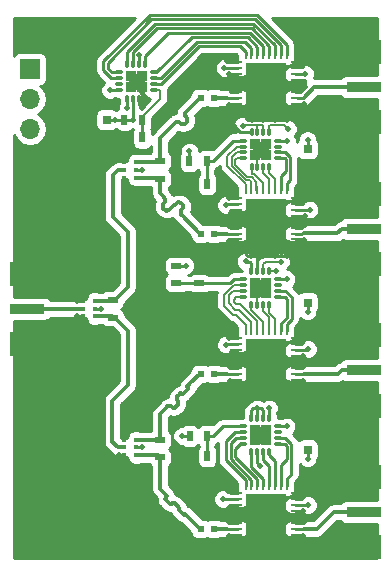
<source format=gtl>
G04 #@! TF.FileFunction,Copper,L1,Top,Signal*
%FSLAX46Y46*%
G04 Gerber Fmt 4.6, Leading zero omitted, Abs format (unit mm)*
G04 Created by KiCad (PCBNEW 4.0.6-e0-6349~53~ubuntu14.04.1) date Thu Apr 13 01:04:39 2017*
%MOMM*%
%LPD*%
G01*
G04 APERTURE LIST*
%ADD10C,0.100000*%
%ADD11R,3.000000X0.850000*%
%ADD12R,4.500000X2.000000*%
%ADD13R,0.600000X0.500000*%
%ADD14R,0.750000X0.800000*%
%ADD15R,0.800000X0.750000*%
%ADD16R,1.700000X1.700000*%
%ADD17O,1.700000X1.700000*%
%ADD18R,0.500000X0.900000*%
%ADD19R,0.900000X0.500000*%
%ADD20O,0.750000X0.300000*%
%ADD21O,0.300000X0.750000*%
%ADD22R,0.900000X0.900000*%
%ADD23R,0.700000X0.250000*%
%ADD24R,0.250000X0.700000*%
%ADD25R,1.725000X1.725000*%
%ADD26R,0.330000X0.410000*%
%ADD27C,0.480000*%
%ADD28C,0.140000*%
%ADD29C,0.240000*%
%ADD30C,0.480000*%
%ADD31C,0.360000*%
%ADD32C,0.254000*%
G04 APERTURE END LIST*
D10*
D11*
X127250000Y-139975000D03*
D12*
X126500000Y-142950000D03*
X126500000Y-137000000D03*
D11*
X98750000Y-134750000D03*
D12*
X99500000Y-131775000D03*
X99500000Y-137725000D03*
D11*
X127250000Y-151975000D03*
D12*
X126500000Y-154950000D03*
X126500000Y-149000000D03*
D13*
X114550000Y-140258800D03*
X113450000Y-140258800D03*
D14*
X122500000Y-121195400D03*
X122500000Y-122695400D03*
D13*
X114550000Y-116890800D03*
X113450000Y-116890800D03*
D14*
X122500000Y-146723800D03*
X122500000Y-145223800D03*
D13*
X114550000Y-128397000D03*
X113450000Y-128397000D03*
D15*
X105500000Y-118750000D03*
X104000000Y-118750000D03*
D14*
X122500000Y-134250000D03*
X122500000Y-132750000D03*
D13*
X114550000Y-153390600D03*
X113450000Y-153390600D03*
D11*
X127250000Y-116000000D03*
D12*
X126500000Y-118975000D03*
X126500000Y-113025000D03*
D11*
X127250000Y-128000000D03*
D12*
X126500000Y-130975000D03*
X126500000Y-125025000D03*
D16*
X99000000Y-114460000D03*
D17*
X99000000Y-117000000D03*
X99000000Y-119540000D03*
X99000000Y-122080000D03*
D18*
X107000000Y-118750000D03*
X108500000Y-118750000D03*
X108500000Y-120250000D03*
X107000000Y-120250000D03*
X112483200Y-122250200D03*
X113983200Y-122250200D03*
X114008600Y-124206000D03*
X112508600Y-124206000D03*
D19*
X106000000Y-135500000D03*
X106000000Y-134000000D03*
X110000000Y-147350200D03*
X110000000Y-145850200D03*
X110000000Y-123750000D03*
X110000000Y-122250000D03*
X111379000Y-131101400D03*
X111379000Y-132601400D03*
X113334800Y-132601400D03*
X113334800Y-131101400D03*
D18*
X112508600Y-145542000D03*
X114008600Y-145542000D03*
X113996600Y-147243800D03*
X112496600Y-147243800D03*
D20*
X109475000Y-116250000D03*
X109475000Y-115750000D03*
X109475000Y-115250000D03*
X109475000Y-114750000D03*
D21*
X108750000Y-114025000D03*
X108250000Y-114025000D03*
X107750000Y-114025000D03*
X107250000Y-114025000D03*
D20*
X106525000Y-114750000D03*
X106525000Y-115250000D03*
X106525000Y-115750000D03*
X106525000Y-116250000D03*
D21*
X107250000Y-116975000D03*
X107750000Y-116975000D03*
X108250000Y-116975000D03*
X108750000Y-116975000D03*
D22*
X107550000Y-115050000D03*
X107550000Y-115950000D03*
X108450000Y-115050000D03*
X108450000Y-115950000D03*
D23*
X116600000Y-113887500D03*
X116600000Y-114387500D03*
X116600000Y-114887500D03*
X116600000Y-115387500D03*
X116600000Y-115887500D03*
X116600000Y-116387500D03*
X116600000Y-116887500D03*
X116600000Y-117387500D03*
D24*
X117250000Y-118037500D03*
X117750000Y-118037500D03*
X118250000Y-118037500D03*
X118750000Y-118037500D03*
X119250000Y-118037500D03*
X119750000Y-118037500D03*
X120250000Y-118037500D03*
X120750000Y-118037500D03*
D23*
X121400000Y-117387500D03*
X121400000Y-116887500D03*
X121400000Y-116387500D03*
X121400000Y-115887500D03*
X121400000Y-115387500D03*
X121400000Y-114887500D03*
X121400000Y-114387500D03*
X121400000Y-113887500D03*
D24*
X120750000Y-113237500D03*
X120250000Y-113237500D03*
X119750000Y-113237500D03*
X119250000Y-113237500D03*
X118750000Y-113237500D03*
X118250000Y-113237500D03*
X117750000Y-113237500D03*
X117250000Y-113237500D03*
D25*
X119862500Y-116500000D03*
X119862500Y-114775000D03*
X118137500Y-116500000D03*
X118137500Y-114775000D03*
D20*
X117034200Y-120527800D03*
X117034200Y-121027800D03*
X117034200Y-121527800D03*
X117034200Y-122027800D03*
D21*
X117759200Y-122752800D03*
X118259200Y-122752800D03*
X118759200Y-122752800D03*
X119259200Y-122752800D03*
D20*
X119984200Y-122027800D03*
X119984200Y-121527800D03*
X119984200Y-121027800D03*
X119984200Y-120527800D03*
D21*
X119259200Y-119802800D03*
X118759200Y-119802800D03*
X118259200Y-119802800D03*
X117759200Y-119802800D03*
D22*
X118959200Y-121727800D03*
X118959200Y-120827800D03*
X118059200Y-121727800D03*
X118059200Y-120827800D03*
D23*
X116600000Y-125387500D03*
X116600000Y-125887500D03*
X116600000Y-126387500D03*
X116600000Y-126887500D03*
X116600000Y-127387500D03*
X116600000Y-127887500D03*
X116600000Y-128387500D03*
X116600000Y-128887500D03*
D24*
X117250000Y-129537500D03*
X117750000Y-129537500D03*
X118250000Y-129537500D03*
X118750000Y-129537500D03*
X119250000Y-129537500D03*
X119750000Y-129537500D03*
X120250000Y-129537500D03*
X120750000Y-129537500D03*
D23*
X121400000Y-128887500D03*
X121400000Y-128387500D03*
X121400000Y-127887500D03*
X121400000Y-127387500D03*
X121400000Y-126887500D03*
X121400000Y-126387500D03*
X121400000Y-125887500D03*
X121400000Y-125387500D03*
D24*
X120750000Y-124737500D03*
X120250000Y-124737500D03*
X119750000Y-124737500D03*
X119250000Y-124737500D03*
X118750000Y-124737500D03*
X118250000Y-124737500D03*
X117750000Y-124737500D03*
X117250000Y-124737500D03*
D25*
X119862500Y-128000000D03*
X119862500Y-126275000D03*
X118137500Y-128000000D03*
X118137500Y-126275000D03*
D26*
X104500000Y-134750000D03*
X104500000Y-134090000D03*
X104500000Y-135410000D03*
X103500000Y-134750000D03*
X103500000Y-134090000D03*
X103500000Y-135410000D03*
X108000000Y-146500000D03*
X108000000Y-145840000D03*
X108000000Y-147160000D03*
X107000000Y-146500000D03*
X107000000Y-145840000D03*
X107000000Y-147160000D03*
X108000000Y-123000000D03*
X108000000Y-122340000D03*
X108000000Y-123660000D03*
X107000000Y-123000000D03*
X107000000Y-122340000D03*
X107000000Y-123660000D03*
D20*
X117025000Y-132250000D03*
X117025000Y-132750000D03*
X117025000Y-133250000D03*
X117025000Y-133750000D03*
D21*
X117750000Y-134475000D03*
X118250000Y-134475000D03*
X118750000Y-134475000D03*
X119250000Y-134475000D03*
D20*
X119975000Y-133750000D03*
X119975000Y-133250000D03*
X119975000Y-132750000D03*
X119975000Y-132250000D03*
D21*
X119250000Y-131525000D03*
X118750000Y-131525000D03*
X118250000Y-131525000D03*
X117750000Y-131525000D03*
D22*
X118950000Y-133450000D03*
X118950000Y-132550000D03*
X118050000Y-133450000D03*
X118050000Y-132550000D03*
D23*
X116600000Y-137250000D03*
X116600000Y-137750000D03*
X116600000Y-138250000D03*
X116600000Y-138750000D03*
X116600000Y-139250000D03*
X116600000Y-139750000D03*
X116600000Y-140250000D03*
X116600000Y-140750000D03*
D24*
X117250000Y-141400000D03*
X117750000Y-141400000D03*
X118250000Y-141400000D03*
X118750000Y-141400000D03*
X119250000Y-141400000D03*
X119750000Y-141400000D03*
X120250000Y-141400000D03*
X120750000Y-141400000D03*
D23*
X121400000Y-140750000D03*
X121400000Y-140250000D03*
X121400000Y-139750000D03*
X121400000Y-139250000D03*
X121400000Y-138750000D03*
X121400000Y-138250000D03*
X121400000Y-137750000D03*
X121400000Y-137250000D03*
D24*
X120750000Y-136600000D03*
X120250000Y-136600000D03*
X119750000Y-136600000D03*
X119250000Y-136600000D03*
X118750000Y-136600000D03*
X118250000Y-136600000D03*
X117750000Y-136600000D03*
X117250000Y-136600000D03*
D25*
X119862500Y-139862500D03*
X119862500Y-138137500D03*
X118137500Y-139862500D03*
X118137500Y-138137500D03*
D20*
X117025000Y-144700000D03*
X117025000Y-145200000D03*
X117025000Y-145700000D03*
X117025000Y-146200000D03*
D21*
X117750000Y-146925000D03*
X118250000Y-146925000D03*
X118750000Y-146925000D03*
X119250000Y-146925000D03*
D20*
X119975000Y-146200000D03*
X119975000Y-145700000D03*
X119975000Y-145200000D03*
X119975000Y-144700000D03*
D21*
X119250000Y-143975000D03*
X118750000Y-143975000D03*
X118250000Y-143975000D03*
X117750000Y-143975000D03*
D22*
X118950000Y-145900000D03*
X118950000Y-145000000D03*
X118050000Y-145900000D03*
X118050000Y-145000000D03*
D23*
X116600000Y-150387500D03*
X116600000Y-150887500D03*
X116600000Y-151387500D03*
X116600000Y-151887500D03*
X116600000Y-152387500D03*
X116600000Y-152887500D03*
X116600000Y-153387500D03*
X116600000Y-153887500D03*
D24*
X117250000Y-154537500D03*
X117750000Y-154537500D03*
X118250000Y-154537500D03*
X118750000Y-154537500D03*
X119250000Y-154537500D03*
X119750000Y-154537500D03*
X120250000Y-154537500D03*
X120750000Y-154537500D03*
D23*
X121400000Y-153887500D03*
X121400000Y-153387500D03*
X121400000Y-152887500D03*
X121400000Y-152387500D03*
X121400000Y-151887500D03*
X121400000Y-151387500D03*
X121400000Y-150887500D03*
X121400000Y-150387500D03*
D24*
X120750000Y-149737500D03*
X120250000Y-149737500D03*
X119750000Y-149737500D03*
X119250000Y-149737500D03*
X118750000Y-149737500D03*
X118250000Y-149737500D03*
X117750000Y-149737500D03*
X117250000Y-149737500D03*
D25*
X119862500Y-153000000D03*
X119862500Y-151275000D03*
X118137500Y-153000000D03*
X118137500Y-151275000D03*
D27*
X112175000Y-131100000D03*
X115450000Y-114375000D03*
X106200000Y-118750000D03*
X122500000Y-120450000D03*
X122500000Y-147450000D03*
X122500000Y-135000000D03*
X112500000Y-121425000D03*
X107750000Y-118750000D03*
X111875000Y-145525000D03*
X118250000Y-143200000D03*
X120250000Y-130775000D03*
X117250000Y-130750000D03*
X117000000Y-119250000D03*
X122555000Y-151384000D03*
X115316000Y-150876000D03*
X115570000Y-137795000D03*
X115570000Y-125984000D03*
X122682000Y-126365000D03*
X122555000Y-138176000D03*
X122326400Y-114884200D03*
X121650000Y-111875000D03*
X127950000Y-110525000D03*
X125800000Y-110525000D03*
X123300000Y-110550000D03*
X120925000Y-110525000D03*
X105975000Y-110600000D03*
X103850000Y-110600000D03*
X102050000Y-110600000D03*
X100400000Y-110600000D03*
X98325000Y-110625000D03*
X98300000Y-111975000D03*
X98075000Y-123800000D03*
X98100000Y-125500000D03*
X98125000Y-126975000D03*
X98150000Y-128650000D03*
X109775000Y-118748000D03*
X110675000Y-117752000D03*
X111725000Y-116350000D03*
X122200000Y-125275000D03*
X107000000Y-124200000D03*
X107000000Y-121800000D03*
X108475000Y-123000000D03*
X113900000Y-113700000D03*
X113250000Y-114300000D03*
X112550000Y-114825000D03*
X112400000Y-115825000D03*
X113525000Y-115625000D03*
X114600000Y-115600000D03*
X111475000Y-120550000D03*
X114850000Y-120300000D03*
X113675000Y-120775000D03*
X112550000Y-120225000D03*
X113600000Y-118500000D03*
X114700000Y-118250000D03*
X115950000Y-118200000D03*
X116050000Y-124575000D03*
X115250000Y-123650000D03*
X114925000Y-125100000D03*
X114325000Y-126150000D03*
X114950000Y-127125000D03*
X113925000Y-127150000D03*
X113225000Y-126400000D03*
X113000000Y-125375000D03*
X111300000Y-124550000D03*
X111475000Y-123550000D03*
X111325000Y-122275000D03*
X112875000Y-142975000D03*
X113375000Y-142350000D03*
X114200000Y-141625000D03*
X115850000Y-141525000D03*
X116725000Y-141925000D03*
X116800000Y-142900000D03*
X116150000Y-143525000D03*
X114875000Y-143675000D03*
X113800000Y-144100000D03*
X112525000Y-144075000D03*
X111250000Y-144425000D03*
X108050000Y-144450000D03*
X108675000Y-144000000D03*
X109025000Y-142775000D03*
X110025000Y-141875000D03*
X111050000Y-140825000D03*
X112100000Y-139575000D03*
X113075000Y-138900000D03*
X114525000Y-138775000D03*
X114200000Y-137250000D03*
X115300000Y-136175000D03*
X114575000Y-135325000D03*
X113875000Y-133975000D03*
X112275000Y-134025000D03*
X110775000Y-134025000D03*
X109900000Y-133275000D03*
X109925000Y-131725000D03*
X109900000Y-130350000D03*
X111300000Y-129825000D03*
X115800000Y-131125000D03*
X115875000Y-129800000D03*
X114600000Y-129700000D03*
X113025000Y-129650000D03*
X111900000Y-128600000D03*
X110900000Y-127725000D03*
X109700000Y-127350000D03*
X109025000Y-125900000D03*
X108475000Y-124950000D03*
X107175000Y-126325000D03*
X108200000Y-127425000D03*
X108575000Y-129000000D03*
X108525000Y-130475000D03*
X108500000Y-131900000D03*
X108250000Y-133700000D03*
X107350000Y-134800000D03*
X107925000Y-135575000D03*
X108550000Y-137025000D03*
X108525000Y-138625000D03*
X108500000Y-140125000D03*
X108475000Y-141700000D03*
X107325000Y-143025000D03*
X107225000Y-144100000D03*
X115400000Y-149100000D03*
X114600000Y-148775000D03*
X113075000Y-148625000D03*
X111275000Y-148800000D03*
X111550000Y-149825000D03*
X112525000Y-150700000D03*
X113400000Y-151550000D03*
X114700000Y-152050000D03*
X105250000Y-122375000D03*
X104750000Y-123900000D03*
X104750000Y-125350000D03*
X104750000Y-126875000D03*
X105475000Y-128275000D03*
X106050000Y-129625000D03*
X106050000Y-130950000D03*
X106050000Y-132325000D03*
X104850000Y-132800000D03*
X102200000Y-132875000D03*
X102225000Y-131475000D03*
X102225000Y-130475000D03*
X101000000Y-130400000D03*
X99575000Y-130400000D03*
X98150000Y-130375000D03*
X98150000Y-133225000D03*
X99750000Y-133250000D03*
X101325000Y-133525000D03*
X114475000Y-155450000D03*
X111850000Y-155475000D03*
X110325000Y-155450000D03*
X108900000Y-155450000D03*
X107300000Y-155450000D03*
X105800000Y-155450000D03*
X104325000Y-155425000D03*
X102900000Y-155425000D03*
X101400000Y-155400000D03*
X99700000Y-155400000D03*
X98250000Y-155375000D03*
X98225000Y-154400000D03*
X98225000Y-152900000D03*
X98200000Y-151125000D03*
X98200000Y-149425000D03*
X98200000Y-147375000D03*
X98175000Y-145800000D03*
X98175000Y-143525000D03*
X98150000Y-141850000D03*
X98150000Y-140300000D03*
X102150000Y-137275000D03*
X102225000Y-138500000D03*
X100900000Y-139225000D03*
X99400000Y-139125000D03*
X98100000Y-139150000D03*
X98525000Y-136250000D03*
X100275000Y-136300000D03*
X101900000Y-136025000D03*
X104650000Y-136750000D03*
X105900000Y-137175000D03*
X106075000Y-138475000D03*
X106075000Y-139825000D03*
X105500000Y-141200000D03*
X104750000Y-142800000D03*
X104700000Y-144400000D03*
X104725000Y-146275000D03*
X105500000Y-147450000D03*
X108650000Y-148950000D03*
X108700000Y-150550000D03*
X109875000Y-152150000D03*
X111625000Y-153600000D03*
X113400000Y-154850000D03*
X115700000Y-154900000D03*
X122550000Y-155350000D03*
X123900000Y-155325000D03*
X123900000Y-154425000D03*
X124775000Y-153575000D03*
X125675000Y-153425000D03*
X126825000Y-153425000D03*
X127900000Y-153450000D03*
X127775000Y-150425000D03*
X126750000Y-150425000D03*
X125700000Y-150400000D03*
X124500000Y-150375000D03*
X123875000Y-149400000D03*
X123900000Y-148375000D03*
X124450000Y-147600000D03*
X125625000Y-147625000D03*
X126825000Y-147600000D03*
X127925000Y-147450000D03*
X127925000Y-145925000D03*
X127875000Y-144400000D03*
X126925000Y-144350000D03*
X125925000Y-144400000D03*
X124450000Y-144450000D03*
X123850000Y-143625000D03*
X123800000Y-142500000D03*
X123100000Y-141500000D03*
X124250000Y-141475000D03*
X125550000Y-141500000D03*
X126575000Y-141575000D03*
X127850000Y-141475000D03*
X127825000Y-138425000D03*
X126625000Y-138425000D03*
X125550000Y-138375000D03*
X124375000Y-138375000D03*
X123875000Y-137250000D03*
X123900000Y-136225000D03*
X124475000Y-135625000D03*
X125650000Y-135625000D03*
X126750000Y-135625000D03*
X127875000Y-135575000D03*
X127875000Y-132400000D03*
X126725000Y-132425000D03*
X125625000Y-132375000D03*
X124350000Y-132450000D03*
X123800000Y-131400000D03*
X123750000Y-130475000D03*
X123950000Y-129675000D03*
X125525000Y-129575000D03*
X126725000Y-129475000D03*
X127875000Y-129500000D03*
X127875000Y-126475000D03*
X126650000Y-126475000D03*
X125475000Y-126475000D03*
X124300000Y-126750000D03*
X123900000Y-125475000D03*
X123900000Y-124475000D03*
X124375000Y-123675000D03*
X125550000Y-123675000D03*
X126700000Y-123675000D03*
X127900000Y-123650000D03*
X123900000Y-113400000D03*
X123875000Y-112225000D03*
X124550000Y-111675000D03*
X126100000Y-111650000D03*
X127175000Y-111675000D03*
X128000000Y-111675000D03*
X128000000Y-114575000D03*
X127200000Y-114575000D03*
X126150000Y-114550000D03*
X125100000Y-114750000D03*
X123975000Y-114825000D03*
X123400000Y-114200000D03*
X123925000Y-118525000D03*
X123950000Y-119675000D03*
X124450000Y-120300000D03*
X125675000Y-120300000D03*
X126775000Y-120300000D03*
X127900000Y-120325000D03*
X127900000Y-117425000D03*
X126750000Y-117425000D03*
X125550000Y-117450000D03*
X124450000Y-117200000D03*
X123550000Y-117225000D03*
X122900000Y-117800000D03*
X114125000Y-131100000D03*
X116250000Y-119250000D03*
X115775000Y-150175000D03*
X115852000Y-151852000D03*
X104000000Y-118025000D03*
X106400000Y-120250000D03*
X122500000Y-123450000D03*
X122500000Y-144475000D03*
X122500000Y-132000000D03*
X112500000Y-123400000D03*
X108250000Y-113275000D03*
X107550000Y-115950000D03*
X108450000Y-115950000D03*
X108450000Y-115050000D03*
X107550000Y-115050000D03*
X108500000Y-117750000D03*
X103500000Y-135950000D03*
X103500000Y-133550000D03*
X107000000Y-147700000D03*
X103000000Y-135400000D03*
X103000000Y-134075000D03*
X105025000Y-134750000D03*
X106500000Y-147150000D03*
X107000000Y-145300000D03*
X108525000Y-146500000D03*
X111875000Y-147250000D03*
X115875000Y-153975000D03*
X115850000Y-152825000D03*
X122200000Y-150625000D03*
X122125000Y-151900000D03*
X122250000Y-152725000D03*
X122150000Y-153975000D03*
X117750000Y-155275000D03*
X118750000Y-155275000D03*
X119750000Y-155275000D03*
X120750000Y-155275000D03*
X115900000Y-140850000D03*
X122150000Y-140875000D03*
X122125000Y-137250000D03*
X122150000Y-138750000D03*
X122145477Y-139703411D03*
X115852414Y-137245301D03*
X115900000Y-138750000D03*
X115900000Y-139700000D03*
X117750000Y-142125000D03*
X118750000Y-142125000D03*
X119750000Y-142125000D03*
X120750000Y-142125000D03*
X115850000Y-125375000D03*
X115825000Y-126900000D03*
X115825000Y-127750000D03*
X115825000Y-129000000D03*
X118137500Y-153000000D03*
X119862500Y-153000000D03*
X119862500Y-151275000D03*
X118137500Y-151275000D03*
X118950000Y-145900000D03*
X118050000Y-145900000D03*
X118050000Y-145000000D03*
X118950000Y-145000000D03*
X118137500Y-139862500D03*
X119862500Y-139862500D03*
X119862500Y-138137500D03*
X118137500Y-138137500D03*
X118050000Y-133450000D03*
X118950000Y-133450000D03*
X118950000Y-132550000D03*
X118050000Y-132550000D03*
X118137500Y-128000000D03*
X119862500Y-128000000D03*
X119862500Y-126275000D03*
X118137500Y-126275000D03*
X118137500Y-116500000D03*
X118137500Y-114775000D03*
X119862500Y-114775000D03*
X119862500Y-116500000D03*
X122250000Y-126900000D03*
X122200000Y-128975000D03*
X122250000Y-127625000D03*
X117750000Y-130250000D03*
X118750000Y-130250000D03*
X119750000Y-130250000D03*
X120750000Y-130250000D03*
X118959200Y-121727800D03*
X118059200Y-121727800D03*
X118059200Y-120827800D03*
X118959200Y-120827800D03*
X115700000Y-113750000D03*
X122250000Y-116025000D03*
X115825000Y-117525000D03*
X115849170Y-114881584D03*
X115850000Y-115875000D03*
X117775000Y-118750000D03*
X118750000Y-118750000D03*
X119750000Y-118750000D03*
X120750000Y-118750000D03*
X122200000Y-117450000D03*
X122200000Y-113900000D03*
X118491000Y-148082000D03*
X120725000Y-144700000D03*
X120725000Y-132250000D03*
X120750000Y-120525000D03*
X105750000Y-116250000D03*
X119250000Y-143175000D03*
X119800000Y-131525000D03*
X107250000Y-117750000D03*
X120871000Y-119540000D03*
D28*
X118194790Y-119219790D02*
X118275000Y-119219790D01*
X118259200Y-119235590D02*
X118275000Y-119219790D01*
X118275000Y-119219790D02*
X118694790Y-119219790D01*
X118259200Y-119802800D02*
X118259200Y-119235590D01*
D29*
X111379000Y-131101400D02*
X112173600Y-131101400D01*
X112173600Y-131101400D02*
X112175000Y-131100000D01*
X115610129Y-114383583D02*
X115458583Y-114383583D01*
X115458583Y-114383583D02*
X115450000Y-114375000D01*
X106200000Y-118750000D02*
X107000000Y-118750000D01*
X105500000Y-118750000D02*
X106200000Y-118750000D01*
X122500000Y-121195400D02*
X122500000Y-120450000D01*
X122500000Y-146723800D02*
X122500000Y-147450000D01*
X122500000Y-134250000D02*
X122500000Y-135000000D01*
X112483200Y-122250200D02*
X112483200Y-121441800D01*
X112483200Y-121441800D02*
X112500000Y-121425000D01*
X107750000Y-116975000D02*
X107750000Y-118750000D01*
X107000000Y-118750000D02*
X107750000Y-118750000D01*
X112508600Y-145542000D02*
X111892000Y-145542000D01*
X111892000Y-145542000D02*
X111875000Y-145525000D01*
X118750000Y-143360000D02*
X118590000Y-143200000D01*
X118590000Y-143200000D02*
X118250000Y-143200000D01*
X118750000Y-143975000D02*
X118750000Y-143360000D01*
X117750000Y-143360000D02*
X117910000Y-143200000D01*
X117910000Y-143200000D02*
X118250000Y-143200000D01*
X117750000Y-143975000D02*
X117750000Y-143360000D01*
X118250000Y-143975000D02*
X118250000Y-143200000D01*
D28*
X118750000Y-131525000D02*
X118750000Y-131010000D01*
X118750000Y-131010000D02*
X118985000Y-130775000D01*
X118985000Y-130775000D02*
X120250000Y-130775000D01*
D29*
X117640000Y-130800000D02*
X117300000Y-130800000D01*
X117300000Y-130800000D02*
X117250000Y-130750000D01*
X117750000Y-131525000D02*
X117750000Y-130910000D01*
X117750000Y-130910000D02*
X117640000Y-130800000D01*
D28*
X118694790Y-119219790D02*
X118759200Y-119284200D01*
X118759200Y-119284200D02*
X118759200Y-119802800D01*
X118194790Y-119219790D02*
X117030210Y-119219790D01*
X117030210Y-119219790D02*
X117000000Y-119250000D01*
D29*
X115911500Y-114387500D02*
X115911500Y-114383583D01*
X115911500Y-114383583D02*
X116600000Y-114387500D01*
X115610129Y-114383583D02*
X115911500Y-114383583D01*
X121400000Y-151387500D02*
X122551500Y-151387500D01*
X122551500Y-151387500D02*
X122555000Y-151384000D01*
X116600000Y-150887500D02*
X115327500Y-150887500D01*
X115327500Y-150887500D02*
X115316000Y-150876000D01*
X116600000Y-137750000D02*
X115615000Y-137750000D01*
X115615000Y-137750000D02*
X115570000Y-137795000D01*
X116600000Y-125887500D02*
X115666500Y-125887500D01*
X115666500Y-125887500D02*
X115570000Y-125984000D01*
X121400000Y-126387500D02*
X122659500Y-126387500D01*
X122659500Y-126387500D02*
X122682000Y-126365000D01*
X121400000Y-138250000D02*
X122481000Y-138250000D01*
X122481000Y-138250000D02*
X122555000Y-138176000D01*
X112649000Y-145542000D02*
X112508600Y-145542000D01*
X112508600Y-145542000D02*
X112508600Y-145342000D01*
X121400000Y-114887500D02*
X122323100Y-114887500D01*
X122323100Y-114887500D02*
X122326400Y-114884200D01*
X111725000Y-116350000D02*
X111725000Y-116702000D01*
X111725000Y-116702000D02*
X110675000Y-117752000D01*
X121400000Y-125887500D02*
X121990000Y-125887500D01*
X121990000Y-125887500D02*
X122200000Y-125677500D01*
X122200000Y-125677500D02*
X122200000Y-125275000D01*
X121400000Y-125387500D02*
X122087500Y-125387500D01*
X122087500Y-125387500D02*
X122200000Y-125275000D01*
X107000000Y-123660000D02*
X107000000Y-124200000D01*
X107000000Y-122340000D02*
X107000000Y-121800000D01*
X107000000Y-122340000D02*
X107000000Y-122125000D01*
X107000000Y-122125000D02*
X106625000Y-121750000D01*
X108000000Y-123000000D02*
X108475000Y-123000000D01*
X117260589Y-130100000D02*
X117260589Y-129548089D01*
X117260589Y-129548089D02*
X117250000Y-129537500D01*
X117750000Y-130250000D02*
X117410589Y-130250000D01*
X117410589Y-130250000D02*
X117260589Y-130100000D01*
X113334800Y-131101400D02*
X114123600Y-131101400D01*
X114123600Y-131101400D02*
X114125000Y-131100000D01*
D28*
X118250000Y-134475000D02*
X118250000Y-133650000D01*
X118250000Y-133650000D02*
X118050000Y-133450000D01*
X118259200Y-122752800D02*
X118259200Y-121927800D01*
X118259200Y-121927800D02*
X118059200Y-121727800D01*
D29*
X117759200Y-119802800D02*
X116802800Y-119802800D01*
X116802800Y-119802800D02*
X116250000Y-119250000D01*
X116600000Y-150387500D02*
X115987500Y-150387500D01*
X115987500Y-150387500D02*
X115775000Y-150175000D01*
X115852000Y-151387500D02*
X115852000Y-151852000D01*
X115852000Y-151852000D02*
X115887500Y-151887500D01*
X104000000Y-118750000D02*
X104000000Y-118025000D01*
X107000000Y-120250000D02*
X106400000Y-120250000D01*
X122500000Y-122695400D02*
X122500000Y-123450000D01*
X122500000Y-145223800D02*
X122500000Y-144475000D01*
X122500000Y-132750000D02*
X122500000Y-132000000D01*
X112508600Y-124206000D02*
X112508600Y-123408600D01*
X112508600Y-123408600D02*
X112500000Y-123400000D01*
X108250000Y-114025000D02*
X108250000Y-113275000D01*
X108750000Y-116975000D02*
X108750000Y-117500000D01*
X108750000Y-117500000D02*
X108500000Y-117750000D01*
X108250000Y-116975000D02*
X108250000Y-117500000D01*
X108250000Y-117500000D02*
X108500000Y-117750000D01*
X103500000Y-135410000D02*
X103500000Y-135950000D01*
X103500000Y-134090000D02*
X103500000Y-133550000D01*
X107000000Y-147160000D02*
X107000000Y-147700000D01*
X103500000Y-135410000D02*
X103010000Y-135410000D01*
X103010000Y-135410000D02*
X103000000Y-135400000D01*
X103500000Y-134090000D02*
X103015000Y-134090000D01*
X103015000Y-134090000D02*
X103000000Y-134075000D01*
X104500000Y-134750000D02*
X105025000Y-134750000D01*
X107000000Y-147160000D02*
X106510000Y-147160000D01*
X106510000Y-147160000D02*
X106500000Y-147150000D01*
X107000000Y-145840000D02*
X107000000Y-145300000D01*
X108000000Y-146500000D02*
X108525000Y-146500000D01*
X112496600Y-147243800D02*
X111881200Y-147243800D01*
X111881200Y-147243800D02*
X111875000Y-147250000D01*
X116600000Y-153887500D02*
X115962500Y-153887500D01*
X115962500Y-153887500D02*
X115875000Y-153975000D01*
X115850000Y-151925000D02*
X115850000Y-152400000D01*
X115850000Y-151925000D02*
X115887500Y-151887500D01*
X115887500Y-151887500D02*
X116600000Y-151887500D01*
X115850000Y-152400000D02*
X115850000Y-152825000D01*
X115862500Y-152387500D02*
X116600000Y-152387500D01*
X115850000Y-152400000D02*
X115862500Y-152387500D01*
X116600000Y-151387500D02*
X115852000Y-151387500D01*
X116600000Y-152887500D02*
X115912500Y-152887500D01*
X115912500Y-152887500D02*
X115850000Y-152825000D01*
X121400000Y-150387500D02*
X121962500Y-150387500D01*
X121962500Y-150387500D02*
X122200000Y-150625000D01*
X121400000Y-150887500D02*
X121937500Y-150887500D01*
X121937500Y-150887500D02*
X122200000Y-150625000D01*
X121400000Y-151887500D02*
X122112500Y-151887500D01*
X122112500Y-151887500D02*
X122125000Y-151900000D01*
X121400000Y-152387500D02*
X121912500Y-152387500D01*
X121912500Y-152387500D02*
X122250000Y-152725000D01*
X121400000Y-152887500D02*
X122087500Y-152887500D01*
X122087500Y-152887500D02*
X122250000Y-152725000D01*
X121400000Y-153887500D02*
X122062500Y-153887500D01*
X122062500Y-153887500D02*
X122150000Y-153975000D01*
X120750000Y-155275000D02*
X120250000Y-155275000D01*
X120250000Y-155275000D02*
X119750000Y-155275000D01*
X120250000Y-154537500D02*
X120250000Y-155127500D01*
X120250000Y-155127500D02*
X120250000Y-155275000D01*
X119750000Y-155275000D02*
X119250000Y-155275000D01*
X119250000Y-155275000D02*
X118750000Y-155275000D01*
X119250000Y-154537500D02*
X119250000Y-155127500D01*
X119250000Y-155127500D02*
X119250000Y-155275000D01*
X118750000Y-155275000D02*
X118250000Y-155275000D01*
X118250000Y-155275000D02*
X117750000Y-155275000D01*
X118250000Y-154537500D02*
X118250000Y-155127500D01*
X118250000Y-155127500D02*
X118250000Y-155275000D01*
X117250000Y-155127500D02*
X117397500Y-155275000D01*
X117397500Y-155275000D02*
X117750000Y-155275000D01*
X117250000Y-154537500D02*
X117250000Y-155127500D01*
X117750000Y-154537500D02*
X117750000Y-155275000D01*
X118750000Y-154537500D02*
X118750000Y-155275000D01*
X119750000Y-154537500D02*
X119750000Y-155275000D01*
X120750000Y-154537500D02*
X120750000Y-155275000D01*
X116600000Y-140750000D02*
X116000000Y-140750000D01*
X116000000Y-140750000D02*
X115900000Y-140850000D01*
X121400000Y-140750000D02*
X122025000Y-140750000D01*
X122025000Y-140750000D02*
X122150000Y-140875000D01*
X121990000Y-137750000D02*
X122125000Y-137615000D01*
X122125000Y-137615000D02*
X122125000Y-137250000D01*
X121400000Y-137750000D02*
X121990000Y-137750000D01*
X121400000Y-137250000D02*
X122125000Y-137250000D01*
X121400000Y-138750000D02*
X122150000Y-138750000D01*
X122125000Y-139385000D02*
X122125000Y-139682934D01*
X122125000Y-139682934D02*
X122145477Y-139703411D01*
X121400000Y-139250000D02*
X121990000Y-139250000D01*
X121990000Y-139250000D02*
X122125000Y-139385000D01*
X121400000Y-139750000D02*
X122098888Y-139750000D01*
X122098888Y-139750000D02*
X122145477Y-139703411D01*
X116600000Y-137250000D02*
X115857113Y-137250000D01*
X115857113Y-137250000D02*
X115852414Y-137245301D01*
X115900000Y-138360000D02*
X115900000Y-138750000D01*
X116600000Y-138250000D02*
X116010000Y-138250000D01*
X116010000Y-138250000D02*
X115900000Y-138360000D01*
X116600000Y-138750000D02*
X115900000Y-138750000D01*
X115900000Y-139325000D02*
X115975000Y-139250000D01*
X115975000Y-139250000D02*
X116600000Y-139250000D01*
X115900000Y-139700000D02*
X115900000Y-139325000D01*
X116600000Y-139750000D02*
X115950000Y-139750000D01*
X115950000Y-139750000D02*
X115900000Y-139700000D01*
X117250000Y-141990000D02*
X117385000Y-142125000D01*
X117385000Y-142125000D02*
X117750000Y-142125000D01*
X117250000Y-141400000D02*
X117250000Y-141990000D01*
X118750000Y-142125000D02*
X118250000Y-142125000D01*
X118250000Y-142125000D02*
X117750000Y-142125000D01*
X118250000Y-141400000D02*
X118250000Y-141990000D01*
X118250000Y-141990000D02*
X118250000Y-142125000D01*
X119750000Y-142125000D02*
X119250000Y-142125000D01*
X119250000Y-142125000D02*
X118750000Y-142125000D01*
X119250000Y-141400000D02*
X119250000Y-141990000D01*
X119250000Y-141990000D02*
X119250000Y-142125000D01*
X120750000Y-142125000D02*
X120250000Y-142125000D01*
X120250000Y-142125000D02*
X119750000Y-142125000D01*
X120250000Y-141400000D02*
X120250000Y-142125000D01*
X117750000Y-141400000D02*
X117750000Y-142125000D01*
X118750000Y-141400000D02*
X118750000Y-142125000D01*
X119750000Y-141400000D02*
X119750000Y-142125000D01*
X120750000Y-141400000D02*
X120750000Y-142125000D01*
X118250000Y-131525000D02*
X118250000Y-130910000D01*
X118250000Y-130910000D02*
X118250000Y-130250000D01*
X116600000Y-125387500D02*
X115862500Y-125387500D01*
X115862500Y-125387500D02*
X115850000Y-125375000D01*
X115825000Y-126900000D02*
X115825000Y-126560589D01*
X115825000Y-126560589D02*
X115998089Y-126387500D01*
X115998089Y-126387500D02*
X116010000Y-126387500D01*
X116600000Y-126387500D02*
X116010000Y-126387500D01*
X116010000Y-126387500D02*
X116000000Y-126397500D01*
X116600000Y-126887500D02*
X115837500Y-126887500D01*
X115837500Y-126887500D02*
X115825000Y-126900000D01*
X116600000Y-127387500D02*
X116187500Y-127387500D01*
X116187500Y-127387500D02*
X115825000Y-127750000D01*
X116600000Y-127887500D02*
X115962500Y-127887500D01*
X115962500Y-127887500D02*
X115825000Y-127750000D01*
X116600000Y-128887500D02*
X115937500Y-128887500D01*
X115937500Y-128887500D02*
X115825000Y-129000000D01*
X121400000Y-126887500D02*
X122237500Y-126887500D01*
X122237500Y-126887500D02*
X122250000Y-126900000D01*
X121400000Y-128887500D02*
X122112500Y-128887500D01*
X122112500Y-128887500D02*
X122200000Y-128975000D01*
X121400000Y-127387500D02*
X122012500Y-127387500D01*
X122012500Y-127387500D02*
X122250000Y-127625000D01*
X121400000Y-127887500D02*
X121987500Y-127887500D01*
X121987500Y-127887500D02*
X122250000Y-127625000D01*
X120750000Y-130250000D02*
X120275000Y-130250000D01*
X120250000Y-129537500D02*
X120250000Y-130225000D01*
X120275000Y-130250000D02*
X119750000Y-130250000D01*
X120250000Y-130225000D02*
X120275000Y-130250000D01*
X119750000Y-130250000D02*
X119250000Y-130250000D01*
X119250000Y-130250000D02*
X118750000Y-130250000D01*
X119250000Y-129537500D02*
X119250000Y-130250000D01*
X118750000Y-130250000D02*
X118250000Y-130250000D01*
X118250000Y-130250000D02*
X117750000Y-130250000D01*
X118250000Y-129537500D02*
X118250000Y-130250000D01*
X117750000Y-129537500D02*
X117750000Y-130250000D01*
X118750000Y-129537500D02*
X118750000Y-130250000D01*
X119750000Y-129537500D02*
X119750000Y-130250000D01*
X120750000Y-129537500D02*
X120750000Y-130250000D01*
X116124166Y-113887500D02*
X115837500Y-113887500D01*
X115837500Y-113887500D02*
X115700000Y-113750000D01*
X116600000Y-113887500D02*
X116124166Y-113887500D01*
X121400000Y-117387500D02*
X122137500Y-117387500D01*
X122137500Y-117387500D02*
X122200000Y-117450000D01*
X122250000Y-115425000D02*
X122212500Y-115387500D01*
X122212500Y-115387500D02*
X121400000Y-115387500D01*
X122250000Y-116025000D02*
X122250000Y-115425000D01*
X121400000Y-115887500D02*
X122112500Y-115887500D01*
X122112500Y-115887500D02*
X122250000Y-116025000D01*
X121400000Y-116387500D02*
X121887500Y-116387500D01*
X121887500Y-116387500D02*
X122250000Y-116025000D01*
X118750000Y-118750000D02*
X117775000Y-118750000D01*
X117372500Y-118750000D02*
X117775000Y-118750000D01*
X117250000Y-118037500D02*
X117250000Y-118627500D01*
X117250000Y-118627500D02*
X117372500Y-118750000D01*
X116600000Y-117387500D02*
X115962500Y-117387500D01*
X115962500Y-117387500D02*
X115825000Y-117525000D01*
X115849170Y-115375000D02*
X115849170Y-115874170D01*
X115849170Y-114881584D02*
X115849170Y-115375000D01*
X115849170Y-115375000D02*
X115861670Y-115387500D01*
X115861670Y-115387500D02*
X116600000Y-115387500D01*
X116010000Y-116387500D02*
X115850000Y-116227500D01*
X115850000Y-116227500D02*
X115850000Y-115875000D01*
X116600000Y-116387500D02*
X116010000Y-116387500D01*
X115849170Y-115874170D02*
X115850000Y-115875000D01*
X116600000Y-114887500D02*
X115855086Y-114887500D01*
X115855086Y-114887500D02*
X115849170Y-114881584D01*
X116600000Y-115887500D02*
X115862500Y-115887500D01*
X115862500Y-115887500D02*
X115850000Y-115875000D01*
X117750000Y-118037500D02*
X117750000Y-118725000D01*
X117750000Y-118725000D02*
X117775000Y-118750000D01*
X118250000Y-118037500D02*
X118250000Y-118627500D01*
X118250000Y-118627500D02*
X118250000Y-118750000D01*
X118750000Y-118037500D02*
X118750000Y-118750000D01*
X119750000Y-118750000D02*
X119250000Y-118750000D01*
X119250000Y-118750000D02*
X118750000Y-118750000D01*
X119250000Y-118037500D02*
X119250000Y-118750000D01*
X119750000Y-118037500D02*
X119750000Y-118750000D01*
X119750000Y-118750000D02*
X120750000Y-118750000D01*
X120250000Y-118037500D02*
X120250000Y-118627500D01*
X120250000Y-118627500D02*
X120250000Y-118750000D01*
X120750000Y-118037500D02*
X120750000Y-118750000D01*
D28*
X120750000Y-118750000D02*
X120250000Y-118750000D01*
X120250000Y-118750000D02*
X119750000Y-118750000D01*
X117775000Y-118750000D02*
X118250000Y-118750000D01*
X118250000Y-118750000D02*
X118750000Y-118750000D01*
X122112500Y-114387500D02*
X122200000Y-114300000D01*
X122200000Y-114300000D02*
X122200000Y-113900000D01*
X121400000Y-114387500D02*
X122112500Y-114387500D01*
X121400000Y-113887500D02*
X122187500Y-113887500D01*
X122187500Y-113887500D02*
X122200000Y-113900000D01*
D29*
X118025000Y-152887500D02*
X118137500Y-153000000D01*
X107550000Y-115950000D02*
X107550000Y-115050000D01*
X107550000Y-115950000D02*
X108450000Y-115950000D01*
X108450000Y-115050000D02*
X107550000Y-115050000D01*
X118050000Y-132550000D02*
X118250000Y-132350000D01*
X118050000Y-133450000D02*
X118950000Y-133450000D01*
X118050000Y-132550000D02*
X118050000Y-133450000D01*
X118950000Y-132550000D02*
X118050000Y-132550000D01*
X118059200Y-121727800D02*
X118959200Y-121727800D01*
X118059200Y-120827800D02*
X118059200Y-121727800D01*
X118959200Y-120827800D02*
X118059200Y-120827800D01*
X118050000Y-145000000D02*
X118050000Y-145900000D01*
X118050000Y-145000000D02*
X118950000Y-145000000D01*
X118950000Y-145900000D02*
X118050000Y-145900000D01*
X118250000Y-146925000D02*
X118250000Y-147841000D01*
X118250000Y-147841000D02*
X118491000Y-148082000D01*
X118025000Y-139750000D02*
X118137500Y-139862500D01*
X118137500Y-139862500D02*
X118137500Y-138137500D01*
X119862500Y-139862500D02*
X118137500Y-139862500D01*
X120250000Y-137750000D02*
X119862500Y-138137500D01*
X118025000Y-126387500D02*
X118137500Y-126275000D01*
X120250000Y-125887500D02*
X119862500Y-126275000D01*
X118250000Y-146100000D02*
X118050000Y-145900000D01*
D30*
X113334800Y-131101400D02*
X113134800Y-131101400D01*
X99500000Y-137725000D02*
X99500000Y-137600000D01*
D31*
X99500000Y-131775000D02*
X99491921Y-131775000D01*
D29*
X127343600Y-112181400D02*
X126500000Y-113025000D01*
X118137500Y-116500000D02*
X118137500Y-114775000D01*
X118025000Y-114887500D02*
X118137500Y-114775000D01*
X120250000Y-114387500D02*
X119862500Y-114775000D01*
X117759200Y-120527800D02*
X118059200Y-120827800D01*
X108250000Y-116150000D02*
X108450000Y-115950000D01*
X108250000Y-114850000D02*
X108450000Y-115050000D01*
X115646200Y-116890800D02*
X115649500Y-116887500D01*
X115649500Y-116887500D02*
X116600000Y-116887500D01*
D31*
X114550000Y-116890800D02*
X115646200Y-116890800D01*
X111917739Y-119133758D02*
X111991931Y-119133758D01*
X110000000Y-122250000D02*
X110000000Y-120290800D01*
X110000000Y-120290800D02*
X111252000Y-119038800D01*
X112324631Y-118726865D02*
X112308122Y-118654533D01*
X111778562Y-119085058D02*
X111845407Y-119117248D01*
X111310005Y-118992541D02*
X111376850Y-118960351D01*
X112131108Y-119085058D02*
X112189114Y-119038800D01*
X111991931Y-119133758D02*
X112064263Y-119117248D01*
X111376850Y-118960351D02*
X111449182Y-118943841D01*
X111252000Y-119038800D02*
X111310005Y-118992541D01*
X112308122Y-118873389D02*
X112324631Y-118801057D01*
X111595706Y-118960351D02*
X111662551Y-118992541D01*
X111449182Y-118943841D02*
X111523374Y-118943841D01*
X112189114Y-119038800D02*
X112229673Y-118998240D01*
X111523374Y-118943841D02*
X111595706Y-118960351D01*
X111662551Y-118992541D02*
X111778562Y-119085058D01*
X111845407Y-119117248D02*
X111917739Y-119133758D01*
X112064263Y-119117248D02*
X112131108Y-119085058D01*
X112229673Y-118998240D02*
X112275931Y-118940234D01*
X112275931Y-118940234D02*
X112308122Y-118873389D01*
X112275931Y-118587688D02*
X112183414Y-118471677D01*
X112324631Y-118801057D02*
X112324631Y-118726865D01*
X112308122Y-118654533D02*
X112275931Y-118587688D01*
X112183414Y-118471677D02*
X112151224Y-118404832D01*
X112229673Y-118061125D02*
X112100528Y-118190271D01*
X112151224Y-118404832D02*
X112134714Y-118332500D01*
X112183414Y-118119131D02*
X112229673Y-118061125D01*
X112134714Y-118332500D02*
X112134714Y-118258308D01*
X112100528Y-118190271D02*
X113400000Y-116890800D01*
X112134714Y-118258308D02*
X112151224Y-118185976D01*
X112151224Y-118185976D02*
X112183414Y-118119131D01*
X113400000Y-116890800D02*
X113450000Y-116890800D01*
X108000000Y-122340000D02*
X109910000Y-122340000D01*
X109910000Y-122340000D02*
X110000000Y-122250000D01*
D29*
X115646200Y-128397000D02*
X115655700Y-128387500D01*
X115655700Y-128387500D02*
X116600000Y-128387500D01*
D31*
X115210000Y-128397000D02*
X115646200Y-128397000D01*
X114550000Y-128397000D02*
X115210000Y-128397000D01*
X113450000Y-128397000D02*
X113400000Y-128397000D01*
X111852564Y-125849400D02*
X111790656Y-125800030D01*
X111945326Y-125991686D02*
X111910970Y-125920344D01*
X111910970Y-125920344D02*
X111861600Y-125858436D01*
X111642115Y-125748053D02*
X111562931Y-125748053D01*
X110237419Y-126125480D02*
X110237419Y-126046296D01*
X111777873Y-126491768D02*
X111812229Y-126420426D01*
X113400000Y-128397000D02*
X111861600Y-126858600D01*
X111812229Y-126796691D02*
X111777873Y-126725349D01*
X111910970Y-126296609D02*
X111945326Y-126225267D01*
X111790656Y-125800030D02*
X111719314Y-125765673D01*
X111861600Y-126858600D02*
X111812229Y-126796691D01*
X111777873Y-126725349D02*
X111760253Y-126648151D01*
X110714633Y-126428692D02*
X110637435Y-126446312D01*
X111760253Y-126648151D02*
X111760253Y-126568967D01*
X110409710Y-126394334D02*
X110347802Y-126344965D01*
X111861600Y-125858436D02*
X111852564Y-125849400D01*
X111760253Y-126568967D02*
X111777873Y-126491768D01*
X111812229Y-126420426D02*
X111910970Y-126296609D01*
X111945326Y-126225267D02*
X111962946Y-126148069D01*
X111962946Y-126148069D02*
X111962946Y-126068885D01*
X111352483Y-125849400D02*
X111102442Y-126099440D01*
X110289395Y-125897755D02*
X110388136Y-125773939D01*
X111962946Y-126068885D02*
X111945326Y-125991686D01*
X111097924Y-126094924D02*
X110847884Y-126344965D01*
X111719314Y-125765673D02*
X111642115Y-125748053D01*
X111562931Y-125748053D02*
X111485733Y-125765673D01*
X110847884Y-126344965D02*
X110785974Y-126394334D01*
X111414391Y-125800030D02*
X111352483Y-125849400D01*
X111485733Y-125765673D02*
X111414391Y-125800030D01*
X111102442Y-126099440D02*
X111097924Y-126094924D01*
X110785974Y-126394334D02*
X110714633Y-126428692D01*
X110637435Y-126446312D02*
X110558251Y-126446312D01*
X110558251Y-126446312D02*
X110481053Y-126428692D01*
X110481053Y-126428692D02*
X110409710Y-126394334D01*
X110440112Y-125625399D02*
X110440112Y-125546215D01*
X110347802Y-126344965D02*
X110338766Y-126335929D01*
X110338766Y-126335929D02*
X110289396Y-126274021D01*
X110289396Y-126274021D02*
X110255038Y-126202678D01*
X110255038Y-126202678D02*
X110237419Y-126125480D01*
X110237419Y-126046296D02*
X110255039Y-125969098D01*
X110255039Y-125969098D02*
X110289395Y-125897755D01*
X110388136Y-125773939D02*
X110422492Y-125702597D01*
X110422492Y-125702597D02*
X110440112Y-125625399D01*
X110440112Y-125546215D02*
X110422491Y-125469015D01*
X110422491Y-125469015D02*
X110388135Y-125397673D01*
X110388135Y-125397673D02*
X110338765Y-125335765D01*
X110338765Y-125335765D02*
X110000000Y-124997000D01*
X110000000Y-124997000D02*
X110000000Y-123797000D01*
X110000000Y-123797000D02*
X110000000Y-123750000D01*
X108000000Y-123660000D02*
X109910000Y-123660000D01*
X109910000Y-123660000D02*
X110000000Y-123750000D01*
D29*
X115646200Y-140258800D02*
X115655000Y-140250000D01*
X115655000Y-140250000D02*
X116600000Y-140250000D01*
D31*
X115210000Y-140258800D02*
X115646200Y-140258800D01*
X114550000Y-140258800D02*
X115210000Y-140258800D01*
X110000000Y-145850200D02*
X110000000Y-143658800D01*
X110930219Y-143029046D02*
X111025904Y-143105353D01*
X110000000Y-143658800D02*
X110591600Y-143067200D01*
X110591600Y-143067200D02*
X110639442Y-143029046D01*
X113400000Y-140258800D02*
X113450000Y-140258800D01*
X111408857Y-142334255D02*
X111422474Y-142274596D01*
X111551882Y-142841569D02*
X111565499Y-142781910D01*
X110639442Y-143029046D02*
X110694575Y-143002496D01*
X112364668Y-141440951D02*
X112340954Y-141411215D01*
X111025904Y-143105353D02*
X111081037Y-143131903D01*
X112328472Y-141375543D02*
X112328472Y-141356526D01*
X110694575Y-143002496D02*
X110754234Y-142988879D01*
X110815427Y-142988879D02*
X110875086Y-143002496D01*
X111525331Y-142896702D02*
X111551882Y-142841569D01*
X110754234Y-142988879D02*
X110815427Y-142988879D01*
X111828827Y-141923344D02*
X111858563Y-141947058D01*
X111140696Y-143145520D02*
X111201889Y-143145520D01*
X111422474Y-142455107D02*
X111408857Y-142395448D01*
X111551882Y-142661058D02*
X111525331Y-142605925D01*
X110875086Y-143002496D02*
X110930219Y-143029046D01*
X112377151Y-141476624D02*
X112372919Y-141458084D01*
X112340954Y-141320854D02*
X112352811Y-141305986D01*
X111440128Y-142218671D02*
X111723599Y-141935201D01*
X111449024Y-142510240D02*
X111422474Y-142455107D01*
X111201889Y-143145520D02*
X111261548Y-143131903D01*
X111081037Y-143131903D02*
X111140696Y-143145520D01*
X111755599Y-141915093D02*
X111774139Y-141910862D01*
X111261548Y-143131903D02*
X111316681Y-143105353D01*
X111723599Y-141935201D02*
X111738466Y-141923344D01*
X111316681Y-143105353D02*
X111364524Y-143067200D01*
X112352811Y-141305986D02*
X112572127Y-141086672D01*
X111364524Y-143067200D02*
X111487178Y-142944545D01*
X111858563Y-141947058D02*
X111875696Y-141955309D01*
X111449024Y-142219463D02*
X111487178Y-142171620D01*
X111487178Y-142944545D02*
X111525331Y-142896702D01*
X111565499Y-142781910D02*
X111565499Y-142720717D01*
X112340954Y-141411215D02*
X112332703Y-141394082D01*
X111565499Y-142720717D02*
X111551882Y-142661058D01*
X111525331Y-142605925D02*
X111449024Y-142510240D01*
X111408857Y-142395448D02*
X111408857Y-142334255D01*
X111963792Y-141935201D02*
X112352812Y-141546180D01*
X111422474Y-142274596D02*
X111449024Y-142219463D01*
X111948924Y-141947058D02*
X111963792Y-141935201D01*
X111487178Y-142171620D02*
X111440128Y-142218671D01*
X112364668Y-141531313D02*
X112372919Y-141514179D01*
X111738466Y-141923344D02*
X111755599Y-141915093D01*
X111774139Y-141910862D02*
X111793155Y-141910862D01*
X111793155Y-141910862D02*
X111811694Y-141915093D01*
X111811694Y-141915093D02*
X111828827Y-141923344D01*
X111875696Y-141955309D02*
X111894235Y-141959540D01*
X111894235Y-141959540D02*
X111913252Y-141959540D01*
X111913252Y-141959540D02*
X111931791Y-141955309D01*
X111931791Y-141955309D02*
X111948924Y-141947058D01*
X112352812Y-141546180D02*
X112364668Y-141531313D01*
X112372919Y-141514179D02*
X112377151Y-141495640D01*
X112377151Y-141495640D02*
X112377151Y-141476624D01*
X112372919Y-141458084D02*
X112364668Y-141440951D01*
X112332703Y-141394082D02*
X112328472Y-141375543D01*
X112328472Y-141356526D02*
X112332703Y-141337987D01*
X112332703Y-141337987D02*
X112340954Y-141320854D01*
X112572127Y-141086672D02*
X113400000Y-140258800D01*
X108000000Y-145840000D02*
X109989800Y-145840000D01*
X109989800Y-145840000D02*
X110000000Y-145850200D01*
D29*
X115646200Y-153390600D02*
X115649300Y-153387500D01*
X115649300Y-153387500D02*
X116600000Y-153387500D01*
D31*
X115210000Y-153390600D02*
X115646200Y-153390600D01*
X114550000Y-153390600D02*
X115210000Y-153390600D01*
X110000000Y-147350200D02*
X110000000Y-149990600D01*
X110000000Y-149990600D02*
X110515400Y-150506000D01*
X111580109Y-151757938D02*
X111586876Y-151771989D01*
X111120346Y-151196684D02*
X111156403Y-151196684D01*
X110492918Y-150761908D02*
X110477274Y-150794395D01*
X110561549Y-150637887D02*
X110553525Y-150673040D01*
X111596600Y-151587200D02*
X111606323Y-151599392D01*
X110515400Y-150506000D02*
X110537881Y-150534190D01*
X111580109Y-151711934D02*
X111576639Y-151727139D01*
X110537881Y-150534190D02*
X110553525Y-150566677D01*
X110892629Y-151288984D02*
X110928686Y-151288984D01*
X112192014Y-152185083D02*
X112204207Y-152194807D01*
X110553525Y-150566677D02*
X110561549Y-150601830D01*
X110477274Y-150794395D02*
X110469250Y-150829548D01*
X111586876Y-151771989D02*
X111596600Y-151784182D01*
X110561549Y-150601830D02*
X110561549Y-150637887D01*
X110553525Y-150673040D02*
X110537881Y-150705527D01*
X112131959Y-152178316D02*
X112147164Y-152174846D01*
X110857475Y-151280960D02*
X110892629Y-151288984D01*
X110537881Y-150705527D02*
X110492918Y-150761908D01*
X112064268Y-152214767D02*
X112079473Y-152211297D01*
X110469250Y-150865605D02*
X110477274Y-150900758D01*
X112147164Y-152174846D02*
X112162759Y-152174846D01*
X110469250Y-150829548D02*
X110469250Y-150865605D01*
X112079473Y-152211297D02*
X112093523Y-152204530D01*
X111085193Y-151204708D02*
X111120346Y-151196684D01*
X110477274Y-150900758D02*
X110492918Y-150933245D01*
X110492918Y-150933245D02*
X110515400Y-150961436D01*
X110515400Y-150961436D02*
X110796798Y-151242834D01*
X111052706Y-151220352D02*
X111085193Y-151204708D01*
X110796798Y-151242834D02*
X110824989Y-151265316D01*
X111224043Y-151220352D02*
X111252234Y-151242834D01*
X110824989Y-151265316D02*
X110857475Y-151280960D01*
X110928686Y-151288984D02*
X110963839Y-151280960D01*
X111596600Y-151784182D02*
X112007225Y-152194807D01*
X110963839Y-151280960D02*
X110996326Y-151265316D01*
X110996326Y-151265316D02*
X111052706Y-151220352D01*
X112162759Y-152174846D02*
X112177963Y-152178316D01*
X111606323Y-151599392D02*
X111613090Y-151613443D01*
X111156403Y-151196684D02*
X111191556Y-151204708D01*
X111191556Y-151204708D02*
X111224043Y-151220352D01*
X111252234Y-151242834D02*
X111596600Y-151587200D01*
X111613090Y-151613443D02*
X111616560Y-151628648D01*
X111616560Y-151628648D02*
X111616560Y-151644243D01*
X111616560Y-151644243D02*
X111613090Y-151659447D01*
X111613090Y-151659447D02*
X111606323Y-151673498D01*
X111606323Y-151673498D02*
X111586876Y-151697883D01*
X111586876Y-151697883D02*
X111580109Y-151711934D01*
X113400000Y-153390600D02*
X113450000Y-153390600D01*
X111576639Y-151727139D02*
X111576639Y-151742734D01*
X111576639Y-151742734D02*
X111580109Y-151757938D01*
X112007225Y-152194807D02*
X112019418Y-152204530D01*
X112019418Y-152204530D02*
X112033469Y-152211297D01*
X112033469Y-152211297D02*
X112048673Y-152214767D01*
X112093523Y-152204530D02*
X112117908Y-152185083D01*
X112048673Y-152214767D02*
X112064268Y-152214767D01*
X112117908Y-152185083D02*
X112131959Y-152178316D01*
X112204207Y-152194807D02*
X113400000Y-153390600D01*
X112177963Y-152178316D02*
X112192014Y-152185083D01*
X108000000Y-147160000D02*
X109809800Y-147160000D01*
X109809800Y-147160000D02*
X110000000Y-147350200D01*
X98750000Y-134750000D02*
X100610000Y-134750000D01*
X100610000Y-134750000D02*
X103500000Y-134750000D01*
X127250000Y-116000000D02*
X123083600Y-116000000D01*
X122199725Y-116883875D02*
X122196100Y-116887500D01*
X123083600Y-116000000D02*
X122199725Y-116883875D01*
D29*
X121627500Y-116887500D02*
X122196100Y-116887500D01*
X121627500Y-116887500D02*
X121630800Y-116890800D01*
D31*
X122932101Y-128371600D02*
X122199400Y-128371600D01*
X125018400Y-128371600D02*
X122932101Y-128371600D01*
X125390000Y-128000000D02*
X125018400Y-128371600D01*
X127250000Y-128000000D02*
X125390000Y-128000000D01*
D29*
X121400000Y-128387500D02*
X121990000Y-128387500D01*
X121990000Y-128387500D02*
X122005900Y-128371600D01*
X122005900Y-128371600D02*
X122199400Y-128371600D01*
D31*
X127250000Y-139975000D02*
X125390000Y-139975000D01*
X125390000Y-139975000D02*
X125106200Y-140258800D01*
X125106200Y-140258800D02*
X123414298Y-140258800D01*
X123414298Y-140258800D02*
X122199400Y-140258800D01*
D29*
X121400000Y-140250000D02*
X121990000Y-140250000D01*
X121990000Y-140250000D02*
X121998800Y-140258800D01*
X121998800Y-140258800D02*
X122199400Y-140258800D01*
D31*
X123291600Y-153390600D02*
X124707200Y-151975000D01*
X124707200Y-151975000D02*
X127250000Y-151975000D01*
X122224800Y-153390600D02*
X123291600Y-153390600D01*
D29*
X121400000Y-153387500D02*
X121990000Y-153387500D01*
X121993100Y-153390600D02*
X122224800Y-153390600D01*
X121990000Y-153387500D02*
X121993100Y-153390600D01*
X119975000Y-144700000D02*
X120725000Y-144700000D01*
X119975000Y-132250000D02*
X120725000Y-132250000D01*
X119984200Y-120527800D02*
X120747200Y-120527800D01*
X120747200Y-120527800D02*
X120750000Y-120525000D01*
X106525000Y-116250000D02*
X105750000Y-116250000D01*
X119975000Y-144700000D02*
X120200000Y-144700000D01*
X120222000Y-144700000D02*
X119975000Y-144700000D01*
X119250000Y-143975000D02*
X119250000Y-143175000D01*
D28*
X119250000Y-131525000D02*
X119800000Y-131525000D01*
D29*
X107250000Y-116975000D02*
X107250000Y-117750000D01*
D28*
X119347000Y-119200000D02*
X120531000Y-119200000D01*
X120531000Y-119200000D02*
X120871000Y-119540000D01*
X119259200Y-119802800D02*
X119259200Y-119287800D01*
X119259200Y-119287800D02*
X119347000Y-119200000D01*
D29*
X107250000Y-117200000D02*
X107250000Y-116975000D01*
D28*
X109475000Y-116250000D02*
X109990000Y-116250000D01*
X109990000Y-116250000D02*
X110050000Y-116310000D01*
X110050000Y-116310000D02*
X110050000Y-117000000D01*
X110050000Y-117000000D02*
X108500000Y-118550000D01*
X108500000Y-118550000D02*
X108500000Y-118750000D01*
D29*
X108500000Y-120250000D02*
X108500000Y-118750000D01*
X113983200Y-122250200D02*
X113983200Y-124180600D01*
X113983200Y-124180600D02*
X114008600Y-124206000D01*
X113983200Y-122250200D02*
X114473200Y-122250200D01*
X114473200Y-122250200D02*
X116195600Y-120527800D01*
X116195600Y-120527800D02*
X116419200Y-120527800D01*
X116419200Y-120527800D02*
X117034200Y-120527800D01*
D31*
X104500000Y-135410000D02*
X105910000Y-135410000D01*
X106460615Y-146499917D02*
X106985615Y-146499917D01*
X105985615Y-146024917D02*
X106460615Y-146499917D01*
X105985615Y-142544917D02*
X105985615Y-146024917D01*
X107300615Y-141229917D02*
X105985615Y-142544917D01*
X107300615Y-136614917D02*
X107300615Y-141229917D01*
X106185615Y-135499917D02*
X107300615Y-136614917D01*
X107315000Y-128270000D02*
X106000000Y-126955000D01*
X106000000Y-126955000D02*
X106000000Y-123475000D01*
X107315000Y-132885000D02*
X107315000Y-128270000D01*
X106200000Y-134000000D02*
X107315000Y-132885000D01*
X104500000Y-134090000D02*
X105910000Y-134090000D01*
X106000000Y-123475000D02*
X106475000Y-123000000D01*
X106475000Y-123000000D02*
X107000000Y-123000000D01*
D29*
X113334800Y-132601400D02*
X115954842Y-132601400D01*
X115954842Y-132601400D02*
X116306242Y-132250000D01*
X116306242Y-132250000D02*
X116410000Y-132250000D01*
X116410000Y-132250000D02*
X117025000Y-132250000D01*
X111379000Y-132601400D02*
X113334800Y-132601400D01*
X114008600Y-145542000D02*
X114498600Y-145542000D01*
X114498600Y-145542000D02*
X115340600Y-144700000D01*
X115340600Y-144700000D02*
X116410000Y-144700000D01*
X116410000Y-144700000D02*
X117025000Y-144700000D01*
X114008600Y-145542000D02*
X114008600Y-147231800D01*
X114008600Y-147231800D02*
X113996600Y-147243800D01*
X109475000Y-115750000D02*
X110090000Y-115750000D01*
X110090000Y-115750000D02*
X113318000Y-112522000D01*
X113318000Y-112522000D02*
X116759500Y-112522000D01*
X116759500Y-112522000D02*
X117250000Y-113012500D01*
X117250000Y-113012500D02*
X117250000Y-113237500D01*
X109475000Y-115250000D02*
X110055414Y-115250000D01*
X110055414Y-115250000D02*
X113161424Y-112143990D01*
X117750000Y-112647500D02*
X117750000Y-113237500D01*
X113161424Y-112143990D02*
X117246490Y-112143990D01*
X117246490Y-112143990D02*
X117750000Y-112647500D01*
X109475000Y-114750000D02*
X109700000Y-114750000D01*
X109700000Y-114750000D02*
X112684020Y-111765980D01*
X112684020Y-111765980D02*
X117451880Y-111765980D01*
X117451880Y-111765980D02*
X118250000Y-112564100D01*
X118250000Y-112564100D02*
X118250000Y-112647500D01*
X118250000Y-112647500D02*
X118250000Y-113237500D01*
X110684230Y-111387970D02*
X108750000Y-113322200D01*
X108750000Y-113322200D02*
X108750000Y-114025000D01*
X118750000Y-113237500D02*
X118750000Y-112529514D01*
X118750000Y-112529514D02*
X117608456Y-111387970D01*
X117608456Y-111387970D02*
X110684230Y-111387970D01*
X107750000Y-114025000D02*
X107750000Y-113037958D01*
X107750000Y-113037958D02*
X109777998Y-111009960D01*
X109777998Y-111009960D02*
X117765032Y-111009960D01*
X117765032Y-111009960D02*
X119250000Y-112494928D01*
X119250000Y-112494928D02*
X119250000Y-113237500D01*
X107250000Y-114025000D02*
X107250000Y-113003372D01*
X107250000Y-113003372D02*
X109621422Y-110631950D01*
X109621422Y-110631950D02*
X117921608Y-110631950D01*
X117921608Y-110631950D02*
X119750000Y-112460342D01*
X119750000Y-112460342D02*
X119750000Y-112647500D01*
X119750000Y-112647500D02*
X119750000Y-113237500D01*
X105587800Y-113944400D02*
X109278260Y-110253940D01*
X109278260Y-110253940D02*
X118078184Y-110253940D01*
X118078184Y-110253940D02*
X120250000Y-112425756D01*
X120250000Y-112425756D02*
X120250000Y-112647500D01*
X120250000Y-112647500D02*
X120250000Y-113237500D01*
X105587800Y-114427800D02*
X105587800Y-113944400D01*
X106525000Y-114750000D02*
X105910000Y-114750000D01*
X105910000Y-114750000D02*
X105587800Y-114427800D01*
X106525000Y-115250000D02*
X105875414Y-115250000D01*
X105875414Y-115250000D02*
X105209790Y-114584376D01*
X105209790Y-113787824D02*
X109121684Y-109875930D01*
X105209790Y-114584376D02*
X105209790Y-113787824D01*
X109121684Y-109875930D02*
X118234760Y-109875930D01*
X118234760Y-109875930D02*
X120750000Y-112391170D01*
X120750000Y-112391170D02*
X120750000Y-112647500D01*
X120750000Y-112647500D02*
X120750000Y-113237500D01*
D28*
X117250000Y-124737500D02*
X117250000Y-124236330D01*
X115700000Y-121847000D02*
X116519200Y-121027800D01*
X117250000Y-124236330D02*
X115700000Y-122686330D01*
X115700000Y-122686330D02*
X115700000Y-121847000D01*
X116519200Y-121027800D02*
X117034200Y-121027800D01*
X117631020Y-123881020D02*
X117750000Y-124000000D01*
X117750000Y-124000000D02*
X117750000Y-124737500D01*
X117287855Y-123881020D02*
X117631020Y-123881020D01*
X117034200Y-121527800D02*
X116519200Y-121527800D01*
X116519200Y-121527800D02*
X116096990Y-121950010D01*
X116096990Y-121950010D02*
X116096990Y-122690155D01*
X116096990Y-122690155D02*
X117287855Y-123881020D01*
X116375000Y-122575000D02*
X117403010Y-123603010D01*
X117403010Y-123603010D02*
X117778010Y-123603010D01*
X116375000Y-122172000D02*
X116375000Y-122575000D01*
X117034200Y-122027800D02*
X116519200Y-122027800D01*
X116519200Y-122027800D02*
X116375000Y-122172000D01*
X118250000Y-124737500D02*
X118175018Y-124662518D01*
X118175018Y-124662518D02*
X118175018Y-124000018D01*
X118175018Y-124000018D02*
X117778010Y-123603010D01*
X117975000Y-123325000D02*
X118750000Y-124100000D01*
X118750000Y-124100000D02*
X118750000Y-124737500D01*
X117759200Y-122752800D02*
X117759200Y-123267800D01*
X117759200Y-123267800D02*
X117816400Y-123325000D01*
X117816400Y-123325000D02*
X117975000Y-123325000D01*
X118750000Y-124360013D02*
X118750000Y-124737500D01*
X119250000Y-124737500D02*
X119250000Y-123758600D01*
X119250000Y-123758600D02*
X118759200Y-123267800D01*
X118759200Y-123267800D02*
X118759200Y-122752800D01*
X118782435Y-122776035D02*
X118759200Y-122752800D01*
X119259200Y-122752800D02*
X119259200Y-123267800D01*
X119259200Y-123267800D02*
X119750000Y-123758600D01*
X119750000Y-123758600D02*
X119750000Y-124225000D01*
X119750000Y-124225000D02*
X119750000Y-124737500D01*
D29*
X120250000Y-124737500D02*
X120250000Y-123513800D01*
X120250000Y-123513800D02*
X120650000Y-123113800D01*
X120650000Y-122078600D02*
X120599200Y-122027800D01*
X120599200Y-122027800D02*
X119984200Y-122027800D01*
X120650000Y-123113800D02*
X120650000Y-122078600D01*
X120750000Y-124737500D02*
X120750000Y-124147500D01*
X120750000Y-124147500D02*
X121028010Y-123869490D01*
X121028010Y-121922024D02*
X120633786Y-121527800D01*
X121028010Y-123869490D02*
X121028010Y-121922024D01*
X120633786Y-121527800D02*
X120599200Y-121527800D01*
X120599200Y-121527800D02*
X119984200Y-121527800D01*
D28*
X117250000Y-136600000D02*
X117250000Y-136110000D01*
X116200000Y-135275000D02*
X115425000Y-134500000D01*
X117250000Y-136110000D02*
X116415000Y-135275000D01*
X116415000Y-135275000D02*
X116200000Y-135275000D01*
X115425000Y-134500000D02*
X115425000Y-133606836D01*
X115425000Y-133606836D02*
X116281836Y-132750000D01*
X116281836Y-132750000D02*
X117025000Y-132750000D01*
X115850000Y-133575000D02*
X116175000Y-133250000D01*
X116175000Y-133250000D02*
X117025000Y-133250000D01*
X115850000Y-134275000D02*
X115850000Y-133575000D01*
X116400000Y-134825000D02*
X115850000Y-134275000D01*
X116725000Y-134825000D02*
X116400000Y-134825000D01*
X117750000Y-135850000D02*
X116725000Y-134825000D01*
X117750000Y-136600000D02*
X117750000Y-135850000D01*
X116250000Y-133975000D02*
X116475000Y-133750000D01*
X116475000Y-133750000D02*
X117025000Y-133750000D01*
X116250000Y-134150000D02*
X116250000Y-133975000D01*
X116450000Y-134350000D02*
X116250000Y-134150000D01*
X116823671Y-134350000D02*
X116450000Y-134350000D01*
X118249999Y-135776328D02*
X116823671Y-134350000D01*
X118250000Y-136600000D02*
X118249999Y-135776328D01*
X117750000Y-134475000D02*
X117750000Y-134883165D01*
X117750000Y-134883165D02*
X118750000Y-135883164D01*
X118750000Y-135883164D02*
X118750000Y-136600000D01*
X118750000Y-134990000D02*
X119250000Y-135490000D01*
X119250000Y-135490000D02*
X119250000Y-136600000D01*
X118750000Y-134475000D02*
X118750000Y-134990000D01*
X119250000Y-134475000D02*
X119250000Y-135096836D01*
X119250000Y-135096836D02*
X119750000Y-135596836D01*
X119750000Y-135596836D02*
X119750000Y-136110000D01*
X119750000Y-136110000D02*
X119750000Y-136600000D01*
D29*
X120250000Y-136600000D02*
X120250000Y-136010000D01*
X120250000Y-136010000D02*
X120777000Y-135483000D01*
X120777000Y-135483000D02*
X120777000Y-133937000D01*
X120777000Y-133937000D02*
X120590000Y-133750000D01*
X120590000Y-133750000D02*
X119975000Y-133750000D01*
X120750000Y-136600000D02*
X120750000Y-136044586D01*
X120750000Y-136044586D02*
X121155010Y-135639576D01*
X121155010Y-135639576D02*
X121155010Y-133780424D01*
X121155010Y-133780424D02*
X120624586Y-133250000D01*
X120590000Y-133250000D02*
X119975000Y-133250000D01*
X120624586Y-133250000D02*
X120590000Y-133250000D01*
X117250000Y-149737500D02*
X117250000Y-149251258D01*
X116410000Y-145200000D02*
X117025000Y-145200000D01*
X117250000Y-149251258D02*
X115601380Y-147602638D01*
X115601380Y-147602638D02*
X115601380Y-145974034D01*
X115601380Y-145974034D02*
X116375414Y-145200000D01*
X116375414Y-145200000D02*
X116410000Y-145200000D01*
X117750000Y-149737500D02*
X117750000Y-149216672D01*
X115979390Y-146130610D02*
X116410000Y-145700000D01*
X117750000Y-149216672D02*
X115979390Y-147446062D01*
X115979390Y-147446062D02*
X115979390Y-146130610D01*
X116410000Y-145700000D02*
X117025000Y-145700000D01*
X118250000Y-149737500D02*
X118250000Y-149182086D01*
X118250000Y-149182086D02*
X116357400Y-147289486D01*
X116800000Y-146200000D02*
X117025000Y-146200000D01*
X116357400Y-147289486D02*
X116357400Y-146642600D01*
X116357400Y-146642600D02*
X116800000Y-146200000D01*
X118750000Y-149737500D02*
X118750000Y-149147500D01*
X117750000Y-148147500D02*
X117750000Y-147540000D01*
X117750000Y-147540000D02*
X117750000Y-146925000D01*
X118750000Y-149147500D02*
X117750000Y-148147500D01*
X119250000Y-149737500D02*
X119250000Y-148040000D01*
X119250000Y-148040000D02*
X118750000Y-147540000D01*
X118750000Y-147540000D02*
X118750000Y-146925000D01*
X119750000Y-149737500D02*
X119750000Y-147650000D01*
X119750000Y-147650000D02*
X119250000Y-147150000D01*
X119250000Y-147150000D02*
X119250000Y-146925000D01*
X120250000Y-149737500D02*
X120250000Y-147948600D01*
X120250000Y-147948600D02*
X120751600Y-147447000D01*
X120751600Y-147447000D02*
X120751600Y-146361600D01*
X120751600Y-146361600D02*
X120590000Y-146200000D01*
X120590000Y-146200000D02*
X119975000Y-146200000D01*
X120750000Y-149737500D02*
X120750000Y-149147500D01*
X120750000Y-149147500D02*
X121129610Y-148767890D01*
X121129610Y-148767890D02*
X121129610Y-146205024D01*
X121129610Y-146205024D02*
X120624586Y-145700000D01*
X120624586Y-145700000D02*
X120590000Y-145700000D01*
X120590000Y-145700000D02*
X119975000Y-145700000D01*
D32*
G36*
X128348000Y-114986696D02*
X125750000Y-114986696D01*
X125536177Y-115026930D01*
X125339793Y-115153299D01*
X125278503Y-115243000D01*
X123083600Y-115243000D01*
X123060107Y-115247673D01*
X123143258Y-115047424D01*
X123143542Y-114722402D01*
X123019423Y-114422011D01*
X122789798Y-114191985D01*
X122489624Y-114067342D01*
X122164602Y-114067058D01*
X121865849Y-114190500D01*
X121830512Y-114190500D01*
X121750000Y-114174196D01*
X121050000Y-114174196D01*
X120836177Y-114214430D01*
X120639793Y-114340799D01*
X120508046Y-114533617D01*
X120461696Y-114762500D01*
X120461696Y-115012500D01*
X120501930Y-115226323D01*
X120628299Y-115422707D01*
X120821117Y-115554454D01*
X121050000Y-115600804D01*
X121750000Y-115600804D01*
X121836647Y-115584500D01*
X121882473Y-115584500D01*
X122163176Y-115701058D01*
X122311852Y-115701188D01*
X121823882Y-116189158D01*
X121750000Y-116174196D01*
X121050000Y-116174196D01*
X120836177Y-116214430D01*
X120639793Y-116340799D01*
X120508046Y-116533617D01*
X120461696Y-116762500D01*
X120461696Y-117012500D01*
X120501930Y-117226323D01*
X120628299Y-117422707D01*
X120821117Y-117554454D01*
X121050000Y-117600804D01*
X121750000Y-117600804D01*
X121836647Y-117584500D01*
X121902851Y-117584500D01*
X121906408Y-117586877D01*
X122196100Y-117644500D01*
X122485792Y-117586877D01*
X122731380Y-117422780D01*
X122735002Y-117419157D01*
X122735005Y-117419155D01*
X123397160Y-116757000D01*
X125277974Y-116757000D01*
X125328299Y-116835207D01*
X125521117Y-116966954D01*
X125750000Y-117013304D01*
X128348000Y-117013304D01*
X128348000Y-126986696D01*
X125750000Y-126986696D01*
X125536177Y-127026930D01*
X125339793Y-127153299D01*
X125260966Y-127268666D01*
X125100308Y-127300623D01*
X124854720Y-127464720D01*
X124704840Y-127614600D01*
X122199400Y-127614600D01*
X121909709Y-127672223D01*
X121882355Y-127690500D01*
X121830512Y-127690500D01*
X121750000Y-127674196D01*
X121050000Y-127674196D01*
X120836177Y-127714430D01*
X120639793Y-127840799D01*
X120508046Y-128033617D01*
X120461696Y-128262500D01*
X120461696Y-128512500D01*
X120501930Y-128726323D01*
X120628299Y-128922707D01*
X120821117Y-129054454D01*
X121050000Y-129100804D01*
X121750000Y-129100804D01*
X121836647Y-129084500D01*
X121977694Y-129084500D01*
X122199400Y-129128600D01*
X125018400Y-129128600D01*
X125308092Y-129070977D01*
X125492765Y-128947582D01*
X125521117Y-128966954D01*
X125750000Y-129013304D01*
X128348000Y-129013304D01*
X128348000Y-138961696D01*
X125750000Y-138961696D01*
X125536177Y-139001930D01*
X125339793Y-139128299D01*
X125260966Y-139243666D01*
X125100308Y-139275623D01*
X124854720Y-139439720D01*
X124792640Y-139501800D01*
X122199400Y-139501800D01*
X121942000Y-139553000D01*
X121830512Y-139553000D01*
X121750000Y-139536696D01*
X121050000Y-139536696D01*
X120836177Y-139576930D01*
X120639793Y-139703299D01*
X120508046Y-139896117D01*
X120461696Y-140125000D01*
X120461696Y-140375000D01*
X120501930Y-140588823D01*
X120628299Y-140785207D01*
X120821117Y-140916954D01*
X121050000Y-140963304D01*
X121750000Y-140963304D01*
X121836647Y-140947000D01*
X121892981Y-140947000D01*
X121909709Y-140958177D01*
X122199400Y-141015800D01*
X125106200Y-141015800D01*
X125395892Y-140958177D01*
X125471208Y-140907852D01*
X125521117Y-140941954D01*
X125750000Y-140988304D01*
X128348000Y-140988304D01*
X128348000Y-150961696D01*
X125750000Y-150961696D01*
X125536177Y-151001930D01*
X125339793Y-151128299D01*
X125278503Y-151218000D01*
X124707200Y-151218000D01*
X124417508Y-151275623D01*
X124171920Y-151439720D01*
X122978040Y-152633600D01*
X122224800Y-152633600D01*
X121938744Y-152690500D01*
X121830512Y-152690500D01*
X121750000Y-152674196D01*
X121050000Y-152674196D01*
X120836177Y-152714430D01*
X120639793Y-152840799D01*
X120508046Y-153033617D01*
X120461696Y-153262500D01*
X120461696Y-153512500D01*
X120501930Y-153726323D01*
X120628299Y-153922707D01*
X120821117Y-154054454D01*
X121050000Y-154100804D01*
X121750000Y-154100804D01*
X121836647Y-154084500D01*
X121926912Y-154084500D01*
X121935109Y-154089977D01*
X122224800Y-154147600D01*
X123291600Y-154147600D01*
X123581292Y-154089977D01*
X123826880Y-153925880D01*
X125020760Y-152732000D01*
X125277974Y-152732000D01*
X125328299Y-152810207D01*
X125521117Y-152941954D01*
X125750000Y-152988304D01*
X128348000Y-152988304D01*
X128348000Y-155848000D01*
X97652000Y-155848000D01*
X97652000Y-135763304D01*
X100250000Y-135763304D01*
X100463823Y-135723070D01*
X100660207Y-135596701D01*
X100721497Y-135507000D01*
X103155726Y-135507000D01*
X103335000Y-135543304D01*
X103665000Y-135543304D01*
X103746696Y-135527932D01*
X103746696Y-135615000D01*
X103786930Y-135828823D01*
X103913299Y-136025207D01*
X104106117Y-136156954D01*
X104335000Y-136203304D01*
X104665000Y-136203304D01*
X104857937Y-136167000D01*
X105138241Y-136167000D01*
X105321117Y-136291954D01*
X105550000Y-136338304D01*
X105953442Y-136338304D01*
X106543615Y-136928477D01*
X106543615Y-140916357D01*
X105450335Y-142009637D01*
X105286238Y-142255225D01*
X105240974Y-142482785D01*
X105228615Y-142544917D01*
X105228615Y-146024917D01*
X105286238Y-146314609D01*
X105450335Y-146560197D01*
X105925335Y-147035197D01*
X106170924Y-147199294D01*
X106460615Y-147256917D01*
X106655316Y-147256917D01*
X106835000Y-147293304D01*
X107165000Y-147293304D01*
X107246696Y-147277932D01*
X107246696Y-147365000D01*
X107286930Y-147578823D01*
X107413299Y-147775207D01*
X107606117Y-147906954D01*
X107835000Y-147953304D01*
X108165000Y-147953304D01*
X108357937Y-147917000D01*
X109068194Y-147917000D01*
X109128299Y-148010407D01*
X109243000Y-148088779D01*
X109243000Y-149990600D01*
X109300623Y-150280292D01*
X109464720Y-150525880D01*
X109721564Y-150782724D01*
X109712250Y-150829548D01*
X109712250Y-150865605D01*
X109723853Y-150923940D01*
X109723772Y-150926840D01*
X109721464Y-150943186D01*
X109723132Y-150949652D01*
X109722944Y-150956339D01*
X109728842Y-150971791D01*
X109729562Y-150974584D01*
X109731232Y-151034064D01*
X109739256Y-151069217D01*
X109763549Y-151123505D01*
X109764118Y-151126364D01*
X109765506Y-151142817D01*
X109768571Y-151148749D01*
X109769873Y-151155296D01*
X109779043Y-151169020D01*
X109780381Y-151171609D01*
X109795233Y-151229192D01*
X109810877Y-151261679D01*
X109846657Y-151309225D01*
X109859901Y-151338821D01*
X109873321Y-151351508D01*
X109901076Y-151405232D01*
X109923558Y-151433423D01*
X109956306Y-151461075D01*
X109980120Y-151496716D01*
X110261518Y-151778114D01*
X110297159Y-151801928D01*
X110324811Y-151834676D01*
X110353002Y-151857158D01*
X110406726Y-151884913D01*
X110419416Y-151898336D01*
X110449009Y-151911578D01*
X110496546Y-151947353D01*
X110529033Y-151962997D01*
X110586622Y-151977852D01*
X110589214Y-151979191D01*
X110602938Y-151988361D01*
X110609485Y-151989663D01*
X110615417Y-151992728D01*
X110631870Y-151994116D01*
X110634728Y-151994685D01*
X110689020Y-152018979D01*
X110724174Y-152027003D01*
X110783644Y-152028672D01*
X110786461Y-152029399D01*
X110801895Y-152035290D01*
X110808573Y-152035103D01*
X110815038Y-152036770D01*
X110831383Y-152034462D01*
X110834294Y-152034381D01*
X110885355Y-152044537D01*
X110888494Y-152049236D01*
X110898083Y-152086404D01*
X110904850Y-152100455D01*
X110942161Y-152150030D01*
X110962723Y-152195984D01*
X110977419Y-152209879D01*
X110995039Y-152243983D01*
X111004763Y-152256176D01*
X111037509Y-152283826D01*
X111061320Y-152319462D01*
X111471945Y-152730087D01*
X111507598Y-152753909D01*
X111535261Y-152786667D01*
X111547454Y-152796390D01*
X111581539Y-152813997D01*
X111595423Y-152828683D01*
X111641377Y-152849245D01*
X111690952Y-152886556D01*
X111705004Y-152893323D01*
X111742171Y-152902911D01*
X111758982Y-152914144D01*
X111785687Y-152919456D01*
X111809875Y-152931951D01*
X111830007Y-152933649D01*
X111865031Y-152949320D01*
X111880235Y-152952790D01*
X111891959Y-152953119D01*
X112561696Y-153622856D01*
X112561696Y-153640600D01*
X112601930Y-153854423D01*
X112728299Y-154050807D01*
X112921117Y-154182554D01*
X113150000Y-154228904D01*
X113750000Y-154228904D01*
X113963823Y-154188670D01*
X113997939Y-154166717D01*
X114021117Y-154182554D01*
X114250000Y-154228904D01*
X114850000Y-154228904D01*
X115063823Y-154188670D01*
X115127648Y-154147600D01*
X115646200Y-154147600D01*
X115935891Y-154089977D01*
X115944088Y-154084500D01*
X116169488Y-154084500D01*
X116250000Y-154100804D01*
X116950000Y-154100804D01*
X117163823Y-154060570D01*
X117360207Y-153934201D01*
X117491954Y-153741383D01*
X117538304Y-153512500D01*
X117538304Y-153262500D01*
X117498070Y-153048677D01*
X117371701Y-152852293D01*
X117178883Y-152720546D01*
X116950000Y-152674196D01*
X116250000Y-152674196D01*
X116163353Y-152690500D01*
X115932256Y-152690500D01*
X115646200Y-152633600D01*
X115130040Y-152633600D01*
X115078883Y-152598646D01*
X114850000Y-152552296D01*
X114250000Y-152552296D01*
X114036177Y-152592530D01*
X114002061Y-152614483D01*
X113978883Y-152598646D01*
X113750000Y-152552296D01*
X113632256Y-152552296D01*
X112739487Y-151659527D01*
X112703851Y-151635716D01*
X112676201Y-151602970D01*
X112664008Y-151593246D01*
X112629904Y-151575626D01*
X112616009Y-151560930D01*
X112570055Y-151540368D01*
X112520480Y-151503057D01*
X112506429Y-151496290D01*
X112469261Y-151486701D01*
X112452450Y-151475469D01*
X112425766Y-151470161D01*
X112401594Y-151457673D01*
X112381445Y-151455973D01*
X112349653Y-151441748D01*
X112335435Y-151409971D01*
X112333735Y-151389819D01*
X112321245Y-151365644D01*
X112315937Y-151338957D01*
X112304705Y-151322147D01*
X112295116Y-151284978D01*
X112288349Y-151270926D01*
X112251041Y-151221355D01*
X112230482Y-151175406D01*
X112215784Y-151161509D01*
X112198164Y-151127404D01*
X112188442Y-151115212D01*
X112155693Y-151087558D01*
X112131880Y-151051920D01*
X111787514Y-150707554D01*
X111751873Y-150683740D01*
X111724221Y-150650992D01*
X111696030Y-150628510D01*
X111642306Y-150600755D01*
X111629619Y-150587335D01*
X111600023Y-150574091D01*
X111552477Y-150538311D01*
X111519990Y-150522667D01*
X111462407Y-150507815D01*
X111459818Y-150506477D01*
X111446094Y-150497307D01*
X111439547Y-150496005D01*
X111433615Y-150492940D01*
X111417162Y-150491552D01*
X111414303Y-150490983D01*
X111360015Y-150466690D01*
X111324862Y-150458666D01*
X111300258Y-150457975D01*
X111299567Y-150433370D01*
X111291543Y-150398218D01*
X111267250Y-150343930D01*
X111266684Y-150341085D01*
X111265295Y-150324622D01*
X111262228Y-150318686D01*
X111260926Y-150312139D01*
X111251756Y-150298415D01*
X111250419Y-150295827D01*
X111235566Y-150238242D01*
X111219922Y-150205756D01*
X111184142Y-150158210D01*
X111170898Y-150128614D01*
X111157479Y-150115928D01*
X111129725Y-150062206D01*
X111107244Y-150034015D01*
X111074494Y-150006361D01*
X111050680Y-149970720D01*
X110757000Y-149677040D01*
X110757000Y-148088313D01*
X110860207Y-148021901D01*
X110991954Y-147829083D01*
X111038304Y-147600200D01*
X111038304Y-147100200D01*
X110998070Y-146886377D01*
X110871701Y-146689993D01*
X110739432Y-146599617D01*
X110860207Y-146521901D01*
X110991954Y-146329083D01*
X111038304Y-146100200D01*
X111038304Y-145686798D01*
X111057858Y-145686798D01*
X111181977Y-145987189D01*
X111411602Y-146217215D01*
X111711776Y-146341858D01*
X111798114Y-146341933D01*
X111836899Y-146402207D01*
X112029717Y-146533954D01*
X112258600Y-146580304D01*
X112758600Y-146580304D01*
X112972423Y-146540070D01*
X113168807Y-146413701D01*
X113259183Y-146281432D01*
X113311600Y-146362891D01*
X113311600Y-146408385D01*
X113204646Y-146564917D01*
X113158296Y-146793800D01*
X113158296Y-147693800D01*
X113198530Y-147907623D01*
X113324899Y-148104007D01*
X113517717Y-148235754D01*
X113746600Y-148282104D01*
X114246600Y-148282104D01*
X114460423Y-148241870D01*
X114656807Y-148115501D01*
X114788554Y-147922683D01*
X114834904Y-147693800D01*
X114834904Y-146793800D01*
X114794670Y-146579977D01*
X114705600Y-146441558D01*
X114705600Y-146359853D01*
X114800554Y-146220883D01*
X114814248Y-146153258D01*
X114904380Y-146093034D01*
X114904380Y-147602638D01*
X114942433Y-147793944D01*
X114957436Y-147869369D01*
X115108527Y-148095491D01*
X116536696Y-149523661D01*
X116536696Y-150087500D01*
X116553009Y-150174196D01*
X116250000Y-150174196D01*
X116163353Y-150190500D01*
X115786101Y-150190500D01*
X115779398Y-150183785D01*
X115479224Y-150059142D01*
X115154202Y-150058858D01*
X114853811Y-150182977D01*
X114623785Y-150412602D01*
X114499142Y-150712776D01*
X114498858Y-151037798D01*
X114622977Y-151338189D01*
X114852602Y-151568215D01*
X115152776Y-151692858D01*
X115477798Y-151693142D01*
X115740732Y-151584500D01*
X116169488Y-151584500D01*
X116250000Y-151600804D01*
X116950000Y-151600804D01*
X117163823Y-151560570D01*
X117360207Y-151434201D01*
X117477525Y-151262500D01*
X120461696Y-151262500D01*
X120461696Y-151512500D01*
X120501930Y-151726323D01*
X120628299Y-151922707D01*
X120821117Y-152054454D01*
X121050000Y-152100804D01*
X121750000Y-152100804D01*
X121836647Y-152084500D01*
X122111555Y-152084500D01*
X122391776Y-152200858D01*
X122716798Y-152201142D01*
X123017189Y-152077023D01*
X123247215Y-151847398D01*
X123371858Y-151547224D01*
X123372142Y-151222202D01*
X123248023Y-150921811D01*
X123018398Y-150691785D01*
X122718224Y-150567142D01*
X122393202Y-150566858D01*
X122093965Y-150690500D01*
X121830512Y-150690500D01*
X121750000Y-150674196D01*
X121050000Y-150674196D01*
X120836177Y-150714430D01*
X120639793Y-150840799D01*
X120508046Y-151033617D01*
X120461696Y-151262500D01*
X117477525Y-151262500D01*
X117491954Y-151241383D01*
X117538304Y-151012500D01*
X117538304Y-150762500D01*
X117517910Y-150654118D01*
X117625000Y-150675804D01*
X117875000Y-150675804D01*
X118004588Y-150651420D01*
X118125000Y-150675804D01*
X118375000Y-150675804D01*
X118504588Y-150651420D01*
X118625000Y-150675804D01*
X118875000Y-150675804D01*
X119004588Y-150651420D01*
X119125000Y-150675804D01*
X119375000Y-150675804D01*
X119504588Y-150651420D01*
X119625000Y-150675804D01*
X119875000Y-150675804D01*
X120004588Y-150651420D01*
X120125000Y-150675804D01*
X120375000Y-150675804D01*
X120504588Y-150651420D01*
X120625000Y-150675804D01*
X120875000Y-150675804D01*
X121088823Y-150635570D01*
X121285207Y-150509201D01*
X121416954Y-150316383D01*
X121463304Y-150087500D01*
X121463304Y-149419903D01*
X121622464Y-149260743D01*
X121773554Y-149034620D01*
X121826610Y-148767890D01*
X121826610Y-147931856D01*
X122036602Y-148142215D01*
X122336776Y-148266858D01*
X122661798Y-148267142D01*
X122962189Y-148143023D01*
X123192215Y-147913398D01*
X123316858Y-147613224D01*
X123316958Y-147499032D01*
X123416954Y-147352683D01*
X123463304Y-147123800D01*
X123463304Y-146323800D01*
X123423070Y-146109977D01*
X123296701Y-145913593D01*
X123103883Y-145781846D01*
X122875000Y-145735496D01*
X122125000Y-145735496D01*
X121911177Y-145775730D01*
X121738973Y-145886540D01*
X121730126Y-145873299D01*
X121622464Y-145712171D01*
X121245303Y-145335011D01*
X121417215Y-145163398D01*
X121541858Y-144863224D01*
X121542142Y-144538202D01*
X121418023Y-144237811D01*
X121188398Y-144007785D01*
X120888224Y-143883142D01*
X120563202Y-143882858D01*
X120303969Y-143989971D01*
X120218651Y-143973000D01*
X119977000Y-143973000D01*
X119977000Y-143731349D01*
X119953233Y-143611864D01*
X120066858Y-143338224D01*
X120067142Y-143013202D01*
X119943023Y-142712811D01*
X119713398Y-142482785D01*
X119413224Y-142358142D01*
X119088202Y-142357858D01*
X118787811Y-142481977D01*
X118737636Y-142532065D01*
X118713398Y-142507785D01*
X118413224Y-142383142D01*
X118088202Y-142382858D01*
X117787811Y-142506977D01*
X117762380Y-142532363D01*
X117687523Y-142547254D01*
X117643269Y-142556056D01*
X117417146Y-142707147D01*
X117257147Y-142867147D01*
X117106056Y-143093269D01*
X117101599Y-143115678D01*
X117053000Y-143360000D01*
X117053000Y-143580530D01*
X117023000Y-143731349D01*
X117023000Y-143973000D01*
X116781349Y-143973000D01*
X116630530Y-144003000D01*
X115340600Y-144003000D01*
X115073870Y-144056056D01*
X114847747Y-144207146D01*
X114497799Y-144557095D01*
X114487483Y-144550046D01*
X114258600Y-144503696D01*
X113758600Y-144503696D01*
X113544777Y-144543930D01*
X113348393Y-144670299D01*
X113258017Y-144802568D01*
X113180301Y-144681793D01*
X112987483Y-144550046D01*
X112758600Y-144503696D01*
X112258600Y-144503696D01*
X112044777Y-144543930D01*
X111848393Y-144670299D01*
X111822665Y-144707954D01*
X111713202Y-144707858D01*
X111412811Y-144831977D01*
X111182785Y-145061602D01*
X111058142Y-145361776D01*
X111057858Y-145686798D01*
X111038304Y-145686798D01*
X111038304Y-145600200D01*
X110998070Y-145386377D01*
X110871701Y-145189993D01*
X110757000Y-145111621D01*
X110757000Y-143972360D01*
X110875868Y-143853492D01*
X110912586Y-143869923D01*
X110972245Y-143883540D01*
X111028546Y-143885120D01*
X111038599Y-143887713D01*
X111052254Y-143885785D01*
X111057272Y-143885926D01*
X111062208Y-143886908D01*
X111075090Y-143891825D01*
X111085465Y-143891534D01*
X111140696Y-143902520D01*
X111201889Y-143902520D01*
X111257120Y-143891534D01*
X111267495Y-143891825D01*
X111280377Y-143886908D01*
X111285313Y-143885926D01*
X111290331Y-143885785D01*
X111303986Y-143887713D01*
X111314039Y-143885120D01*
X111370340Y-143883540D01*
X111429999Y-143869923D01*
X111481401Y-143846922D01*
X111491580Y-143844897D01*
X111503044Y-143837237D01*
X111507633Y-143835184D01*
X111512502Y-143833928D01*
X111526241Y-143832769D01*
X111535462Y-143828005D01*
X111589991Y-143813940D01*
X111645125Y-143787389D01*
X111690129Y-143753521D01*
X111699604Y-143749281D01*
X111709077Y-143739262D01*
X111713086Y-143736244D01*
X111788659Y-143697203D01*
X111836502Y-143659050D01*
X111864161Y-143626296D01*
X111899806Y-143602478D01*
X112022460Y-143479822D01*
X112046274Y-143444182D01*
X112079028Y-143416523D01*
X112117180Y-143368680D01*
X112156218Y-143293115D01*
X112159242Y-143289097D01*
X112169260Y-143279625D01*
X112173499Y-143270152D01*
X112207363Y-143225155D01*
X112233914Y-143170023D01*
X112247983Y-143115484D01*
X112252747Y-143106262D01*
X112253906Y-143092523D01*
X112255161Y-143087658D01*
X112257216Y-143083065D01*
X112264876Y-143071601D01*
X112266901Y-143061422D01*
X112289902Y-143010020D01*
X112303519Y-142950361D01*
X112305099Y-142894069D01*
X112307691Y-142884019D01*
X112305764Y-142870367D01*
X112305905Y-142865334D01*
X112306887Y-142860398D01*
X112311804Y-142847516D01*
X112311513Y-142837141D01*
X112322499Y-142781910D01*
X112322499Y-142720717D01*
X112311513Y-142665486D01*
X112311804Y-142655111D01*
X112306887Y-142642229D01*
X112305905Y-142637293D01*
X112305764Y-142632260D01*
X112307691Y-142618608D01*
X112305099Y-142608558D01*
X112305090Y-142608235D01*
X112326615Y-142592035D01*
X112369832Y-142572698D01*
X112383525Y-142558215D01*
X112420910Y-142538901D01*
X112435778Y-142527044D01*
X112463432Y-142494295D01*
X112499073Y-142470480D01*
X112888092Y-142081459D01*
X112911907Y-142045818D01*
X112944659Y-142018161D01*
X112956515Y-142003294D01*
X112975818Y-141965930D01*
X112990286Y-141952252D01*
X113009636Y-141909012D01*
X113046706Y-141859753D01*
X113054957Y-141842619D01*
X113065462Y-141801893D01*
X113076528Y-141785331D01*
X113081168Y-141762004D01*
X113092083Y-141740876D01*
X113093757Y-141721035D01*
X113110934Y-141682650D01*
X113115166Y-141664111D01*
X113116348Y-141622040D01*
X113121921Y-141607438D01*
X113632256Y-141097104D01*
X113750000Y-141097104D01*
X113963823Y-141056870D01*
X113997939Y-141034917D01*
X114021117Y-141050754D01*
X114250000Y-141097104D01*
X114850000Y-141097104D01*
X115063823Y-141056870D01*
X115127648Y-141015800D01*
X115646200Y-141015800D01*
X115935891Y-140958177D01*
X115952619Y-140947000D01*
X116169488Y-140947000D01*
X116250000Y-140963304D01*
X116950000Y-140963304D01*
X117163823Y-140923070D01*
X117360207Y-140796701D01*
X117491954Y-140603883D01*
X117538304Y-140375000D01*
X117538304Y-140125000D01*
X117498070Y-139911177D01*
X117371701Y-139714793D01*
X117178883Y-139583046D01*
X116950000Y-139536696D01*
X116250000Y-139536696D01*
X116163353Y-139553000D01*
X115903600Y-139553000D01*
X115646200Y-139501800D01*
X115130040Y-139501800D01*
X115078883Y-139466846D01*
X114850000Y-139420496D01*
X114250000Y-139420496D01*
X114036177Y-139460730D01*
X114002061Y-139482683D01*
X113978883Y-139466846D01*
X113750000Y-139420496D01*
X113150000Y-139420496D01*
X112936177Y-139460730D01*
X112739793Y-139587099D01*
X112608046Y-139779917D01*
X112561696Y-140008800D01*
X112561696Y-140026544D01*
X112036849Y-140551390D01*
X111817534Y-140770704D01*
X111793720Y-140806344D01*
X111760968Y-140834000D01*
X111749111Y-140848868D01*
X111729797Y-140886253D01*
X111715314Y-140899946D01*
X111695977Y-140943163D01*
X111658923Y-140992398D01*
X111650672Y-141009531D01*
X111640163Y-141050271D01*
X111629095Y-141066835D01*
X111624456Y-141090156D01*
X111613541Y-141111284D01*
X111611866Y-141131143D01*
X111594679Y-141169554D01*
X111593282Y-141175673D01*
X111587175Y-141177067D01*
X111548747Y-141194261D01*
X111528872Y-141195938D01*
X111507753Y-141206849D01*
X111484448Y-141211485D01*
X111467883Y-141222554D01*
X111427143Y-141233063D01*
X111410010Y-141241313D01*
X111360780Y-141278363D01*
X111317565Y-141297699D01*
X111303862Y-141312192D01*
X111266461Y-141331516D01*
X111251594Y-141343373D01*
X111223950Y-141376113D01*
X111188320Y-141399920D01*
X110951896Y-141636344D01*
X110951892Y-141636346D01*
X110904842Y-141683397D01*
X110887060Y-141710011D01*
X110857180Y-141747478D01*
X110840662Y-141779452D01*
X110829041Y-141796844D01*
X110740752Y-141928978D01*
X110740751Y-141928982D01*
X110740748Y-141928987D01*
X110726879Y-141998714D01*
X110726373Y-142000676D01*
X110721611Y-142009894D01*
X110720452Y-142023630D01*
X110719193Y-142028511D01*
X110717140Y-142033100D01*
X110709480Y-142044564D01*
X110707455Y-142054743D01*
X110684454Y-142106145D01*
X110670837Y-142165804D01*
X110669257Y-142222105D01*
X110666664Y-142232158D01*
X110668592Y-142245813D01*
X110668515Y-142248537D01*
X110665792Y-142248614D01*
X110652137Y-142246686D01*
X110642084Y-142249279D01*
X110585783Y-142250859D01*
X110526124Y-142264476D01*
X110474722Y-142287477D01*
X110464543Y-142289502D01*
X110453079Y-142297162D01*
X110448490Y-142299215D01*
X110443603Y-142300476D01*
X110429865Y-142301635D01*
X110420647Y-142306397D01*
X110366132Y-142320459D01*
X110310999Y-142347009D01*
X110265994Y-142380878D01*
X110256519Y-142385118D01*
X110247047Y-142395137D01*
X110243028Y-142398161D01*
X110167451Y-142437207D01*
X110119609Y-142475361D01*
X110091958Y-142508107D01*
X110056320Y-142531920D01*
X109464720Y-143123520D01*
X109300623Y-143369108D01*
X109254203Y-143602478D01*
X109243000Y-143658800D01*
X109243000Y-145083000D01*
X108344274Y-145083000D01*
X108165000Y-145046696D01*
X107835000Y-145046696D01*
X107621177Y-145086930D01*
X107424793Y-145213299D01*
X107293046Y-145406117D01*
X107246696Y-145635000D01*
X107246696Y-145723240D01*
X107165000Y-145706696D01*
X106835000Y-145706696D01*
X106753323Y-145722065D01*
X106742615Y-145711357D01*
X106742615Y-142858477D01*
X107835895Y-141765197D01*
X107999992Y-141519609D01*
X108057615Y-141229917D01*
X108057615Y-136614917D01*
X108030960Y-136480914D01*
X107999992Y-136325225D01*
X107835895Y-136079637D01*
X107038304Y-135282046D01*
X107038304Y-135250000D01*
X106998070Y-135036177D01*
X106871701Y-134839793D01*
X106739432Y-134749417D01*
X106860207Y-134671701D01*
X106991954Y-134478883D01*
X107038304Y-134250000D01*
X107038304Y-134232256D01*
X107850280Y-133420280D01*
X108014377Y-133174692D01*
X108072000Y-132885000D01*
X108072000Y-130851400D01*
X110340696Y-130851400D01*
X110340696Y-131351400D01*
X110380930Y-131565223D01*
X110507299Y-131761607D01*
X110639568Y-131851983D01*
X110518793Y-131929699D01*
X110387046Y-132122517D01*
X110340696Y-132351400D01*
X110340696Y-132851400D01*
X110380930Y-133065223D01*
X110507299Y-133261607D01*
X110700117Y-133393354D01*
X110929000Y-133439704D01*
X111829000Y-133439704D01*
X112042823Y-133399470D01*
X112199891Y-133298400D01*
X112516947Y-133298400D01*
X112655917Y-133393354D01*
X112884800Y-133439704D01*
X113784800Y-133439704D01*
X113998623Y-133399470D01*
X114155691Y-133298400D01*
X114867902Y-133298400D01*
X114827250Y-133359240D01*
X114778000Y-133606836D01*
X114778000Y-134500000D01*
X114827250Y-134747596D01*
X114967502Y-134957498D01*
X115742502Y-135732498D01*
X115952404Y-135872750D01*
X116133845Y-135908841D01*
X116536696Y-136311692D01*
X116536696Y-136950000D01*
X116553009Y-137036696D01*
X116250000Y-137036696D01*
X116163353Y-137053000D01*
X115913502Y-137053000D01*
X115733224Y-136978142D01*
X115408202Y-136977858D01*
X115107811Y-137101977D01*
X114877785Y-137331602D01*
X114753142Y-137631776D01*
X114752858Y-137956798D01*
X114876977Y-138257189D01*
X115106602Y-138487215D01*
X115406776Y-138611858D01*
X115731798Y-138612142D01*
X116032189Y-138488023D01*
X116073284Y-138447000D01*
X116169488Y-138447000D01*
X116250000Y-138463304D01*
X116950000Y-138463304D01*
X117163823Y-138423070D01*
X117360207Y-138296701D01*
X117477525Y-138125000D01*
X120461696Y-138125000D01*
X120461696Y-138375000D01*
X120501930Y-138588823D01*
X120628299Y-138785207D01*
X120821117Y-138916954D01*
X121050000Y-138963304D01*
X121750000Y-138963304D01*
X121836647Y-138947000D01*
X122281338Y-138947000D01*
X122391776Y-138992858D01*
X122716798Y-138993142D01*
X123017189Y-138869023D01*
X123247215Y-138639398D01*
X123371858Y-138339224D01*
X123372142Y-138014202D01*
X123248023Y-137713811D01*
X123018398Y-137483785D01*
X122718224Y-137359142D01*
X122393202Y-137358858D01*
X122092811Y-137482977D01*
X122022666Y-137553000D01*
X121830512Y-137553000D01*
X121750000Y-137536696D01*
X121050000Y-137536696D01*
X120836177Y-137576930D01*
X120639793Y-137703299D01*
X120508046Y-137896117D01*
X120461696Y-138125000D01*
X117477525Y-138125000D01*
X117491954Y-138103883D01*
X117538304Y-137875000D01*
X117538304Y-137625000D01*
X117517910Y-137516618D01*
X117625000Y-137538304D01*
X117875000Y-137538304D01*
X118004588Y-137513920D01*
X118125000Y-137538304D01*
X118375000Y-137538304D01*
X118504588Y-137513920D01*
X118625000Y-137538304D01*
X118875000Y-137538304D01*
X119004588Y-137513920D01*
X119125000Y-137538304D01*
X119375000Y-137538304D01*
X119504588Y-137513920D01*
X119625000Y-137538304D01*
X119875000Y-137538304D01*
X120004588Y-137513920D01*
X120125000Y-137538304D01*
X120375000Y-137538304D01*
X120504588Y-137513920D01*
X120625000Y-137538304D01*
X120875000Y-137538304D01*
X121088823Y-137498070D01*
X121285207Y-137371701D01*
X121416954Y-137178883D01*
X121463304Y-136950000D01*
X121463304Y-136316989D01*
X121647864Y-136132429D01*
X121798954Y-135906306D01*
X121852010Y-135639576D01*
X121852010Y-135507301D01*
X122036602Y-135692215D01*
X122336776Y-135816858D01*
X122661798Y-135817142D01*
X122962189Y-135693023D01*
X123192215Y-135463398D01*
X123316858Y-135163224D01*
X123316979Y-135025202D01*
X123416954Y-134878883D01*
X123463304Y-134650000D01*
X123463304Y-133850000D01*
X123423070Y-133636177D01*
X123296701Y-133439793D01*
X123103883Y-133308046D01*
X122875000Y-133261696D01*
X122125000Y-133261696D01*
X121911177Y-133301930D01*
X121733746Y-133416103D01*
X121647864Y-133287571D01*
X121245303Y-132885011D01*
X121417215Y-132713398D01*
X121541858Y-132413224D01*
X121542142Y-132088202D01*
X121418023Y-131787811D01*
X121188398Y-131557785D01*
X120888224Y-131433142D01*
X120747254Y-131433019D01*
X120942215Y-131238398D01*
X121066858Y-130938224D01*
X121067142Y-130613202D01*
X120943023Y-130312811D01*
X120713398Y-130082785D01*
X120413224Y-129958142D01*
X120088202Y-129957858D01*
X119787811Y-130081977D01*
X119741708Y-130128000D01*
X118985000Y-130128000D01*
X118737404Y-130177250D01*
X118527502Y-130317502D01*
X118316955Y-130528049D01*
X118242853Y-130417146D01*
X118132853Y-130307147D01*
X117906731Y-130156056D01*
X117862477Y-130147254D01*
X117787903Y-130132420D01*
X117713398Y-130057785D01*
X117413224Y-129933142D01*
X117088202Y-129932858D01*
X116787811Y-130056977D01*
X116557785Y-130286602D01*
X116433142Y-130586776D01*
X116432858Y-130911798D01*
X116556977Y-131212189D01*
X116786602Y-131442215D01*
X116981154Y-131523000D01*
X116781349Y-131523000D01*
X116630530Y-131553000D01*
X116306242Y-131553000D01*
X116039512Y-131606056D01*
X115813389Y-131757146D01*
X115666135Y-131904400D01*
X114152653Y-131904400D01*
X114013683Y-131809446D01*
X113784800Y-131763096D01*
X112884800Y-131763096D01*
X112670977Y-131803330D01*
X112513909Y-131904400D01*
X112367636Y-131904400D01*
X112637189Y-131793023D01*
X112867215Y-131563398D01*
X112991858Y-131263224D01*
X112992142Y-130938202D01*
X112868023Y-130637811D01*
X112638398Y-130407785D01*
X112338224Y-130283142D01*
X112013202Y-130282858D01*
X111984714Y-130294629D01*
X111829000Y-130263096D01*
X110929000Y-130263096D01*
X110715177Y-130303330D01*
X110518793Y-130429699D01*
X110387046Y-130622517D01*
X110340696Y-130851400D01*
X108072000Y-130851400D01*
X108072000Y-128270000D01*
X108039154Y-128104870D01*
X108014377Y-127980308D01*
X107850280Y-127734720D01*
X106757000Y-126641440D01*
X106757000Y-123788560D01*
X106766190Y-123779370D01*
X106835000Y-123793304D01*
X107165000Y-123793304D01*
X107246696Y-123777932D01*
X107246696Y-123865000D01*
X107286930Y-124078823D01*
X107413299Y-124275207D01*
X107606117Y-124406954D01*
X107835000Y-124453304D01*
X108165000Y-124453304D01*
X108357937Y-124417000D01*
X109138241Y-124417000D01*
X109243000Y-124488579D01*
X109243000Y-124997000D01*
X109300623Y-125286692D01*
X109464720Y-125532280D01*
X109573033Y-125640593D01*
X109573002Y-125640656D01*
X109551758Y-125723014D01*
X109517019Y-125800649D01*
X109499399Y-125877847D01*
X109497013Y-125962871D01*
X109480419Y-126046296D01*
X109480419Y-126125480D01*
X109497012Y-126208901D01*
X109499397Y-126293920D01*
X109517016Y-126371118D01*
X109551758Y-126448763D01*
X109573008Y-126531136D01*
X109607366Y-126602479D01*
X109658513Y-126670440D01*
X109697550Y-126746003D01*
X109746919Y-126807911D01*
X109779671Y-126835568D01*
X109803486Y-126871209D01*
X109812522Y-126880245D01*
X109848168Y-126904063D01*
X109875826Y-126936816D01*
X109937734Y-126986185D01*
X110013296Y-127025221D01*
X110081252Y-127076364D01*
X110152595Y-127110722D01*
X110234964Y-127131970D01*
X110312604Y-127166712D01*
X110389802Y-127184332D01*
X110474825Y-127186718D01*
X110558251Y-127203312D01*
X110637435Y-127203312D01*
X110720860Y-127186718D01*
X110805884Y-127184332D01*
X110883082Y-127166712D01*
X110960729Y-127131967D01*
X111043098Y-127110718D01*
X111108161Y-127079384D01*
X111130194Y-127125137D01*
X111181343Y-127193103D01*
X111220384Y-127268674D01*
X111269755Y-127330583D01*
X111302504Y-127358237D01*
X111326320Y-127393880D01*
X112561696Y-128629256D01*
X112561696Y-128647000D01*
X112601930Y-128860823D01*
X112728299Y-129057207D01*
X112921117Y-129188954D01*
X113150000Y-129235304D01*
X113750000Y-129235304D01*
X113963823Y-129195070D01*
X113997939Y-129173117D01*
X114021117Y-129188954D01*
X114250000Y-129235304D01*
X114850000Y-129235304D01*
X115063823Y-129195070D01*
X115127648Y-129154000D01*
X115646200Y-129154000D01*
X115935891Y-129096377D01*
X115953666Y-129084500D01*
X116169488Y-129084500D01*
X116250000Y-129100804D01*
X116950000Y-129100804D01*
X117163823Y-129060570D01*
X117360207Y-128934201D01*
X117491954Y-128741383D01*
X117538304Y-128512500D01*
X117538304Y-128262500D01*
X117498070Y-128048677D01*
X117371701Y-127852293D01*
X117178883Y-127720546D01*
X116950000Y-127674196D01*
X116250000Y-127674196D01*
X116163353Y-127690500D01*
X115900081Y-127690500D01*
X115646200Y-127640000D01*
X115130040Y-127640000D01*
X115078883Y-127605046D01*
X114850000Y-127558696D01*
X114250000Y-127558696D01*
X114036177Y-127598930D01*
X114002061Y-127620883D01*
X113978883Y-127605046D01*
X113750000Y-127558696D01*
X113632256Y-127558696D01*
X112627333Y-126553773D01*
X112627361Y-126553714D01*
X112648606Y-126471353D01*
X112683346Y-126393716D01*
X112700966Y-126316518D01*
X112703352Y-126231495D01*
X112719946Y-126148069D01*
X112719946Y-126068885D01*
X112703352Y-125985463D01*
X112700967Y-125900438D01*
X112683347Y-125823239D01*
X112648605Y-125745598D01*
X112627361Y-125663239D01*
X112593005Y-125591898D01*
X112541857Y-125523933D01*
X112502816Y-125448362D01*
X112453446Y-125386454D01*
X112420696Y-125358799D01*
X112396880Y-125323156D01*
X112387844Y-125314120D01*
X112352203Y-125290305D01*
X112324546Y-125257553D01*
X112262638Y-125208184D01*
X112187070Y-125169144D01*
X112119110Y-125117999D01*
X112047768Y-125083641D01*
X111965402Y-125062394D01*
X111887761Y-125027652D01*
X111810562Y-125010032D01*
X111725537Y-125007647D01*
X111642115Y-124991053D01*
X111562931Y-124991053D01*
X111479505Y-125007647D01*
X111394482Y-125010033D01*
X111317284Y-125027653D01*
X111239645Y-125062394D01*
X111157279Y-125083641D01*
X111092204Y-125114980D01*
X111070170Y-125069227D01*
X111019022Y-125001262D01*
X110979981Y-124925691D01*
X110930611Y-124863783D01*
X110897861Y-124836128D01*
X110874045Y-124800485D01*
X110757000Y-124683440D01*
X110757000Y-124488113D01*
X110860207Y-124421701D01*
X110991954Y-124228883D01*
X111038304Y-124000000D01*
X111038304Y-123500000D01*
X110998070Y-123286177D01*
X110871701Y-123089793D01*
X110739432Y-122999417D01*
X110860207Y-122921701D01*
X110991954Y-122728883D01*
X111038304Y-122500000D01*
X111038304Y-122000000D01*
X111000709Y-121800200D01*
X111644896Y-121800200D01*
X111644896Y-122700200D01*
X111685130Y-122914023D01*
X111811499Y-123110407D01*
X112004317Y-123242154D01*
X112233200Y-123288504D01*
X112733200Y-123288504D01*
X112947023Y-123248270D01*
X113143407Y-123121901D01*
X113233783Y-122989632D01*
X113286200Y-123071091D01*
X113286200Y-123425321D01*
X113216646Y-123527117D01*
X113170296Y-123756000D01*
X113170296Y-124656000D01*
X113210530Y-124869823D01*
X113336899Y-125066207D01*
X113529717Y-125197954D01*
X113758600Y-125244304D01*
X114258600Y-125244304D01*
X114472423Y-125204070D01*
X114668807Y-125077701D01*
X114800554Y-124884883D01*
X114846904Y-124656000D01*
X114846904Y-123756000D01*
X114806670Y-123542177D01*
X114680301Y-123345793D01*
X114680200Y-123345724D01*
X114680200Y-123068053D01*
X114775154Y-122929083D01*
X114788848Y-122861458D01*
X114966053Y-122743053D01*
X115053000Y-122656106D01*
X115053000Y-122686330D01*
X115102250Y-122933926D01*
X115242502Y-123143828D01*
X116536696Y-124438022D01*
X116536696Y-125087500D01*
X116553009Y-125174196D01*
X116250000Y-125174196D01*
X116163353Y-125190500D01*
X115789476Y-125190500D01*
X115733224Y-125167142D01*
X115408202Y-125166858D01*
X115107811Y-125290977D01*
X114877785Y-125520602D01*
X114753142Y-125820776D01*
X114752858Y-126145798D01*
X114876977Y-126446189D01*
X115106602Y-126676215D01*
X115406776Y-126800858D01*
X115731798Y-126801142D01*
X116032189Y-126677023D01*
X116124874Y-126584500D01*
X116169488Y-126584500D01*
X116250000Y-126600804D01*
X116950000Y-126600804D01*
X117163823Y-126560570D01*
X117360207Y-126434201D01*
X117477525Y-126262500D01*
X120461696Y-126262500D01*
X120461696Y-126512500D01*
X120501930Y-126726323D01*
X120628299Y-126922707D01*
X120821117Y-127054454D01*
X121050000Y-127100804D01*
X121750000Y-127100804D01*
X121836647Y-127084500D01*
X122284312Y-127084500D01*
X122518776Y-127181858D01*
X122843798Y-127182142D01*
X123144189Y-127058023D01*
X123374215Y-126828398D01*
X123498858Y-126528224D01*
X123499142Y-126203202D01*
X123375023Y-125902811D01*
X123145398Y-125672785D01*
X122845224Y-125548142D01*
X122520202Y-125547858D01*
X122219811Y-125671977D01*
X122201256Y-125690500D01*
X121830512Y-125690500D01*
X121750000Y-125674196D01*
X121050000Y-125674196D01*
X120836177Y-125714430D01*
X120639793Y-125840799D01*
X120508046Y-126033617D01*
X120461696Y-126262500D01*
X117477525Y-126262500D01*
X117491954Y-126241383D01*
X117538304Y-126012500D01*
X117538304Y-125762500D01*
X117517910Y-125654118D01*
X117625000Y-125675804D01*
X117875000Y-125675804D01*
X118004588Y-125651420D01*
X118125000Y-125675804D01*
X118375000Y-125675804D01*
X118504588Y-125651420D01*
X118625000Y-125675804D01*
X118875000Y-125675804D01*
X119004588Y-125651420D01*
X119125000Y-125675804D01*
X119375000Y-125675804D01*
X119504588Y-125651420D01*
X119625000Y-125675804D01*
X119875000Y-125675804D01*
X120004588Y-125651420D01*
X120125000Y-125675804D01*
X120375000Y-125675804D01*
X120504588Y-125651420D01*
X120625000Y-125675804D01*
X120875000Y-125675804D01*
X121088823Y-125635570D01*
X121285207Y-125509201D01*
X121416954Y-125316383D01*
X121463304Y-125087500D01*
X121463304Y-124419903D01*
X121520864Y-124362343D01*
X121671954Y-124136220D01*
X121725010Y-123869490D01*
X121725010Y-122020442D01*
X121896117Y-122137354D01*
X122125000Y-122183704D01*
X122875000Y-122183704D01*
X123088823Y-122143470D01*
X123285207Y-122017101D01*
X123416954Y-121824283D01*
X123463304Y-121595400D01*
X123463304Y-120795400D01*
X123423070Y-120581577D01*
X123317030Y-120416785D01*
X123317142Y-120288202D01*
X123193023Y-119987811D01*
X122963398Y-119757785D01*
X122663224Y-119633142D01*
X122338202Y-119632858D01*
X122037811Y-119756977D01*
X121807785Y-119986602D01*
X121683142Y-120286776D01*
X121683025Y-120420192D01*
X121583046Y-120566517D01*
X121566895Y-120646275D01*
X121567142Y-120363202D01*
X121460741Y-120105693D01*
X121563215Y-120003398D01*
X121687858Y-119703224D01*
X121688142Y-119378202D01*
X121564023Y-119077811D01*
X121334398Y-118847785D01*
X121034224Y-118723142D01*
X120959426Y-118723077D01*
X120778596Y-118602250D01*
X120531000Y-118553000D01*
X119347000Y-118553000D01*
X119099404Y-118602250D01*
X119006086Y-118664603D01*
X118942386Y-118622040D01*
X118694790Y-118572790D01*
X117478377Y-118572790D01*
X117463398Y-118557785D01*
X117163224Y-118433142D01*
X116838202Y-118432858D01*
X116537811Y-118556977D01*
X116307785Y-118786602D01*
X116183142Y-119086776D01*
X116182858Y-119411798D01*
X116306977Y-119712189D01*
X116425381Y-119830800D01*
X116195600Y-119830800D01*
X115928870Y-119883856D01*
X115909199Y-119897000D01*
X115702746Y-120034947D01*
X114472399Y-121265295D01*
X114462083Y-121258246D01*
X114233200Y-121211896D01*
X113733200Y-121211896D01*
X113519377Y-121252130D01*
X113322993Y-121378499D01*
X113317034Y-121387221D01*
X113317142Y-121263202D01*
X113193023Y-120962811D01*
X112963398Y-120732785D01*
X112663224Y-120608142D01*
X112338202Y-120607858D01*
X112037811Y-120731977D01*
X111807785Y-120961602D01*
X111683142Y-121261776D01*
X111682858Y-121586798D01*
X111686383Y-121595330D01*
X111644896Y-121800200D01*
X111000709Y-121800200D01*
X110998070Y-121786177D01*
X110871701Y-121589793D01*
X110757000Y-121511421D01*
X110757000Y-120604360D01*
X111552825Y-119808535D01*
X111599321Y-119820528D01*
X111676952Y-119855267D01*
X111749284Y-119871777D01*
X111834313Y-119874164D01*
X111917739Y-119890758D01*
X111991931Y-119890758D01*
X112075357Y-119874164D01*
X112160386Y-119871777D01*
X112232718Y-119855267D01*
X112310349Y-119820528D01*
X112392706Y-119799285D01*
X112459551Y-119767095D01*
X112527517Y-119715947D01*
X112603088Y-119676906D01*
X112661094Y-119630648D01*
X112688755Y-119597891D01*
X112724400Y-119574073D01*
X112764960Y-119533513D01*
X112788773Y-119497873D01*
X112821521Y-119470220D01*
X112867778Y-119412215D01*
X112906817Y-119336647D01*
X112957964Y-119268685D01*
X112990155Y-119201841D01*
X113011402Y-119119474D01*
X113046143Y-119041834D01*
X113062652Y-118969502D01*
X113065037Y-118884480D01*
X113081631Y-118801057D01*
X113081631Y-118726865D01*
X113065037Y-118643442D01*
X113062652Y-118558420D01*
X113046143Y-118486088D01*
X113011402Y-118408448D01*
X112999408Y-118361951D01*
X113632255Y-117729104D01*
X113750000Y-117729104D01*
X113963823Y-117688870D01*
X113997939Y-117666917D01*
X114021117Y-117682754D01*
X114250000Y-117729104D01*
X114850000Y-117729104D01*
X115063823Y-117688870D01*
X115127648Y-117647800D01*
X115646200Y-117647800D01*
X115935891Y-117590177D01*
X115944387Y-117584500D01*
X116169488Y-117584500D01*
X116250000Y-117600804D01*
X116950000Y-117600804D01*
X117163823Y-117560570D01*
X117360207Y-117434201D01*
X117491954Y-117241383D01*
X117538304Y-117012500D01*
X117538304Y-116762500D01*
X117498070Y-116548677D01*
X117371701Y-116352293D01*
X117178883Y-116220546D01*
X116950000Y-116174196D01*
X116250000Y-116174196D01*
X116163353Y-116190500D01*
X115931251Y-116190500D01*
X115646200Y-116133800D01*
X115130040Y-116133800D01*
X115078883Y-116098846D01*
X114850000Y-116052496D01*
X114250000Y-116052496D01*
X114036177Y-116092730D01*
X114002061Y-116114683D01*
X113978883Y-116098846D01*
X113750000Y-116052496D01*
X113150000Y-116052496D01*
X112936177Y-116092730D01*
X112739793Y-116219099D01*
X112608046Y-116411917D01*
X112561696Y-116640800D01*
X112561696Y-116658544D01*
X111694394Y-117525845D01*
X111694391Y-117525847D01*
X111565246Y-117654993D01*
X111527359Y-117711696D01*
X111401151Y-117900579D01*
X111401151Y-117900581D01*
X111401150Y-117900582D01*
X111379577Y-118009041D01*
X111343528Y-118190271D01*
X111343528Y-118190274D01*
X111346255Y-118203983D01*
X111280727Y-118205822D01*
X111208395Y-118222332D01*
X111130764Y-118257071D01*
X111048407Y-118278314D01*
X110981562Y-118310504D01*
X110913592Y-118361656D01*
X110838013Y-118400702D01*
X110780009Y-118446961D01*
X110752358Y-118479708D01*
X110716720Y-118503520D01*
X109464720Y-119755520D01*
X109338304Y-119944715D01*
X109338304Y-119800000D01*
X109298070Y-119586177D01*
X109242978Y-119500561D01*
X109291954Y-119428883D01*
X109338304Y-119200000D01*
X109338304Y-118626692D01*
X110507498Y-117457498D01*
X110647750Y-117247596D01*
X110697000Y-117000000D01*
X110697000Y-116310000D01*
X110666921Y-116158785D01*
X113606707Y-113219000D01*
X116470794Y-113219000D01*
X116536696Y-113284903D01*
X116536696Y-113587500D01*
X116553009Y-113674196D01*
X116250000Y-113674196D01*
X116176227Y-113688078D01*
X115917210Y-113686604D01*
X115913398Y-113682785D01*
X115613224Y-113558142D01*
X115288202Y-113557858D01*
X114987811Y-113681977D01*
X114757785Y-113911602D01*
X114633142Y-114211776D01*
X114632858Y-114536798D01*
X114756977Y-114837189D01*
X114986602Y-115067215D01*
X115286776Y-115191858D01*
X115611798Y-115192142D01*
X115881791Y-115080583D01*
X115891808Y-115080583D01*
X115911500Y-115084500D01*
X115930588Y-115080703D01*
X116157103Y-115081992D01*
X116250000Y-115100804D01*
X116950000Y-115100804D01*
X117163823Y-115060570D01*
X117360207Y-114934201D01*
X117491954Y-114741383D01*
X117538304Y-114512500D01*
X117538304Y-114262500D01*
X117517910Y-114154118D01*
X117625000Y-114175804D01*
X117875000Y-114175804D01*
X118004588Y-114151420D01*
X118125000Y-114175804D01*
X118375000Y-114175804D01*
X118504588Y-114151420D01*
X118625000Y-114175804D01*
X118875000Y-114175804D01*
X119004588Y-114151420D01*
X119125000Y-114175804D01*
X119375000Y-114175804D01*
X119504588Y-114151420D01*
X119625000Y-114175804D01*
X119875000Y-114175804D01*
X120004588Y-114151420D01*
X120125000Y-114175804D01*
X120375000Y-114175804D01*
X120504588Y-114151420D01*
X120625000Y-114175804D01*
X120875000Y-114175804D01*
X121088823Y-114135570D01*
X121285207Y-114009201D01*
X121416954Y-113816383D01*
X121463304Y-113587500D01*
X121463304Y-112887500D01*
X121447000Y-112800853D01*
X121447000Y-112391170D01*
X121393944Y-112124440D01*
X121367571Y-112084970D01*
X121242854Y-111898317D01*
X119496536Y-110152000D01*
X128348000Y-110152000D01*
X128348000Y-114986696D01*
X128348000Y-114986696D01*
G37*
X128348000Y-114986696D02*
X125750000Y-114986696D01*
X125536177Y-115026930D01*
X125339793Y-115153299D01*
X125278503Y-115243000D01*
X123083600Y-115243000D01*
X123060107Y-115247673D01*
X123143258Y-115047424D01*
X123143542Y-114722402D01*
X123019423Y-114422011D01*
X122789798Y-114191985D01*
X122489624Y-114067342D01*
X122164602Y-114067058D01*
X121865849Y-114190500D01*
X121830512Y-114190500D01*
X121750000Y-114174196D01*
X121050000Y-114174196D01*
X120836177Y-114214430D01*
X120639793Y-114340799D01*
X120508046Y-114533617D01*
X120461696Y-114762500D01*
X120461696Y-115012500D01*
X120501930Y-115226323D01*
X120628299Y-115422707D01*
X120821117Y-115554454D01*
X121050000Y-115600804D01*
X121750000Y-115600804D01*
X121836647Y-115584500D01*
X121882473Y-115584500D01*
X122163176Y-115701058D01*
X122311852Y-115701188D01*
X121823882Y-116189158D01*
X121750000Y-116174196D01*
X121050000Y-116174196D01*
X120836177Y-116214430D01*
X120639793Y-116340799D01*
X120508046Y-116533617D01*
X120461696Y-116762500D01*
X120461696Y-117012500D01*
X120501930Y-117226323D01*
X120628299Y-117422707D01*
X120821117Y-117554454D01*
X121050000Y-117600804D01*
X121750000Y-117600804D01*
X121836647Y-117584500D01*
X121902851Y-117584500D01*
X121906408Y-117586877D01*
X122196100Y-117644500D01*
X122485792Y-117586877D01*
X122731380Y-117422780D01*
X122735002Y-117419157D01*
X122735005Y-117419155D01*
X123397160Y-116757000D01*
X125277974Y-116757000D01*
X125328299Y-116835207D01*
X125521117Y-116966954D01*
X125750000Y-117013304D01*
X128348000Y-117013304D01*
X128348000Y-126986696D01*
X125750000Y-126986696D01*
X125536177Y-127026930D01*
X125339793Y-127153299D01*
X125260966Y-127268666D01*
X125100308Y-127300623D01*
X124854720Y-127464720D01*
X124704840Y-127614600D01*
X122199400Y-127614600D01*
X121909709Y-127672223D01*
X121882355Y-127690500D01*
X121830512Y-127690500D01*
X121750000Y-127674196D01*
X121050000Y-127674196D01*
X120836177Y-127714430D01*
X120639793Y-127840799D01*
X120508046Y-128033617D01*
X120461696Y-128262500D01*
X120461696Y-128512500D01*
X120501930Y-128726323D01*
X120628299Y-128922707D01*
X120821117Y-129054454D01*
X121050000Y-129100804D01*
X121750000Y-129100804D01*
X121836647Y-129084500D01*
X121977694Y-129084500D01*
X122199400Y-129128600D01*
X125018400Y-129128600D01*
X125308092Y-129070977D01*
X125492765Y-128947582D01*
X125521117Y-128966954D01*
X125750000Y-129013304D01*
X128348000Y-129013304D01*
X128348000Y-138961696D01*
X125750000Y-138961696D01*
X125536177Y-139001930D01*
X125339793Y-139128299D01*
X125260966Y-139243666D01*
X125100308Y-139275623D01*
X124854720Y-139439720D01*
X124792640Y-139501800D01*
X122199400Y-139501800D01*
X121942000Y-139553000D01*
X121830512Y-139553000D01*
X121750000Y-139536696D01*
X121050000Y-139536696D01*
X120836177Y-139576930D01*
X120639793Y-139703299D01*
X120508046Y-139896117D01*
X120461696Y-140125000D01*
X120461696Y-140375000D01*
X120501930Y-140588823D01*
X120628299Y-140785207D01*
X120821117Y-140916954D01*
X121050000Y-140963304D01*
X121750000Y-140963304D01*
X121836647Y-140947000D01*
X121892981Y-140947000D01*
X121909709Y-140958177D01*
X122199400Y-141015800D01*
X125106200Y-141015800D01*
X125395892Y-140958177D01*
X125471208Y-140907852D01*
X125521117Y-140941954D01*
X125750000Y-140988304D01*
X128348000Y-140988304D01*
X128348000Y-150961696D01*
X125750000Y-150961696D01*
X125536177Y-151001930D01*
X125339793Y-151128299D01*
X125278503Y-151218000D01*
X124707200Y-151218000D01*
X124417508Y-151275623D01*
X124171920Y-151439720D01*
X122978040Y-152633600D01*
X122224800Y-152633600D01*
X121938744Y-152690500D01*
X121830512Y-152690500D01*
X121750000Y-152674196D01*
X121050000Y-152674196D01*
X120836177Y-152714430D01*
X120639793Y-152840799D01*
X120508046Y-153033617D01*
X120461696Y-153262500D01*
X120461696Y-153512500D01*
X120501930Y-153726323D01*
X120628299Y-153922707D01*
X120821117Y-154054454D01*
X121050000Y-154100804D01*
X121750000Y-154100804D01*
X121836647Y-154084500D01*
X121926912Y-154084500D01*
X121935109Y-154089977D01*
X122224800Y-154147600D01*
X123291600Y-154147600D01*
X123581292Y-154089977D01*
X123826880Y-153925880D01*
X125020760Y-152732000D01*
X125277974Y-152732000D01*
X125328299Y-152810207D01*
X125521117Y-152941954D01*
X125750000Y-152988304D01*
X128348000Y-152988304D01*
X128348000Y-155848000D01*
X97652000Y-155848000D01*
X97652000Y-135763304D01*
X100250000Y-135763304D01*
X100463823Y-135723070D01*
X100660207Y-135596701D01*
X100721497Y-135507000D01*
X103155726Y-135507000D01*
X103335000Y-135543304D01*
X103665000Y-135543304D01*
X103746696Y-135527932D01*
X103746696Y-135615000D01*
X103786930Y-135828823D01*
X103913299Y-136025207D01*
X104106117Y-136156954D01*
X104335000Y-136203304D01*
X104665000Y-136203304D01*
X104857937Y-136167000D01*
X105138241Y-136167000D01*
X105321117Y-136291954D01*
X105550000Y-136338304D01*
X105953442Y-136338304D01*
X106543615Y-136928477D01*
X106543615Y-140916357D01*
X105450335Y-142009637D01*
X105286238Y-142255225D01*
X105240974Y-142482785D01*
X105228615Y-142544917D01*
X105228615Y-146024917D01*
X105286238Y-146314609D01*
X105450335Y-146560197D01*
X105925335Y-147035197D01*
X106170924Y-147199294D01*
X106460615Y-147256917D01*
X106655316Y-147256917D01*
X106835000Y-147293304D01*
X107165000Y-147293304D01*
X107246696Y-147277932D01*
X107246696Y-147365000D01*
X107286930Y-147578823D01*
X107413299Y-147775207D01*
X107606117Y-147906954D01*
X107835000Y-147953304D01*
X108165000Y-147953304D01*
X108357937Y-147917000D01*
X109068194Y-147917000D01*
X109128299Y-148010407D01*
X109243000Y-148088779D01*
X109243000Y-149990600D01*
X109300623Y-150280292D01*
X109464720Y-150525880D01*
X109721564Y-150782724D01*
X109712250Y-150829548D01*
X109712250Y-150865605D01*
X109723853Y-150923940D01*
X109723772Y-150926840D01*
X109721464Y-150943186D01*
X109723132Y-150949652D01*
X109722944Y-150956339D01*
X109728842Y-150971791D01*
X109729562Y-150974584D01*
X109731232Y-151034064D01*
X109739256Y-151069217D01*
X109763549Y-151123505D01*
X109764118Y-151126364D01*
X109765506Y-151142817D01*
X109768571Y-151148749D01*
X109769873Y-151155296D01*
X109779043Y-151169020D01*
X109780381Y-151171609D01*
X109795233Y-151229192D01*
X109810877Y-151261679D01*
X109846657Y-151309225D01*
X109859901Y-151338821D01*
X109873321Y-151351508D01*
X109901076Y-151405232D01*
X109923558Y-151433423D01*
X109956306Y-151461075D01*
X109980120Y-151496716D01*
X110261518Y-151778114D01*
X110297159Y-151801928D01*
X110324811Y-151834676D01*
X110353002Y-151857158D01*
X110406726Y-151884913D01*
X110419416Y-151898336D01*
X110449009Y-151911578D01*
X110496546Y-151947353D01*
X110529033Y-151962997D01*
X110586622Y-151977852D01*
X110589214Y-151979191D01*
X110602938Y-151988361D01*
X110609485Y-151989663D01*
X110615417Y-151992728D01*
X110631870Y-151994116D01*
X110634728Y-151994685D01*
X110689020Y-152018979D01*
X110724174Y-152027003D01*
X110783644Y-152028672D01*
X110786461Y-152029399D01*
X110801895Y-152035290D01*
X110808573Y-152035103D01*
X110815038Y-152036770D01*
X110831383Y-152034462D01*
X110834294Y-152034381D01*
X110885355Y-152044537D01*
X110888494Y-152049236D01*
X110898083Y-152086404D01*
X110904850Y-152100455D01*
X110942161Y-152150030D01*
X110962723Y-152195984D01*
X110977419Y-152209879D01*
X110995039Y-152243983D01*
X111004763Y-152256176D01*
X111037509Y-152283826D01*
X111061320Y-152319462D01*
X111471945Y-152730087D01*
X111507598Y-152753909D01*
X111535261Y-152786667D01*
X111547454Y-152796390D01*
X111581539Y-152813997D01*
X111595423Y-152828683D01*
X111641377Y-152849245D01*
X111690952Y-152886556D01*
X111705004Y-152893323D01*
X111742171Y-152902911D01*
X111758982Y-152914144D01*
X111785687Y-152919456D01*
X111809875Y-152931951D01*
X111830007Y-152933649D01*
X111865031Y-152949320D01*
X111880235Y-152952790D01*
X111891959Y-152953119D01*
X112561696Y-153622856D01*
X112561696Y-153640600D01*
X112601930Y-153854423D01*
X112728299Y-154050807D01*
X112921117Y-154182554D01*
X113150000Y-154228904D01*
X113750000Y-154228904D01*
X113963823Y-154188670D01*
X113997939Y-154166717D01*
X114021117Y-154182554D01*
X114250000Y-154228904D01*
X114850000Y-154228904D01*
X115063823Y-154188670D01*
X115127648Y-154147600D01*
X115646200Y-154147600D01*
X115935891Y-154089977D01*
X115944088Y-154084500D01*
X116169488Y-154084500D01*
X116250000Y-154100804D01*
X116950000Y-154100804D01*
X117163823Y-154060570D01*
X117360207Y-153934201D01*
X117491954Y-153741383D01*
X117538304Y-153512500D01*
X117538304Y-153262500D01*
X117498070Y-153048677D01*
X117371701Y-152852293D01*
X117178883Y-152720546D01*
X116950000Y-152674196D01*
X116250000Y-152674196D01*
X116163353Y-152690500D01*
X115932256Y-152690500D01*
X115646200Y-152633600D01*
X115130040Y-152633600D01*
X115078883Y-152598646D01*
X114850000Y-152552296D01*
X114250000Y-152552296D01*
X114036177Y-152592530D01*
X114002061Y-152614483D01*
X113978883Y-152598646D01*
X113750000Y-152552296D01*
X113632256Y-152552296D01*
X112739487Y-151659527D01*
X112703851Y-151635716D01*
X112676201Y-151602970D01*
X112664008Y-151593246D01*
X112629904Y-151575626D01*
X112616009Y-151560930D01*
X112570055Y-151540368D01*
X112520480Y-151503057D01*
X112506429Y-151496290D01*
X112469261Y-151486701D01*
X112452450Y-151475469D01*
X112425766Y-151470161D01*
X112401594Y-151457673D01*
X112381445Y-151455973D01*
X112349653Y-151441748D01*
X112335435Y-151409971D01*
X112333735Y-151389819D01*
X112321245Y-151365644D01*
X112315937Y-151338957D01*
X112304705Y-151322147D01*
X112295116Y-151284978D01*
X112288349Y-151270926D01*
X112251041Y-151221355D01*
X112230482Y-151175406D01*
X112215784Y-151161509D01*
X112198164Y-151127404D01*
X112188442Y-151115212D01*
X112155693Y-151087558D01*
X112131880Y-151051920D01*
X111787514Y-150707554D01*
X111751873Y-150683740D01*
X111724221Y-150650992D01*
X111696030Y-150628510D01*
X111642306Y-150600755D01*
X111629619Y-150587335D01*
X111600023Y-150574091D01*
X111552477Y-150538311D01*
X111519990Y-150522667D01*
X111462407Y-150507815D01*
X111459818Y-150506477D01*
X111446094Y-150497307D01*
X111439547Y-150496005D01*
X111433615Y-150492940D01*
X111417162Y-150491552D01*
X111414303Y-150490983D01*
X111360015Y-150466690D01*
X111324862Y-150458666D01*
X111300258Y-150457975D01*
X111299567Y-150433370D01*
X111291543Y-150398218D01*
X111267250Y-150343930D01*
X111266684Y-150341085D01*
X111265295Y-150324622D01*
X111262228Y-150318686D01*
X111260926Y-150312139D01*
X111251756Y-150298415D01*
X111250419Y-150295827D01*
X111235566Y-150238242D01*
X111219922Y-150205756D01*
X111184142Y-150158210D01*
X111170898Y-150128614D01*
X111157479Y-150115928D01*
X111129725Y-150062206D01*
X111107244Y-150034015D01*
X111074494Y-150006361D01*
X111050680Y-149970720D01*
X110757000Y-149677040D01*
X110757000Y-148088313D01*
X110860207Y-148021901D01*
X110991954Y-147829083D01*
X111038304Y-147600200D01*
X111038304Y-147100200D01*
X110998070Y-146886377D01*
X110871701Y-146689993D01*
X110739432Y-146599617D01*
X110860207Y-146521901D01*
X110991954Y-146329083D01*
X111038304Y-146100200D01*
X111038304Y-145686798D01*
X111057858Y-145686798D01*
X111181977Y-145987189D01*
X111411602Y-146217215D01*
X111711776Y-146341858D01*
X111798114Y-146341933D01*
X111836899Y-146402207D01*
X112029717Y-146533954D01*
X112258600Y-146580304D01*
X112758600Y-146580304D01*
X112972423Y-146540070D01*
X113168807Y-146413701D01*
X113259183Y-146281432D01*
X113311600Y-146362891D01*
X113311600Y-146408385D01*
X113204646Y-146564917D01*
X113158296Y-146793800D01*
X113158296Y-147693800D01*
X113198530Y-147907623D01*
X113324899Y-148104007D01*
X113517717Y-148235754D01*
X113746600Y-148282104D01*
X114246600Y-148282104D01*
X114460423Y-148241870D01*
X114656807Y-148115501D01*
X114788554Y-147922683D01*
X114834904Y-147693800D01*
X114834904Y-146793800D01*
X114794670Y-146579977D01*
X114705600Y-146441558D01*
X114705600Y-146359853D01*
X114800554Y-146220883D01*
X114814248Y-146153258D01*
X114904380Y-146093034D01*
X114904380Y-147602638D01*
X114942433Y-147793944D01*
X114957436Y-147869369D01*
X115108527Y-148095491D01*
X116536696Y-149523661D01*
X116536696Y-150087500D01*
X116553009Y-150174196D01*
X116250000Y-150174196D01*
X116163353Y-150190500D01*
X115786101Y-150190500D01*
X115779398Y-150183785D01*
X115479224Y-150059142D01*
X115154202Y-150058858D01*
X114853811Y-150182977D01*
X114623785Y-150412602D01*
X114499142Y-150712776D01*
X114498858Y-151037798D01*
X114622977Y-151338189D01*
X114852602Y-151568215D01*
X115152776Y-151692858D01*
X115477798Y-151693142D01*
X115740732Y-151584500D01*
X116169488Y-151584500D01*
X116250000Y-151600804D01*
X116950000Y-151600804D01*
X117163823Y-151560570D01*
X117360207Y-151434201D01*
X117477525Y-151262500D01*
X120461696Y-151262500D01*
X120461696Y-151512500D01*
X120501930Y-151726323D01*
X120628299Y-151922707D01*
X120821117Y-152054454D01*
X121050000Y-152100804D01*
X121750000Y-152100804D01*
X121836647Y-152084500D01*
X122111555Y-152084500D01*
X122391776Y-152200858D01*
X122716798Y-152201142D01*
X123017189Y-152077023D01*
X123247215Y-151847398D01*
X123371858Y-151547224D01*
X123372142Y-151222202D01*
X123248023Y-150921811D01*
X123018398Y-150691785D01*
X122718224Y-150567142D01*
X122393202Y-150566858D01*
X122093965Y-150690500D01*
X121830512Y-150690500D01*
X121750000Y-150674196D01*
X121050000Y-150674196D01*
X120836177Y-150714430D01*
X120639793Y-150840799D01*
X120508046Y-151033617D01*
X120461696Y-151262500D01*
X117477525Y-151262500D01*
X117491954Y-151241383D01*
X117538304Y-151012500D01*
X117538304Y-150762500D01*
X117517910Y-150654118D01*
X117625000Y-150675804D01*
X117875000Y-150675804D01*
X118004588Y-150651420D01*
X118125000Y-150675804D01*
X118375000Y-150675804D01*
X118504588Y-150651420D01*
X118625000Y-150675804D01*
X118875000Y-150675804D01*
X119004588Y-150651420D01*
X119125000Y-150675804D01*
X119375000Y-150675804D01*
X119504588Y-150651420D01*
X119625000Y-150675804D01*
X119875000Y-150675804D01*
X120004588Y-150651420D01*
X120125000Y-150675804D01*
X120375000Y-150675804D01*
X120504588Y-150651420D01*
X120625000Y-150675804D01*
X120875000Y-150675804D01*
X121088823Y-150635570D01*
X121285207Y-150509201D01*
X121416954Y-150316383D01*
X121463304Y-150087500D01*
X121463304Y-149419903D01*
X121622464Y-149260743D01*
X121773554Y-149034620D01*
X121826610Y-148767890D01*
X121826610Y-147931856D01*
X122036602Y-148142215D01*
X122336776Y-148266858D01*
X122661798Y-148267142D01*
X122962189Y-148143023D01*
X123192215Y-147913398D01*
X123316858Y-147613224D01*
X123316958Y-147499032D01*
X123416954Y-147352683D01*
X123463304Y-147123800D01*
X123463304Y-146323800D01*
X123423070Y-146109977D01*
X123296701Y-145913593D01*
X123103883Y-145781846D01*
X122875000Y-145735496D01*
X122125000Y-145735496D01*
X121911177Y-145775730D01*
X121738973Y-145886540D01*
X121730126Y-145873299D01*
X121622464Y-145712171D01*
X121245303Y-145335011D01*
X121417215Y-145163398D01*
X121541858Y-144863224D01*
X121542142Y-144538202D01*
X121418023Y-144237811D01*
X121188398Y-144007785D01*
X120888224Y-143883142D01*
X120563202Y-143882858D01*
X120303969Y-143989971D01*
X120218651Y-143973000D01*
X119977000Y-143973000D01*
X119977000Y-143731349D01*
X119953233Y-143611864D01*
X120066858Y-143338224D01*
X120067142Y-143013202D01*
X119943023Y-142712811D01*
X119713398Y-142482785D01*
X119413224Y-142358142D01*
X119088202Y-142357858D01*
X118787811Y-142481977D01*
X118737636Y-142532065D01*
X118713398Y-142507785D01*
X118413224Y-142383142D01*
X118088202Y-142382858D01*
X117787811Y-142506977D01*
X117762380Y-142532363D01*
X117687523Y-142547254D01*
X117643269Y-142556056D01*
X117417146Y-142707147D01*
X117257147Y-142867147D01*
X117106056Y-143093269D01*
X117101599Y-143115678D01*
X117053000Y-143360000D01*
X117053000Y-143580530D01*
X117023000Y-143731349D01*
X117023000Y-143973000D01*
X116781349Y-143973000D01*
X116630530Y-144003000D01*
X115340600Y-144003000D01*
X115073870Y-144056056D01*
X114847747Y-144207146D01*
X114497799Y-144557095D01*
X114487483Y-144550046D01*
X114258600Y-144503696D01*
X113758600Y-144503696D01*
X113544777Y-144543930D01*
X113348393Y-144670299D01*
X113258017Y-144802568D01*
X113180301Y-144681793D01*
X112987483Y-144550046D01*
X112758600Y-144503696D01*
X112258600Y-144503696D01*
X112044777Y-144543930D01*
X111848393Y-144670299D01*
X111822665Y-144707954D01*
X111713202Y-144707858D01*
X111412811Y-144831977D01*
X111182785Y-145061602D01*
X111058142Y-145361776D01*
X111057858Y-145686798D01*
X111038304Y-145686798D01*
X111038304Y-145600200D01*
X110998070Y-145386377D01*
X110871701Y-145189993D01*
X110757000Y-145111621D01*
X110757000Y-143972360D01*
X110875868Y-143853492D01*
X110912586Y-143869923D01*
X110972245Y-143883540D01*
X111028546Y-143885120D01*
X111038599Y-143887713D01*
X111052254Y-143885785D01*
X111057272Y-143885926D01*
X111062208Y-143886908D01*
X111075090Y-143891825D01*
X111085465Y-143891534D01*
X111140696Y-143902520D01*
X111201889Y-143902520D01*
X111257120Y-143891534D01*
X111267495Y-143891825D01*
X111280377Y-143886908D01*
X111285313Y-143885926D01*
X111290331Y-143885785D01*
X111303986Y-143887713D01*
X111314039Y-143885120D01*
X111370340Y-143883540D01*
X111429999Y-143869923D01*
X111481401Y-143846922D01*
X111491580Y-143844897D01*
X111503044Y-143837237D01*
X111507633Y-143835184D01*
X111512502Y-143833928D01*
X111526241Y-143832769D01*
X111535462Y-143828005D01*
X111589991Y-143813940D01*
X111645125Y-143787389D01*
X111690129Y-143753521D01*
X111699604Y-143749281D01*
X111709077Y-143739262D01*
X111713086Y-143736244D01*
X111788659Y-143697203D01*
X111836502Y-143659050D01*
X111864161Y-143626296D01*
X111899806Y-143602478D01*
X112022460Y-143479822D01*
X112046274Y-143444182D01*
X112079028Y-143416523D01*
X112117180Y-143368680D01*
X112156218Y-143293115D01*
X112159242Y-143289097D01*
X112169260Y-143279625D01*
X112173499Y-143270152D01*
X112207363Y-143225155D01*
X112233914Y-143170023D01*
X112247983Y-143115484D01*
X112252747Y-143106262D01*
X112253906Y-143092523D01*
X112255161Y-143087658D01*
X112257216Y-143083065D01*
X112264876Y-143071601D01*
X112266901Y-143061422D01*
X112289902Y-143010020D01*
X112303519Y-142950361D01*
X112305099Y-142894069D01*
X112307691Y-142884019D01*
X112305764Y-142870367D01*
X112305905Y-142865334D01*
X112306887Y-142860398D01*
X112311804Y-142847516D01*
X112311513Y-142837141D01*
X112322499Y-142781910D01*
X112322499Y-142720717D01*
X112311513Y-142665486D01*
X112311804Y-142655111D01*
X112306887Y-142642229D01*
X112305905Y-142637293D01*
X112305764Y-142632260D01*
X112307691Y-142618608D01*
X112305099Y-142608558D01*
X112305090Y-142608235D01*
X112326615Y-142592035D01*
X112369832Y-142572698D01*
X112383525Y-142558215D01*
X112420910Y-142538901D01*
X112435778Y-142527044D01*
X112463432Y-142494295D01*
X112499073Y-142470480D01*
X112888092Y-142081459D01*
X112911907Y-142045818D01*
X112944659Y-142018161D01*
X112956515Y-142003294D01*
X112975818Y-141965930D01*
X112990286Y-141952252D01*
X113009636Y-141909012D01*
X113046706Y-141859753D01*
X113054957Y-141842619D01*
X113065462Y-141801893D01*
X113076528Y-141785331D01*
X113081168Y-141762004D01*
X113092083Y-141740876D01*
X113093757Y-141721035D01*
X113110934Y-141682650D01*
X113115166Y-141664111D01*
X113116348Y-141622040D01*
X113121921Y-141607438D01*
X113632256Y-141097104D01*
X113750000Y-141097104D01*
X113963823Y-141056870D01*
X113997939Y-141034917D01*
X114021117Y-141050754D01*
X114250000Y-141097104D01*
X114850000Y-141097104D01*
X115063823Y-141056870D01*
X115127648Y-141015800D01*
X115646200Y-141015800D01*
X115935891Y-140958177D01*
X115952619Y-140947000D01*
X116169488Y-140947000D01*
X116250000Y-140963304D01*
X116950000Y-140963304D01*
X117163823Y-140923070D01*
X117360207Y-140796701D01*
X117491954Y-140603883D01*
X117538304Y-140375000D01*
X117538304Y-140125000D01*
X117498070Y-139911177D01*
X117371701Y-139714793D01*
X117178883Y-139583046D01*
X116950000Y-139536696D01*
X116250000Y-139536696D01*
X116163353Y-139553000D01*
X115903600Y-139553000D01*
X115646200Y-139501800D01*
X115130040Y-139501800D01*
X115078883Y-139466846D01*
X114850000Y-139420496D01*
X114250000Y-139420496D01*
X114036177Y-139460730D01*
X114002061Y-139482683D01*
X113978883Y-139466846D01*
X113750000Y-139420496D01*
X113150000Y-139420496D01*
X112936177Y-139460730D01*
X112739793Y-139587099D01*
X112608046Y-139779917D01*
X112561696Y-140008800D01*
X112561696Y-140026544D01*
X112036849Y-140551390D01*
X111817534Y-140770704D01*
X111793720Y-140806344D01*
X111760968Y-140834000D01*
X111749111Y-140848868D01*
X111729797Y-140886253D01*
X111715314Y-140899946D01*
X111695977Y-140943163D01*
X111658923Y-140992398D01*
X111650672Y-141009531D01*
X111640163Y-141050271D01*
X111629095Y-141066835D01*
X111624456Y-141090156D01*
X111613541Y-141111284D01*
X111611866Y-141131143D01*
X111594679Y-141169554D01*
X111593282Y-141175673D01*
X111587175Y-141177067D01*
X111548747Y-141194261D01*
X111528872Y-141195938D01*
X111507753Y-141206849D01*
X111484448Y-141211485D01*
X111467883Y-141222554D01*
X111427143Y-141233063D01*
X111410010Y-141241313D01*
X111360780Y-141278363D01*
X111317565Y-141297699D01*
X111303862Y-141312192D01*
X111266461Y-141331516D01*
X111251594Y-141343373D01*
X111223950Y-141376113D01*
X111188320Y-141399920D01*
X110951896Y-141636344D01*
X110951892Y-141636346D01*
X110904842Y-141683397D01*
X110887060Y-141710011D01*
X110857180Y-141747478D01*
X110840662Y-141779452D01*
X110829041Y-141796844D01*
X110740752Y-141928978D01*
X110740751Y-141928982D01*
X110740748Y-141928987D01*
X110726879Y-141998714D01*
X110726373Y-142000676D01*
X110721611Y-142009894D01*
X110720452Y-142023630D01*
X110719193Y-142028511D01*
X110717140Y-142033100D01*
X110709480Y-142044564D01*
X110707455Y-142054743D01*
X110684454Y-142106145D01*
X110670837Y-142165804D01*
X110669257Y-142222105D01*
X110666664Y-142232158D01*
X110668592Y-142245813D01*
X110668515Y-142248537D01*
X110665792Y-142248614D01*
X110652137Y-142246686D01*
X110642084Y-142249279D01*
X110585783Y-142250859D01*
X110526124Y-142264476D01*
X110474722Y-142287477D01*
X110464543Y-142289502D01*
X110453079Y-142297162D01*
X110448490Y-142299215D01*
X110443603Y-142300476D01*
X110429865Y-142301635D01*
X110420647Y-142306397D01*
X110366132Y-142320459D01*
X110310999Y-142347009D01*
X110265994Y-142380878D01*
X110256519Y-142385118D01*
X110247047Y-142395137D01*
X110243028Y-142398161D01*
X110167451Y-142437207D01*
X110119609Y-142475361D01*
X110091958Y-142508107D01*
X110056320Y-142531920D01*
X109464720Y-143123520D01*
X109300623Y-143369108D01*
X109254203Y-143602478D01*
X109243000Y-143658800D01*
X109243000Y-145083000D01*
X108344274Y-145083000D01*
X108165000Y-145046696D01*
X107835000Y-145046696D01*
X107621177Y-145086930D01*
X107424793Y-145213299D01*
X107293046Y-145406117D01*
X107246696Y-145635000D01*
X107246696Y-145723240D01*
X107165000Y-145706696D01*
X106835000Y-145706696D01*
X106753323Y-145722065D01*
X106742615Y-145711357D01*
X106742615Y-142858477D01*
X107835895Y-141765197D01*
X107999992Y-141519609D01*
X108057615Y-141229917D01*
X108057615Y-136614917D01*
X108030960Y-136480914D01*
X107999992Y-136325225D01*
X107835895Y-136079637D01*
X107038304Y-135282046D01*
X107038304Y-135250000D01*
X106998070Y-135036177D01*
X106871701Y-134839793D01*
X106739432Y-134749417D01*
X106860207Y-134671701D01*
X106991954Y-134478883D01*
X107038304Y-134250000D01*
X107038304Y-134232256D01*
X107850280Y-133420280D01*
X108014377Y-133174692D01*
X108072000Y-132885000D01*
X108072000Y-130851400D01*
X110340696Y-130851400D01*
X110340696Y-131351400D01*
X110380930Y-131565223D01*
X110507299Y-131761607D01*
X110639568Y-131851983D01*
X110518793Y-131929699D01*
X110387046Y-132122517D01*
X110340696Y-132351400D01*
X110340696Y-132851400D01*
X110380930Y-133065223D01*
X110507299Y-133261607D01*
X110700117Y-133393354D01*
X110929000Y-133439704D01*
X111829000Y-133439704D01*
X112042823Y-133399470D01*
X112199891Y-133298400D01*
X112516947Y-133298400D01*
X112655917Y-133393354D01*
X112884800Y-133439704D01*
X113784800Y-133439704D01*
X113998623Y-133399470D01*
X114155691Y-133298400D01*
X114867902Y-133298400D01*
X114827250Y-133359240D01*
X114778000Y-133606836D01*
X114778000Y-134500000D01*
X114827250Y-134747596D01*
X114967502Y-134957498D01*
X115742502Y-135732498D01*
X115952404Y-135872750D01*
X116133845Y-135908841D01*
X116536696Y-136311692D01*
X116536696Y-136950000D01*
X116553009Y-137036696D01*
X116250000Y-137036696D01*
X116163353Y-137053000D01*
X115913502Y-137053000D01*
X115733224Y-136978142D01*
X115408202Y-136977858D01*
X115107811Y-137101977D01*
X114877785Y-137331602D01*
X114753142Y-137631776D01*
X114752858Y-137956798D01*
X114876977Y-138257189D01*
X115106602Y-138487215D01*
X115406776Y-138611858D01*
X115731798Y-138612142D01*
X116032189Y-138488023D01*
X116073284Y-138447000D01*
X116169488Y-138447000D01*
X116250000Y-138463304D01*
X116950000Y-138463304D01*
X117163823Y-138423070D01*
X117360207Y-138296701D01*
X117477525Y-138125000D01*
X120461696Y-138125000D01*
X120461696Y-138375000D01*
X120501930Y-138588823D01*
X120628299Y-138785207D01*
X120821117Y-138916954D01*
X121050000Y-138963304D01*
X121750000Y-138963304D01*
X121836647Y-138947000D01*
X122281338Y-138947000D01*
X122391776Y-138992858D01*
X122716798Y-138993142D01*
X123017189Y-138869023D01*
X123247215Y-138639398D01*
X123371858Y-138339224D01*
X123372142Y-138014202D01*
X123248023Y-137713811D01*
X123018398Y-137483785D01*
X122718224Y-137359142D01*
X122393202Y-137358858D01*
X122092811Y-137482977D01*
X122022666Y-137553000D01*
X121830512Y-137553000D01*
X121750000Y-137536696D01*
X121050000Y-137536696D01*
X120836177Y-137576930D01*
X120639793Y-137703299D01*
X120508046Y-137896117D01*
X120461696Y-138125000D01*
X117477525Y-138125000D01*
X117491954Y-138103883D01*
X117538304Y-137875000D01*
X117538304Y-137625000D01*
X117517910Y-137516618D01*
X117625000Y-137538304D01*
X117875000Y-137538304D01*
X118004588Y-137513920D01*
X118125000Y-137538304D01*
X118375000Y-137538304D01*
X118504588Y-137513920D01*
X118625000Y-137538304D01*
X118875000Y-137538304D01*
X119004588Y-137513920D01*
X119125000Y-137538304D01*
X119375000Y-137538304D01*
X119504588Y-137513920D01*
X119625000Y-137538304D01*
X119875000Y-137538304D01*
X120004588Y-137513920D01*
X120125000Y-137538304D01*
X120375000Y-137538304D01*
X120504588Y-137513920D01*
X120625000Y-137538304D01*
X120875000Y-137538304D01*
X121088823Y-137498070D01*
X121285207Y-137371701D01*
X121416954Y-137178883D01*
X121463304Y-136950000D01*
X121463304Y-136316989D01*
X121647864Y-136132429D01*
X121798954Y-135906306D01*
X121852010Y-135639576D01*
X121852010Y-135507301D01*
X122036602Y-135692215D01*
X122336776Y-135816858D01*
X122661798Y-135817142D01*
X122962189Y-135693023D01*
X123192215Y-135463398D01*
X123316858Y-135163224D01*
X123316979Y-135025202D01*
X123416954Y-134878883D01*
X123463304Y-134650000D01*
X123463304Y-133850000D01*
X123423070Y-133636177D01*
X123296701Y-133439793D01*
X123103883Y-133308046D01*
X122875000Y-133261696D01*
X122125000Y-133261696D01*
X121911177Y-133301930D01*
X121733746Y-133416103D01*
X121647864Y-133287571D01*
X121245303Y-132885011D01*
X121417215Y-132713398D01*
X121541858Y-132413224D01*
X121542142Y-132088202D01*
X121418023Y-131787811D01*
X121188398Y-131557785D01*
X120888224Y-131433142D01*
X120747254Y-131433019D01*
X120942215Y-131238398D01*
X121066858Y-130938224D01*
X121067142Y-130613202D01*
X120943023Y-130312811D01*
X120713398Y-130082785D01*
X120413224Y-129958142D01*
X120088202Y-129957858D01*
X119787811Y-130081977D01*
X119741708Y-130128000D01*
X118985000Y-130128000D01*
X118737404Y-130177250D01*
X118527502Y-130317502D01*
X118316955Y-130528049D01*
X118242853Y-130417146D01*
X118132853Y-130307147D01*
X117906731Y-130156056D01*
X117862477Y-130147254D01*
X117787903Y-130132420D01*
X117713398Y-130057785D01*
X117413224Y-129933142D01*
X117088202Y-129932858D01*
X116787811Y-130056977D01*
X116557785Y-130286602D01*
X116433142Y-130586776D01*
X116432858Y-130911798D01*
X116556977Y-131212189D01*
X116786602Y-131442215D01*
X116981154Y-131523000D01*
X116781349Y-131523000D01*
X116630530Y-131553000D01*
X116306242Y-131553000D01*
X116039512Y-131606056D01*
X115813389Y-131757146D01*
X115666135Y-131904400D01*
X114152653Y-131904400D01*
X114013683Y-131809446D01*
X113784800Y-131763096D01*
X112884800Y-131763096D01*
X112670977Y-131803330D01*
X112513909Y-131904400D01*
X112367636Y-131904400D01*
X112637189Y-131793023D01*
X112867215Y-131563398D01*
X112991858Y-131263224D01*
X112992142Y-130938202D01*
X112868023Y-130637811D01*
X112638398Y-130407785D01*
X112338224Y-130283142D01*
X112013202Y-130282858D01*
X111984714Y-130294629D01*
X111829000Y-130263096D01*
X110929000Y-130263096D01*
X110715177Y-130303330D01*
X110518793Y-130429699D01*
X110387046Y-130622517D01*
X110340696Y-130851400D01*
X108072000Y-130851400D01*
X108072000Y-128270000D01*
X108039154Y-128104870D01*
X108014377Y-127980308D01*
X107850280Y-127734720D01*
X106757000Y-126641440D01*
X106757000Y-123788560D01*
X106766190Y-123779370D01*
X106835000Y-123793304D01*
X107165000Y-123793304D01*
X107246696Y-123777932D01*
X107246696Y-123865000D01*
X107286930Y-124078823D01*
X107413299Y-124275207D01*
X107606117Y-124406954D01*
X107835000Y-124453304D01*
X108165000Y-124453304D01*
X108357937Y-124417000D01*
X109138241Y-124417000D01*
X109243000Y-124488579D01*
X109243000Y-124997000D01*
X109300623Y-125286692D01*
X109464720Y-125532280D01*
X109573033Y-125640593D01*
X109573002Y-125640656D01*
X109551758Y-125723014D01*
X109517019Y-125800649D01*
X109499399Y-125877847D01*
X109497013Y-125962871D01*
X109480419Y-126046296D01*
X109480419Y-126125480D01*
X109497012Y-126208901D01*
X109499397Y-126293920D01*
X109517016Y-126371118D01*
X109551758Y-126448763D01*
X109573008Y-126531136D01*
X109607366Y-126602479D01*
X109658513Y-126670440D01*
X109697550Y-126746003D01*
X109746919Y-126807911D01*
X109779671Y-126835568D01*
X109803486Y-126871209D01*
X109812522Y-126880245D01*
X109848168Y-126904063D01*
X109875826Y-126936816D01*
X109937734Y-126986185D01*
X110013296Y-127025221D01*
X110081252Y-127076364D01*
X110152595Y-127110722D01*
X110234964Y-127131970D01*
X110312604Y-127166712D01*
X110389802Y-127184332D01*
X110474825Y-127186718D01*
X110558251Y-127203312D01*
X110637435Y-127203312D01*
X110720860Y-127186718D01*
X110805884Y-127184332D01*
X110883082Y-127166712D01*
X110960729Y-127131967D01*
X111043098Y-127110718D01*
X111108161Y-127079384D01*
X111130194Y-127125137D01*
X111181343Y-127193103D01*
X111220384Y-127268674D01*
X111269755Y-127330583D01*
X111302504Y-127358237D01*
X111326320Y-127393880D01*
X112561696Y-128629256D01*
X112561696Y-128647000D01*
X112601930Y-128860823D01*
X112728299Y-129057207D01*
X112921117Y-129188954D01*
X113150000Y-129235304D01*
X113750000Y-129235304D01*
X113963823Y-129195070D01*
X113997939Y-129173117D01*
X114021117Y-129188954D01*
X114250000Y-129235304D01*
X114850000Y-129235304D01*
X115063823Y-129195070D01*
X115127648Y-129154000D01*
X115646200Y-129154000D01*
X115935891Y-129096377D01*
X115953666Y-129084500D01*
X116169488Y-129084500D01*
X116250000Y-129100804D01*
X116950000Y-129100804D01*
X117163823Y-129060570D01*
X117360207Y-128934201D01*
X117491954Y-128741383D01*
X117538304Y-128512500D01*
X117538304Y-128262500D01*
X117498070Y-128048677D01*
X117371701Y-127852293D01*
X117178883Y-127720546D01*
X116950000Y-127674196D01*
X116250000Y-127674196D01*
X116163353Y-127690500D01*
X115900081Y-127690500D01*
X115646200Y-127640000D01*
X115130040Y-127640000D01*
X115078883Y-127605046D01*
X114850000Y-127558696D01*
X114250000Y-127558696D01*
X114036177Y-127598930D01*
X114002061Y-127620883D01*
X113978883Y-127605046D01*
X113750000Y-127558696D01*
X113632256Y-127558696D01*
X112627333Y-126553773D01*
X112627361Y-126553714D01*
X112648606Y-126471353D01*
X112683346Y-126393716D01*
X112700966Y-126316518D01*
X112703352Y-126231495D01*
X112719946Y-126148069D01*
X112719946Y-126068885D01*
X112703352Y-125985463D01*
X112700967Y-125900438D01*
X112683347Y-125823239D01*
X112648605Y-125745598D01*
X112627361Y-125663239D01*
X112593005Y-125591898D01*
X112541857Y-125523933D01*
X112502816Y-125448362D01*
X112453446Y-125386454D01*
X112420696Y-125358799D01*
X112396880Y-125323156D01*
X112387844Y-125314120D01*
X112352203Y-125290305D01*
X112324546Y-125257553D01*
X112262638Y-125208184D01*
X112187070Y-125169144D01*
X112119110Y-125117999D01*
X112047768Y-125083641D01*
X111965402Y-125062394D01*
X111887761Y-125027652D01*
X111810562Y-125010032D01*
X111725537Y-125007647D01*
X111642115Y-124991053D01*
X111562931Y-124991053D01*
X111479505Y-125007647D01*
X111394482Y-125010033D01*
X111317284Y-125027653D01*
X111239645Y-125062394D01*
X111157279Y-125083641D01*
X111092204Y-125114980D01*
X111070170Y-125069227D01*
X111019022Y-125001262D01*
X110979981Y-124925691D01*
X110930611Y-124863783D01*
X110897861Y-124836128D01*
X110874045Y-124800485D01*
X110757000Y-124683440D01*
X110757000Y-124488113D01*
X110860207Y-124421701D01*
X110991954Y-124228883D01*
X111038304Y-124000000D01*
X111038304Y-123500000D01*
X110998070Y-123286177D01*
X110871701Y-123089793D01*
X110739432Y-122999417D01*
X110860207Y-122921701D01*
X110991954Y-122728883D01*
X111038304Y-122500000D01*
X111038304Y-122000000D01*
X111000709Y-121800200D01*
X111644896Y-121800200D01*
X111644896Y-122700200D01*
X111685130Y-122914023D01*
X111811499Y-123110407D01*
X112004317Y-123242154D01*
X112233200Y-123288504D01*
X112733200Y-123288504D01*
X112947023Y-123248270D01*
X113143407Y-123121901D01*
X113233783Y-122989632D01*
X113286200Y-123071091D01*
X113286200Y-123425321D01*
X113216646Y-123527117D01*
X113170296Y-123756000D01*
X113170296Y-124656000D01*
X113210530Y-124869823D01*
X113336899Y-125066207D01*
X113529717Y-125197954D01*
X113758600Y-125244304D01*
X114258600Y-125244304D01*
X114472423Y-125204070D01*
X114668807Y-125077701D01*
X114800554Y-124884883D01*
X114846904Y-124656000D01*
X114846904Y-123756000D01*
X114806670Y-123542177D01*
X114680301Y-123345793D01*
X114680200Y-123345724D01*
X114680200Y-123068053D01*
X114775154Y-122929083D01*
X114788848Y-122861458D01*
X114966053Y-122743053D01*
X115053000Y-122656106D01*
X115053000Y-122686330D01*
X115102250Y-122933926D01*
X115242502Y-123143828D01*
X116536696Y-124438022D01*
X116536696Y-125087500D01*
X116553009Y-125174196D01*
X116250000Y-125174196D01*
X116163353Y-125190500D01*
X115789476Y-125190500D01*
X115733224Y-125167142D01*
X115408202Y-125166858D01*
X115107811Y-125290977D01*
X114877785Y-125520602D01*
X114753142Y-125820776D01*
X114752858Y-126145798D01*
X114876977Y-126446189D01*
X115106602Y-126676215D01*
X115406776Y-126800858D01*
X115731798Y-126801142D01*
X116032189Y-126677023D01*
X116124874Y-126584500D01*
X116169488Y-126584500D01*
X116250000Y-126600804D01*
X116950000Y-126600804D01*
X117163823Y-126560570D01*
X117360207Y-126434201D01*
X117477525Y-126262500D01*
X120461696Y-126262500D01*
X120461696Y-126512500D01*
X120501930Y-126726323D01*
X120628299Y-126922707D01*
X120821117Y-127054454D01*
X121050000Y-127100804D01*
X121750000Y-127100804D01*
X121836647Y-127084500D01*
X122284312Y-127084500D01*
X122518776Y-127181858D01*
X122843798Y-127182142D01*
X123144189Y-127058023D01*
X123374215Y-126828398D01*
X123498858Y-126528224D01*
X123499142Y-126203202D01*
X123375023Y-125902811D01*
X123145398Y-125672785D01*
X122845224Y-125548142D01*
X122520202Y-125547858D01*
X122219811Y-125671977D01*
X122201256Y-125690500D01*
X121830512Y-125690500D01*
X121750000Y-125674196D01*
X121050000Y-125674196D01*
X120836177Y-125714430D01*
X120639793Y-125840799D01*
X120508046Y-126033617D01*
X120461696Y-126262500D01*
X117477525Y-126262500D01*
X117491954Y-126241383D01*
X117538304Y-126012500D01*
X117538304Y-125762500D01*
X117517910Y-125654118D01*
X117625000Y-125675804D01*
X117875000Y-125675804D01*
X118004588Y-125651420D01*
X118125000Y-125675804D01*
X118375000Y-125675804D01*
X118504588Y-125651420D01*
X118625000Y-125675804D01*
X118875000Y-125675804D01*
X119004588Y-125651420D01*
X119125000Y-125675804D01*
X119375000Y-125675804D01*
X119504588Y-125651420D01*
X119625000Y-125675804D01*
X119875000Y-125675804D01*
X120004588Y-125651420D01*
X120125000Y-125675804D01*
X120375000Y-125675804D01*
X120504588Y-125651420D01*
X120625000Y-125675804D01*
X120875000Y-125675804D01*
X121088823Y-125635570D01*
X121285207Y-125509201D01*
X121416954Y-125316383D01*
X121463304Y-125087500D01*
X121463304Y-124419903D01*
X121520864Y-124362343D01*
X121671954Y-124136220D01*
X121725010Y-123869490D01*
X121725010Y-122020442D01*
X121896117Y-122137354D01*
X122125000Y-122183704D01*
X122875000Y-122183704D01*
X123088823Y-122143470D01*
X123285207Y-122017101D01*
X123416954Y-121824283D01*
X123463304Y-121595400D01*
X123463304Y-120795400D01*
X123423070Y-120581577D01*
X123317030Y-120416785D01*
X123317142Y-120288202D01*
X123193023Y-119987811D01*
X122963398Y-119757785D01*
X122663224Y-119633142D01*
X122338202Y-119632858D01*
X122037811Y-119756977D01*
X121807785Y-119986602D01*
X121683142Y-120286776D01*
X121683025Y-120420192D01*
X121583046Y-120566517D01*
X121566895Y-120646275D01*
X121567142Y-120363202D01*
X121460741Y-120105693D01*
X121563215Y-120003398D01*
X121687858Y-119703224D01*
X121688142Y-119378202D01*
X121564023Y-119077811D01*
X121334398Y-118847785D01*
X121034224Y-118723142D01*
X120959426Y-118723077D01*
X120778596Y-118602250D01*
X120531000Y-118553000D01*
X119347000Y-118553000D01*
X119099404Y-118602250D01*
X119006086Y-118664603D01*
X118942386Y-118622040D01*
X118694790Y-118572790D01*
X117478377Y-118572790D01*
X117463398Y-118557785D01*
X117163224Y-118433142D01*
X116838202Y-118432858D01*
X116537811Y-118556977D01*
X116307785Y-118786602D01*
X116183142Y-119086776D01*
X116182858Y-119411798D01*
X116306977Y-119712189D01*
X116425381Y-119830800D01*
X116195600Y-119830800D01*
X115928870Y-119883856D01*
X115909199Y-119897000D01*
X115702746Y-120034947D01*
X114472399Y-121265295D01*
X114462083Y-121258246D01*
X114233200Y-121211896D01*
X113733200Y-121211896D01*
X113519377Y-121252130D01*
X113322993Y-121378499D01*
X113317034Y-121387221D01*
X113317142Y-121263202D01*
X113193023Y-120962811D01*
X112963398Y-120732785D01*
X112663224Y-120608142D01*
X112338202Y-120607858D01*
X112037811Y-120731977D01*
X111807785Y-120961602D01*
X111683142Y-121261776D01*
X111682858Y-121586798D01*
X111686383Y-121595330D01*
X111644896Y-121800200D01*
X111000709Y-121800200D01*
X110998070Y-121786177D01*
X110871701Y-121589793D01*
X110757000Y-121511421D01*
X110757000Y-120604360D01*
X111552825Y-119808535D01*
X111599321Y-119820528D01*
X111676952Y-119855267D01*
X111749284Y-119871777D01*
X111834313Y-119874164D01*
X111917739Y-119890758D01*
X111991931Y-119890758D01*
X112075357Y-119874164D01*
X112160386Y-119871777D01*
X112232718Y-119855267D01*
X112310349Y-119820528D01*
X112392706Y-119799285D01*
X112459551Y-119767095D01*
X112527517Y-119715947D01*
X112603088Y-119676906D01*
X112661094Y-119630648D01*
X112688755Y-119597891D01*
X112724400Y-119574073D01*
X112764960Y-119533513D01*
X112788773Y-119497873D01*
X112821521Y-119470220D01*
X112867778Y-119412215D01*
X112906817Y-119336647D01*
X112957964Y-119268685D01*
X112990155Y-119201841D01*
X113011402Y-119119474D01*
X113046143Y-119041834D01*
X113062652Y-118969502D01*
X113065037Y-118884480D01*
X113081631Y-118801057D01*
X113081631Y-118726865D01*
X113065037Y-118643442D01*
X113062652Y-118558420D01*
X113046143Y-118486088D01*
X113011402Y-118408448D01*
X112999408Y-118361951D01*
X113632255Y-117729104D01*
X113750000Y-117729104D01*
X113963823Y-117688870D01*
X113997939Y-117666917D01*
X114021117Y-117682754D01*
X114250000Y-117729104D01*
X114850000Y-117729104D01*
X115063823Y-117688870D01*
X115127648Y-117647800D01*
X115646200Y-117647800D01*
X115935891Y-117590177D01*
X115944387Y-117584500D01*
X116169488Y-117584500D01*
X116250000Y-117600804D01*
X116950000Y-117600804D01*
X117163823Y-117560570D01*
X117360207Y-117434201D01*
X117491954Y-117241383D01*
X117538304Y-117012500D01*
X117538304Y-116762500D01*
X117498070Y-116548677D01*
X117371701Y-116352293D01*
X117178883Y-116220546D01*
X116950000Y-116174196D01*
X116250000Y-116174196D01*
X116163353Y-116190500D01*
X115931251Y-116190500D01*
X115646200Y-116133800D01*
X115130040Y-116133800D01*
X115078883Y-116098846D01*
X114850000Y-116052496D01*
X114250000Y-116052496D01*
X114036177Y-116092730D01*
X114002061Y-116114683D01*
X113978883Y-116098846D01*
X113750000Y-116052496D01*
X113150000Y-116052496D01*
X112936177Y-116092730D01*
X112739793Y-116219099D01*
X112608046Y-116411917D01*
X112561696Y-116640800D01*
X112561696Y-116658544D01*
X111694394Y-117525845D01*
X111694391Y-117525847D01*
X111565246Y-117654993D01*
X111527359Y-117711696D01*
X111401151Y-117900579D01*
X111401151Y-117900581D01*
X111401150Y-117900582D01*
X111379577Y-118009041D01*
X111343528Y-118190271D01*
X111343528Y-118190274D01*
X111346255Y-118203983D01*
X111280727Y-118205822D01*
X111208395Y-118222332D01*
X111130764Y-118257071D01*
X111048407Y-118278314D01*
X110981562Y-118310504D01*
X110913592Y-118361656D01*
X110838013Y-118400702D01*
X110780009Y-118446961D01*
X110752358Y-118479708D01*
X110716720Y-118503520D01*
X109464720Y-119755520D01*
X109338304Y-119944715D01*
X109338304Y-119800000D01*
X109298070Y-119586177D01*
X109242978Y-119500561D01*
X109291954Y-119428883D01*
X109338304Y-119200000D01*
X109338304Y-118626692D01*
X110507498Y-117457498D01*
X110647750Y-117247596D01*
X110697000Y-117000000D01*
X110697000Y-116310000D01*
X110666921Y-116158785D01*
X113606707Y-113219000D01*
X116470794Y-113219000D01*
X116536696Y-113284903D01*
X116536696Y-113587500D01*
X116553009Y-113674196D01*
X116250000Y-113674196D01*
X116176227Y-113688078D01*
X115917210Y-113686604D01*
X115913398Y-113682785D01*
X115613224Y-113558142D01*
X115288202Y-113557858D01*
X114987811Y-113681977D01*
X114757785Y-113911602D01*
X114633142Y-114211776D01*
X114632858Y-114536798D01*
X114756977Y-114837189D01*
X114986602Y-115067215D01*
X115286776Y-115191858D01*
X115611798Y-115192142D01*
X115881791Y-115080583D01*
X115891808Y-115080583D01*
X115911500Y-115084500D01*
X115930588Y-115080703D01*
X116157103Y-115081992D01*
X116250000Y-115100804D01*
X116950000Y-115100804D01*
X117163823Y-115060570D01*
X117360207Y-114934201D01*
X117491954Y-114741383D01*
X117538304Y-114512500D01*
X117538304Y-114262500D01*
X117517910Y-114154118D01*
X117625000Y-114175804D01*
X117875000Y-114175804D01*
X118004588Y-114151420D01*
X118125000Y-114175804D01*
X118375000Y-114175804D01*
X118504588Y-114151420D01*
X118625000Y-114175804D01*
X118875000Y-114175804D01*
X119004588Y-114151420D01*
X119125000Y-114175804D01*
X119375000Y-114175804D01*
X119504588Y-114151420D01*
X119625000Y-114175804D01*
X119875000Y-114175804D01*
X120004588Y-114151420D01*
X120125000Y-114175804D01*
X120375000Y-114175804D01*
X120504588Y-114151420D01*
X120625000Y-114175804D01*
X120875000Y-114175804D01*
X121088823Y-114135570D01*
X121285207Y-114009201D01*
X121416954Y-113816383D01*
X121463304Y-113587500D01*
X121463304Y-112887500D01*
X121447000Y-112800853D01*
X121447000Y-112391170D01*
X121393944Y-112124440D01*
X121367571Y-112084970D01*
X121242854Y-111898317D01*
X119496536Y-110152000D01*
X128348000Y-110152000D01*
X128348000Y-114986696D01*
G36*
X119045105Y-144904895D02*
X119054077Y-144950000D01*
X119004349Y-145200000D01*
X119054077Y-145450000D01*
X119004349Y-145700000D01*
X119054077Y-145950000D01*
X119045105Y-145995105D01*
X119000000Y-146004077D01*
X118750000Y-145954349D01*
X118471789Y-146009689D01*
X118250000Y-146157883D01*
X118028211Y-146009689D01*
X117954895Y-145995105D01*
X117945923Y-145950000D01*
X117995651Y-145700000D01*
X117945923Y-145450000D01*
X117995651Y-145200000D01*
X117945923Y-144950000D01*
X117954895Y-144904895D01*
X118000000Y-144895923D01*
X118250000Y-144945651D01*
X118500000Y-144895923D01*
X118750000Y-144945651D01*
X119000000Y-144895923D01*
X119045105Y-144904895D01*
X119045105Y-144904895D01*
G37*
X119045105Y-144904895D02*
X119054077Y-144950000D01*
X119004349Y-145200000D01*
X119054077Y-145450000D01*
X119004349Y-145700000D01*
X119054077Y-145950000D01*
X119045105Y-145995105D01*
X119000000Y-146004077D01*
X118750000Y-145954349D01*
X118471789Y-146009689D01*
X118250000Y-146157883D01*
X118028211Y-146009689D01*
X117954895Y-145995105D01*
X117945923Y-145950000D01*
X117995651Y-145700000D01*
X117945923Y-145450000D01*
X117995651Y-145200000D01*
X117945923Y-144950000D01*
X117954895Y-144904895D01*
X118000000Y-144895923D01*
X118250000Y-144945651D01*
X118500000Y-144895923D01*
X118750000Y-144945651D01*
X119000000Y-144895923D01*
X119045105Y-144904895D01*
G36*
X118471789Y-132440311D02*
X118750000Y-132495651D01*
X119000000Y-132445923D01*
X119045105Y-132454895D01*
X119054077Y-132500000D01*
X119004349Y-132750000D01*
X119054077Y-133000000D01*
X119004349Y-133250000D01*
X119054077Y-133500000D01*
X119045105Y-133545105D01*
X119000000Y-133554077D01*
X118750000Y-133504349D01*
X118471789Y-133559689D01*
X118250000Y-133707883D01*
X118028211Y-133559689D01*
X117954895Y-133545105D01*
X117945923Y-133500000D01*
X117995651Y-133250000D01*
X117945923Y-133000000D01*
X117995651Y-132750000D01*
X117945923Y-132500000D01*
X117954895Y-132454895D01*
X118028211Y-132440311D01*
X118250000Y-132292117D01*
X118471789Y-132440311D01*
X118471789Y-132440311D01*
G37*
X118471789Y-132440311D02*
X118750000Y-132495651D01*
X119000000Y-132445923D01*
X119045105Y-132454895D01*
X119054077Y-132500000D01*
X119004349Y-132750000D01*
X119054077Y-133000000D01*
X119004349Y-133250000D01*
X119054077Y-133500000D01*
X119045105Y-133545105D01*
X119000000Y-133554077D01*
X118750000Y-133504349D01*
X118471789Y-133559689D01*
X118250000Y-133707883D01*
X118028211Y-133559689D01*
X117954895Y-133545105D01*
X117945923Y-133500000D01*
X117995651Y-133250000D01*
X117945923Y-133000000D01*
X117995651Y-132750000D01*
X117945923Y-132500000D01*
X117954895Y-132454895D01*
X118028211Y-132440311D01*
X118250000Y-132292117D01*
X118471789Y-132440311D01*
G36*
X117980989Y-120718111D02*
X118259200Y-120773451D01*
X118509200Y-120723723D01*
X118759200Y-120773451D01*
X119009200Y-120723723D01*
X119054305Y-120732695D01*
X119063277Y-120777800D01*
X119013549Y-121027800D01*
X119063277Y-121277800D01*
X119013549Y-121527800D01*
X119063277Y-121777800D01*
X119054305Y-121822905D01*
X119009200Y-121831877D01*
X118759200Y-121782149D01*
X118480989Y-121837489D01*
X118259200Y-121985683D01*
X118037411Y-121837489D01*
X117964095Y-121822905D01*
X117955123Y-121777800D01*
X118004851Y-121527800D01*
X117955123Y-121277800D01*
X118004851Y-121027800D01*
X117955123Y-120777800D01*
X117968637Y-120709858D01*
X117980989Y-120718111D01*
X117980989Y-120718111D01*
G37*
X117980989Y-120718111D02*
X118259200Y-120773451D01*
X118509200Y-120723723D01*
X118759200Y-120773451D01*
X119009200Y-120723723D01*
X119054305Y-120732695D01*
X119063277Y-120777800D01*
X119013549Y-121027800D01*
X119063277Y-121277800D01*
X119013549Y-121527800D01*
X119063277Y-121777800D01*
X119054305Y-121822905D01*
X119009200Y-121831877D01*
X118759200Y-121782149D01*
X118480989Y-121837489D01*
X118259200Y-121985683D01*
X118037411Y-121837489D01*
X117964095Y-121822905D01*
X117955123Y-121777800D01*
X118004851Y-121527800D01*
X117955123Y-121277800D01*
X118004851Y-121027800D01*
X117955123Y-120777800D01*
X117968637Y-120709858D01*
X117980989Y-120718111D01*
G36*
X104716937Y-113294971D02*
X104565846Y-113521093D01*
X104565846Y-113521094D01*
X104512790Y-113787824D01*
X104512790Y-114584376D01*
X104548221Y-114762500D01*
X104565846Y-114851107D01*
X104716937Y-115077229D01*
X105242208Y-115602501D01*
X105057785Y-115786602D01*
X104933142Y-116086776D01*
X104932858Y-116411798D01*
X105056977Y-116712189D01*
X105286602Y-116942215D01*
X105586776Y-117066858D01*
X105911798Y-117067142D01*
X106179155Y-116956672D01*
X106281349Y-116977000D01*
X106523000Y-116977000D01*
X106523000Y-117218651D01*
X106543405Y-117321233D01*
X106433142Y-117586776D01*
X106432940Y-117818361D01*
X106339793Y-117878299D01*
X106302357Y-117933089D01*
X106275266Y-117933065D01*
X106128883Y-117833046D01*
X105900000Y-117786696D01*
X105100000Y-117786696D01*
X104886177Y-117826930D01*
X104689793Y-117953299D01*
X104558046Y-118146117D01*
X104511696Y-118375000D01*
X104511696Y-119125000D01*
X104551930Y-119338823D01*
X104678299Y-119535207D01*
X104871117Y-119666954D01*
X105100000Y-119713304D01*
X105900000Y-119713304D01*
X106113823Y-119673070D01*
X106278554Y-119567069D01*
X106300553Y-119567088D01*
X106328299Y-119610207D01*
X106521117Y-119741954D01*
X106750000Y-119788304D01*
X107250000Y-119788304D01*
X107463823Y-119748070D01*
X107660207Y-119621701D01*
X107697613Y-119566955D01*
X107710882Y-119566966D01*
X107708046Y-119571117D01*
X107661696Y-119800000D01*
X107661696Y-120700000D01*
X107701930Y-120913823D01*
X107828299Y-121110207D01*
X108021117Y-121241954D01*
X108250000Y-121288304D01*
X108750000Y-121288304D01*
X108963823Y-121248070D01*
X109160207Y-121121701D01*
X109243000Y-121000530D01*
X109243000Y-121511887D01*
X109139793Y-121578299D01*
X109136581Y-121583000D01*
X108344274Y-121583000D01*
X108165000Y-121546696D01*
X107835000Y-121546696D01*
X107621177Y-121586930D01*
X107424793Y-121713299D01*
X107293046Y-121906117D01*
X107246696Y-122135000D01*
X107246696Y-122223240D01*
X107165000Y-122206696D01*
X106835000Y-122206696D01*
X106642063Y-122243000D01*
X106475000Y-122243000D01*
X106185309Y-122300623D01*
X106011436Y-122416801D01*
X105939720Y-122464720D01*
X105464720Y-122939720D01*
X105300623Y-123185308D01*
X105281137Y-123283270D01*
X105243000Y-123475000D01*
X105243000Y-126955000D01*
X105300623Y-127244692D01*
X105464720Y-127490280D01*
X106558000Y-128583560D01*
X106558000Y-132571440D01*
X105967744Y-133161696D01*
X105550000Y-133161696D01*
X105336177Y-133201930D01*
X105139793Y-133328299D01*
X105136581Y-133333000D01*
X104844274Y-133333000D01*
X104665000Y-133296696D01*
X104335000Y-133296696D01*
X104121177Y-133336930D01*
X103924793Y-133463299D01*
X103793046Y-133656117D01*
X103746696Y-133885000D01*
X103746696Y-133973240D01*
X103665000Y-133956696D01*
X103335000Y-133956696D01*
X103142063Y-133993000D01*
X100722026Y-133993000D01*
X100671701Y-133914793D01*
X100478883Y-133783046D01*
X100250000Y-133736696D01*
X97652000Y-133736696D01*
X97652000Y-120077708D01*
X97653667Y-120086089D01*
X97963002Y-120549041D01*
X98425954Y-120858376D01*
X98972043Y-120967000D01*
X99027957Y-120967000D01*
X99574046Y-120858376D01*
X100036998Y-120549041D01*
X100346333Y-120086089D01*
X100454957Y-119540000D01*
X100346333Y-118993911D01*
X100036998Y-118530959D01*
X99646446Y-118270000D01*
X100036998Y-118009041D01*
X100346333Y-117546089D01*
X100454957Y-117000000D01*
X100346333Y-116453911D01*
X100036998Y-115990959D01*
X99887711Y-115891208D01*
X100063823Y-115858070D01*
X100260207Y-115731701D01*
X100391954Y-115538883D01*
X100438304Y-115310000D01*
X100438304Y-113610000D01*
X100398070Y-113396177D01*
X100271701Y-113199793D01*
X100078883Y-113068046D01*
X99850000Y-113021696D01*
X98150000Y-113021696D01*
X97936177Y-113061930D01*
X97739793Y-113188299D01*
X97652000Y-113316788D01*
X97652000Y-110152000D01*
X107859907Y-110152000D01*
X104716937Y-113294971D01*
X104716937Y-113294971D01*
G37*
X104716937Y-113294971D02*
X104565846Y-113521093D01*
X104565846Y-113521094D01*
X104512790Y-113787824D01*
X104512790Y-114584376D01*
X104548221Y-114762500D01*
X104565846Y-114851107D01*
X104716937Y-115077229D01*
X105242208Y-115602501D01*
X105057785Y-115786602D01*
X104933142Y-116086776D01*
X104932858Y-116411798D01*
X105056977Y-116712189D01*
X105286602Y-116942215D01*
X105586776Y-117066858D01*
X105911798Y-117067142D01*
X106179155Y-116956672D01*
X106281349Y-116977000D01*
X106523000Y-116977000D01*
X106523000Y-117218651D01*
X106543405Y-117321233D01*
X106433142Y-117586776D01*
X106432940Y-117818361D01*
X106339793Y-117878299D01*
X106302357Y-117933089D01*
X106275266Y-117933065D01*
X106128883Y-117833046D01*
X105900000Y-117786696D01*
X105100000Y-117786696D01*
X104886177Y-117826930D01*
X104689793Y-117953299D01*
X104558046Y-118146117D01*
X104511696Y-118375000D01*
X104511696Y-119125000D01*
X104551930Y-119338823D01*
X104678299Y-119535207D01*
X104871117Y-119666954D01*
X105100000Y-119713304D01*
X105900000Y-119713304D01*
X106113823Y-119673070D01*
X106278554Y-119567069D01*
X106300553Y-119567088D01*
X106328299Y-119610207D01*
X106521117Y-119741954D01*
X106750000Y-119788304D01*
X107250000Y-119788304D01*
X107463823Y-119748070D01*
X107660207Y-119621701D01*
X107697613Y-119566955D01*
X107710882Y-119566966D01*
X107708046Y-119571117D01*
X107661696Y-119800000D01*
X107661696Y-120700000D01*
X107701930Y-120913823D01*
X107828299Y-121110207D01*
X108021117Y-121241954D01*
X108250000Y-121288304D01*
X108750000Y-121288304D01*
X108963823Y-121248070D01*
X109160207Y-121121701D01*
X109243000Y-121000530D01*
X109243000Y-121511887D01*
X109139793Y-121578299D01*
X109136581Y-121583000D01*
X108344274Y-121583000D01*
X108165000Y-121546696D01*
X107835000Y-121546696D01*
X107621177Y-121586930D01*
X107424793Y-121713299D01*
X107293046Y-121906117D01*
X107246696Y-122135000D01*
X107246696Y-122223240D01*
X107165000Y-122206696D01*
X106835000Y-122206696D01*
X106642063Y-122243000D01*
X106475000Y-122243000D01*
X106185309Y-122300623D01*
X106011436Y-122416801D01*
X105939720Y-122464720D01*
X105464720Y-122939720D01*
X105300623Y-123185308D01*
X105281137Y-123283270D01*
X105243000Y-123475000D01*
X105243000Y-126955000D01*
X105300623Y-127244692D01*
X105464720Y-127490280D01*
X106558000Y-128583560D01*
X106558000Y-132571440D01*
X105967744Y-133161696D01*
X105550000Y-133161696D01*
X105336177Y-133201930D01*
X105139793Y-133328299D01*
X105136581Y-133333000D01*
X104844274Y-133333000D01*
X104665000Y-133296696D01*
X104335000Y-133296696D01*
X104121177Y-133336930D01*
X103924793Y-133463299D01*
X103793046Y-133656117D01*
X103746696Y-133885000D01*
X103746696Y-133973240D01*
X103665000Y-133956696D01*
X103335000Y-133956696D01*
X103142063Y-133993000D01*
X100722026Y-133993000D01*
X100671701Y-133914793D01*
X100478883Y-133783046D01*
X100250000Y-133736696D01*
X97652000Y-133736696D01*
X97652000Y-120077708D01*
X97653667Y-120086089D01*
X97963002Y-120549041D01*
X98425954Y-120858376D01*
X98972043Y-120967000D01*
X99027957Y-120967000D01*
X99574046Y-120858376D01*
X100036998Y-120549041D01*
X100346333Y-120086089D01*
X100454957Y-119540000D01*
X100346333Y-118993911D01*
X100036998Y-118530959D01*
X99646446Y-118270000D01*
X100036998Y-118009041D01*
X100346333Y-117546089D01*
X100454957Y-117000000D01*
X100346333Y-116453911D01*
X100036998Y-115990959D01*
X99887711Y-115891208D01*
X100063823Y-115858070D01*
X100260207Y-115731701D01*
X100391954Y-115538883D01*
X100438304Y-115310000D01*
X100438304Y-113610000D01*
X100398070Y-113396177D01*
X100271701Y-113199793D01*
X100078883Y-113068046D01*
X99850000Y-113021696D01*
X98150000Y-113021696D01*
X97936177Y-113061930D01*
X97739793Y-113188299D01*
X97652000Y-113316788D01*
X97652000Y-110152000D01*
X107859907Y-110152000D01*
X104716937Y-113294971D01*
G36*
X108471789Y-114940311D02*
X108545105Y-114954895D01*
X108554077Y-115000000D01*
X108504349Y-115250000D01*
X108554077Y-115500000D01*
X108504349Y-115750000D01*
X108554077Y-116000000D01*
X108504349Y-116250000D01*
X108559689Y-116528211D01*
X108717282Y-116764067D01*
X108953138Y-116921660D01*
X109170173Y-116964831D01*
X108447000Y-117688004D01*
X108447000Y-117369470D01*
X108477000Y-117218651D01*
X108477000Y-116731349D01*
X108421660Y-116453138D01*
X108264067Y-116217282D01*
X108028211Y-116059689D01*
X107750000Y-116004349D01*
X107500000Y-116054077D01*
X107454895Y-116045105D01*
X107445923Y-116000000D01*
X107495651Y-115750000D01*
X107445923Y-115500000D01*
X107495651Y-115250000D01*
X107445923Y-115000000D01*
X107454895Y-114954895D01*
X107500000Y-114945923D01*
X107750000Y-114995651D01*
X108028211Y-114940311D01*
X108250000Y-114792117D01*
X108471789Y-114940311D01*
X108471789Y-114940311D01*
G37*
X108471789Y-114940311D02*
X108545105Y-114954895D01*
X108554077Y-115000000D01*
X108504349Y-115250000D01*
X108554077Y-115500000D01*
X108504349Y-115750000D01*
X108554077Y-116000000D01*
X108504349Y-116250000D01*
X108559689Y-116528211D01*
X108717282Y-116764067D01*
X108953138Y-116921660D01*
X109170173Y-116964831D01*
X108447000Y-117688004D01*
X108447000Y-117369470D01*
X108477000Y-117218651D01*
X108477000Y-116731349D01*
X108421660Y-116453138D01*
X108264067Y-116217282D01*
X108028211Y-116059689D01*
X107750000Y-116004349D01*
X107500000Y-116054077D01*
X107454895Y-116045105D01*
X107445923Y-116000000D01*
X107495651Y-115750000D01*
X107445923Y-115500000D01*
X107495651Y-115250000D01*
X107445923Y-115000000D01*
X107454895Y-114954895D01*
X107500000Y-114945923D01*
X107750000Y-114995651D01*
X108028211Y-114940311D01*
X108250000Y-114792117D01*
X108471789Y-114940311D01*
M02*

</source>
